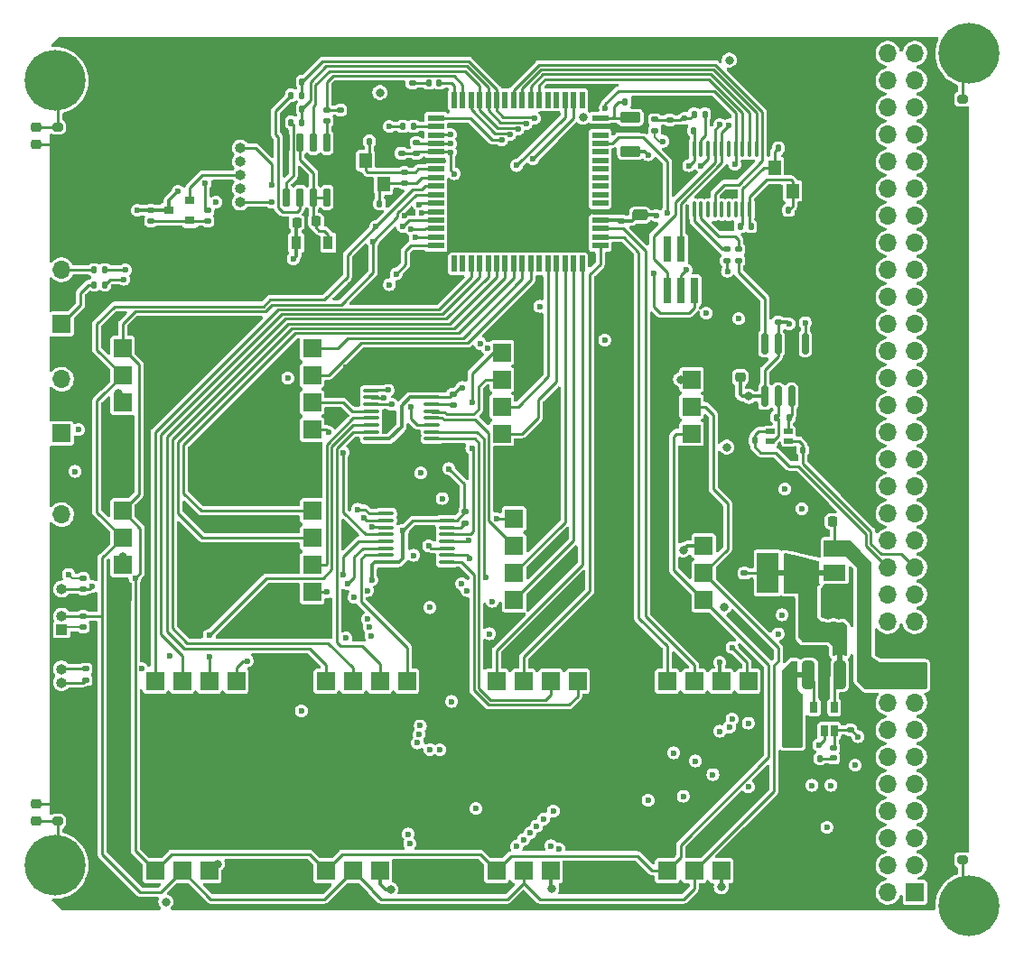
<source format=gbr>
%TF.GenerationSoftware,KiCad,Pcbnew,(6.0.0)*%
%TF.CreationDate,2022-01-28T18:17:17+09:00*%
%TF.ProjectId,ykts-payload,796b7473-2d70-4617-996c-6f61642e6b69,A3*%
%TF.SameCoordinates,Original*%
%TF.FileFunction,Copper,L1,Top*%
%TF.FilePolarity,Positive*%
%FSLAX46Y46*%
G04 Gerber Fmt 4.6, Leading zero omitted, Abs format (unit mm)*
G04 Created by KiCad (PCBNEW (6.0.0)) date 2022-01-28 18:17:17*
%MOMM*%
%LPD*%
G01*
G04 APERTURE LIST*
G04 Aperture macros list*
%AMRoundRect*
0 Rectangle with rounded corners*
0 $1 Rounding radius*
0 $2 $3 $4 $5 $6 $7 $8 $9 X,Y pos of 4 corners*
0 Add a 4 corners polygon primitive as box body*
4,1,4,$2,$3,$4,$5,$6,$7,$8,$9,$2,$3,0*
0 Add four circle primitives for the rounded corners*
1,1,$1+$1,$2,$3*
1,1,$1+$1,$4,$5*
1,1,$1+$1,$6,$7*
1,1,$1+$1,$8,$9*
0 Add four rect primitives between the rounded corners*
20,1,$1+$1,$2,$3,$4,$5,0*
20,1,$1+$1,$4,$5,$6,$7,0*
20,1,$1+$1,$6,$7,$8,$9,0*
20,1,$1+$1,$8,$9,$2,$3,0*%
%AMFreePoly0*
4,1,9,3.862500,-0.866500,0.737500,-0.866500,0.737500,-0.450000,-0.737500,-0.450000,-0.737500,0.450000,0.737500,0.450000,0.737500,0.866500,3.862500,0.866500,3.862500,-0.866500,3.862500,-0.866500,$1*%
G04 Aperture macros list end*
%TA.AperFunction,ComponentPad*%
%ADD10C,5.700000*%
%TD*%
%TA.AperFunction,ComponentPad*%
%ADD11R,1.700000X1.700000*%
%TD*%
%TA.AperFunction,ComponentPad*%
%ADD12O,1.700000X1.700000*%
%TD*%
%TA.AperFunction,SMDPad,CuDef*%
%ADD13RoundRect,0.140000X0.170000X-0.140000X0.170000X0.140000X-0.170000X0.140000X-0.170000X-0.140000X0*%
%TD*%
%TA.AperFunction,SMDPad,CuDef*%
%ADD14RoundRect,0.140000X0.140000X0.170000X-0.140000X0.170000X-0.140000X-0.170000X0.140000X-0.170000X0*%
%TD*%
%TA.AperFunction,SMDPad,CuDef*%
%ADD15RoundRect,0.225000X0.250000X-0.225000X0.250000X0.225000X-0.250000X0.225000X-0.250000X-0.225000X0*%
%TD*%
%TA.AperFunction,SMDPad,CuDef*%
%ADD16RoundRect,0.140000X-0.140000X-0.170000X0.140000X-0.170000X0.140000X0.170000X-0.140000X0.170000X0*%
%TD*%
%TA.AperFunction,SMDPad,CuDef*%
%ADD17RoundRect,0.025500X-0.354500X0.229500X-0.354500X-0.229500X0.354500X-0.229500X0.354500X0.229500X0*%
%TD*%
%TA.AperFunction,ComponentPad*%
%ADD18C,4.400000*%
%TD*%
%TA.AperFunction,ComponentPad*%
%ADD19R,1.000000X1.000000*%
%TD*%
%TA.AperFunction,ComponentPad*%
%ADD20O,1.000000X1.000000*%
%TD*%
%TA.AperFunction,SMDPad,CuDef*%
%ADD21RoundRect,0.250000X0.700000X-0.275000X0.700000X0.275000X-0.700000X0.275000X-0.700000X-0.275000X0*%
%TD*%
%TA.AperFunction,SMDPad,CuDef*%
%ADD22RoundRect,0.135000X-0.185000X0.135000X-0.185000X-0.135000X0.185000X-0.135000X0.185000X0.135000X0*%
%TD*%
%TA.AperFunction,SMDPad,CuDef*%
%ADD23RoundRect,0.135000X0.185000X-0.135000X0.185000X0.135000X-0.185000X0.135000X-0.185000X-0.135000X0*%
%TD*%
%TA.AperFunction,SMDPad,CuDef*%
%ADD24RoundRect,0.135000X0.135000X0.185000X-0.135000X0.185000X-0.135000X-0.185000X0.135000X-0.185000X0*%
%TD*%
%TA.AperFunction,SMDPad,CuDef*%
%ADD25RoundRect,0.135000X-0.135000X-0.185000X0.135000X-0.185000X0.135000X0.185000X-0.135000X0.185000X0*%
%TD*%
%TA.AperFunction,SMDPad,CuDef*%
%ADD26RoundRect,0.100000X0.637500X0.100000X-0.637500X0.100000X-0.637500X-0.100000X0.637500X-0.100000X0*%
%TD*%
%TA.AperFunction,SMDPad,CuDef*%
%ADD27RoundRect,0.250000X0.475000X-0.250000X0.475000X0.250000X-0.475000X0.250000X-0.475000X-0.250000X0*%
%TD*%
%TA.AperFunction,SMDPad,CuDef*%
%ADD28RoundRect,0.140000X-0.170000X0.140000X-0.170000X-0.140000X0.170000X-0.140000X0.170000X0.140000X0*%
%TD*%
%TA.AperFunction,SMDPad,CuDef*%
%ADD29RoundRect,0.147500X-0.147500X-0.172500X0.147500X-0.172500X0.147500X0.172500X-0.147500X0.172500X0*%
%TD*%
%TA.AperFunction,SMDPad,CuDef*%
%ADD30R,0.550000X1.500000*%
%TD*%
%TA.AperFunction,SMDPad,CuDef*%
%ADD31R,1.500000X0.550000*%
%TD*%
%TA.AperFunction,SMDPad,CuDef*%
%ADD32R,1.200000X1.400000*%
%TD*%
%TA.AperFunction,SMDPad,CuDef*%
%ADD33R,1.700000X1.700000*%
%TD*%
%TA.AperFunction,SMDPad,CuDef*%
%ADD34RoundRect,0.100000X0.100000X-0.637500X0.100000X0.637500X-0.100000X0.637500X-0.100000X-0.637500X0*%
%TD*%
%TA.AperFunction,SMDPad,CuDef*%
%ADD35RoundRect,0.150000X-0.150000X0.825000X-0.150000X-0.825000X0.150000X-0.825000X0.150000X0.825000X0*%
%TD*%
%TA.AperFunction,SMDPad,CuDef*%
%ADD36R,0.740000X2.400000*%
%TD*%
%TA.AperFunction,SMDPad,CuDef*%
%ADD37R,0.900000X0.800000*%
%TD*%
%TA.AperFunction,SMDPad,CuDef*%
%ADD38RoundRect,0.250000X-0.312500X-1.075000X0.312500X-1.075000X0.312500X1.075000X-0.312500X1.075000X0*%
%TD*%
%TA.AperFunction,SMDPad,CuDef*%
%ADD39RoundRect,0.225000X0.225000X0.250000X-0.225000X0.250000X-0.225000X-0.250000X0.225000X-0.250000X0*%
%TD*%
%TA.AperFunction,SMDPad,CuDef*%
%ADD40RoundRect,0.200000X0.275000X-0.200000X0.275000X0.200000X-0.275000X0.200000X-0.275000X-0.200000X0*%
%TD*%
%TA.AperFunction,SMDPad,CuDef*%
%ADD41RoundRect,0.200000X-0.275000X0.200000X-0.275000X-0.200000X0.275000X-0.200000X0.275000X0.200000X0*%
%TD*%
%TA.AperFunction,SMDPad,CuDef*%
%ADD42RoundRect,0.225000X-0.225000X-0.250000X0.225000X-0.250000X0.225000X0.250000X-0.225000X0.250000X0*%
%TD*%
%TA.AperFunction,SMDPad,CuDef*%
%ADD43RoundRect,0.225000X-0.250000X0.225000X-0.250000X-0.225000X0.250000X-0.225000X0.250000X0.225000X0*%
%TD*%
%TA.AperFunction,SMDPad,CuDef*%
%ADD44R,2.000000X1.500000*%
%TD*%
%TA.AperFunction,SMDPad,CuDef*%
%ADD45R,2.000000X3.800000*%
%TD*%
%TA.AperFunction,SMDPad,CuDef*%
%ADD46R,0.900000X1.300000*%
%TD*%
%TA.AperFunction,SMDPad,CuDef*%
%ADD47FreePoly0,270.000000*%
%TD*%
%TA.AperFunction,SMDPad,CuDef*%
%ADD48RoundRect,0.147500X0.172500X-0.147500X0.172500X0.147500X-0.172500X0.147500X-0.172500X-0.147500X0*%
%TD*%
%TA.AperFunction,SMDPad,CuDef*%
%ADD49RoundRect,0.150000X-0.150000X0.725000X-0.150000X-0.725000X0.150000X-0.725000X0.150000X0.725000X0*%
%TD*%
%TA.AperFunction,SMDPad,CuDef*%
%ADD50R,0.650000X1.060000*%
%TD*%
%TA.AperFunction,ViaPad*%
%ADD51C,0.600000*%
%TD*%
%TA.AperFunction,ViaPad*%
%ADD52C,0.800000*%
%TD*%
%TA.AperFunction,Conductor*%
%ADD53C,0.250000*%
%TD*%
%TA.AperFunction,Conductor*%
%ADD54C,0.350000*%
%TD*%
%TA.AperFunction,Conductor*%
%ADD55C,0.200000*%
%TD*%
G04 APERTURE END LIST*
D10*
%TO.P,H1,1,1*%
%TO.N,Net-(C24-Pad2)*%
X179705000Y-144780000D03*
%TD*%
%TO.P,H2,1,1*%
%TO.N,Net-(C31-Pad2)*%
X179705000Y-64770000D03*
%TD*%
%TO.P,H3,1,1*%
%TO.N,Net-(C32-Pad2)*%
X93980000Y-67310000D03*
%TD*%
%TO.P,H4,1,1*%
%TO.N,Net-(C33-Pad2)*%
X93980000Y-140970000D03*
%TD*%
D11*
%TO.P,J3,1,Pin_1*%
%TO.N,unconnected-(J3-Pad1)*%
X174625000Y-143510000D03*
D12*
%TO.P,J3,2,Pin_2*%
%TO.N,unconnected-(J3-Pad2)*%
X172085000Y-143510000D03*
%TO.P,J3,3,Pin_3*%
%TO.N,unconnected-(J3-Pad3)*%
X174625000Y-140970000D03*
%TO.P,J3,4,Pin_4*%
%TO.N,unconnected-(J3-Pad4)*%
X172085000Y-140970000D03*
%TO.P,J3,5,Pin_5*%
%TO.N,unconnected-(J3-Pad5)*%
X174625000Y-138430000D03*
%TO.P,J3,6,Pin_6*%
%TO.N,unconnected-(J3-Pad6)*%
X172085000Y-138430000D03*
%TO.P,J3,7,Pin_7*%
%TO.N,unconnected-(J3-Pad7)*%
X174625000Y-135890000D03*
%TO.P,J3,8,Pin_8*%
%TO.N,unconnected-(J3-Pad8)*%
X172085000Y-135890000D03*
%TO.P,J3,9,Pin_9*%
%TO.N,unconnected-(J3-Pad9)*%
X174625000Y-133350000D03*
%TO.P,J3,10,Pin_10*%
%TO.N,unconnected-(J3-Pad10)*%
X172085000Y-133350000D03*
%TO.P,J3,11,Pin_11*%
%TO.N,unconnected-(J3-Pad11)*%
X174625000Y-130810000D03*
%TO.P,J3,12,Pin_12*%
%TO.N,unconnected-(J3-Pad12)*%
X172085000Y-130810000D03*
%TO.P,J3,13,Pin_13*%
%TO.N,unconnected-(J3-Pad13)*%
X174625000Y-128270000D03*
%TO.P,J3,14,Pin_14*%
%TO.N,unconnected-(J3-Pad14)*%
X172085000Y-128270000D03*
%TO.P,J3,15,Pin_15*%
%TO.N,unconnected-(J3-Pad15)*%
X174625000Y-125730000D03*
%TO.P,J3,16,Pin_16*%
%TO.N,unconnected-(J3-Pad16)*%
X172085000Y-125730000D03*
%TO.P,J3,17,Pin_17*%
%TO.N,/PCH4*%
X174625000Y-123190000D03*
%TO.P,J3,18,Pin_18*%
X172085000Y-123190000D03*
%TO.P,J3,19,Pin_19*%
%TO.N,GND*%
X174625000Y-120650000D03*
%TO.P,J3,20,Pin_20*%
X172085000Y-120650000D03*
%TO.P,J3,21,Pin_21*%
%TO.N,unconnected-(J3-Pad21)*%
X174625000Y-118110000D03*
%TO.P,J3,22,Pin_22*%
%TO.N,unconnected-(J3-Pad22)*%
X172085000Y-118110000D03*
%TO.P,J3,23,Pin_23*%
%TO.N,unconnected-(J3-Pad23)*%
X174625000Y-115570000D03*
%TO.P,J3,24,Pin_24*%
%TO.N,unconnected-(J3-Pad24)*%
X172085000Y-115570000D03*
%TO.P,J3,25,Pin_25*%
%TO.N,CANL*%
X174625000Y-113030000D03*
%TO.P,J3,26,Pin_26*%
%TO.N,CANH*%
X172085000Y-113030000D03*
%TO.P,J3,27,Pin_27*%
%TO.N,unconnected-(J3-Pad27)*%
X174625000Y-110490000D03*
%TO.P,J3,28,Pin_28*%
%TO.N,unconnected-(J3-Pad28)*%
X172085000Y-110490000D03*
%TO.P,J3,29,Pin_29*%
%TO.N,unconnected-(J3-Pad29)*%
X174625000Y-107950000D03*
%TO.P,J3,30,Pin_30*%
%TO.N,unconnected-(J3-Pad30)*%
X172085000Y-107950000D03*
%TO.P,J3,31,Pin_31*%
%TO.N,unconnected-(J3-Pad31)*%
X174625000Y-105410000D03*
%TO.P,J3,32,Pin_32*%
%TO.N,unconnected-(J3-Pad32)*%
X172085000Y-105410000D03*
%TO.P,J3,33,Pin_33*%
%TO.N,unconnected-(J3-Pad33)*%
X174625000Y-102870000D03*
%TO.P,J3,34,Pin_34*%
%TO.N,unconnected-(J3-Pad34)*%
X172085000Y-102870000D03*
%TO.P,J3,35,Pin_35*%
%TO.N,unconnected-(J3-Pad35)*%
X174625000Y-100330000D03*
%TO.P,J3,36,Pin_36*%
%TO.N,unconnected-(J3-Pad36)*%
X172085000Y-100330000D03*
%TO.P,J3,37,Pin_37*%
%TO.N,unconnected-(J3-Pad37)*%
X174625000Y-97790000D03*
%TO.P,J3,38,Pin_38*%
%TO.N,unconnected-(J3-Pad38)*%
X172085000Y-97790000D03*
%TO.P,J3,39,Pin_39*%
%TO.N,unconnected-(J3-Pad39)*%
X174625000Y-95250000D03*
%TO.P,J3,40,Pin_40*%
%TO.N,unconnected-(J3-Pad40)*%
X172085000Y-95250000D03*
%TO.P,J3,41,Pin_41*%
%TO.N,unconnected-(J3-Pad41)*%
X174625000Y-92710000D03*
%TO.P,J3,42,Pin_42*%
%TO.N,unconnected-(J3-Pad42)*%
X172085000Y-92710000D03*
%TO.P,J3,43,Pin_43*%
%TO.N,unconnected-(J3-Pad43)*%
X174625000Y-90170000D03*
%TO.P,J3,44,Pin_44*%
%TO.N,unconnected-(J3-Pad44)*%
X172085000Y-90170000D03*
%TO.P,J3,45,Pin_45*%
%TO.N,unconnected-(J3-Pad45)*%
X174625000Y-87630000D03*
%TO.P,J3,46,Pin_46*%
%TO.N,unconnected-(J3-Pad46)*%
X172085000Y-87630000D03*
%TO.P,J3,47,Pin_47*%
%TO.N,unconnected-(J3-Pad47)*%
X174625000Y-85090000D03*
%TO.P,J3,48,Pin_48*%
%TO.N,unconnected-(J3-Pad48)*%
X172085000Y-85090000D03*
%TO.P,J3,49,Pin_49*%
%TO.N,unconnected-(J3-Pad49)*%
X174625000Y-82550000D03*
%TO.P,J3,50,Pin_50*%
%TO.N,unconnected-(J3-Pad50)*%
X172085000Y-82550000D03*
%TO.P,J3,51,Pin_51*%
%TO.N,unconnected-(J3-Pad51)*%
X174625000Y-80010000D03*
%TO.P,J3,52,Pin_52*%
%TO.N,unconnected-(J3-Pad52)*%
X172085000Y-80010000D03*
%TO.P,J3,53,Pin_53*%
%TO.N,unconnected-(J3-Pad53)*%
X174625000Y-77470000D03*
%TO.P,J3,54,Pin_54*%
%TO.N,unconnected-(J3-Pad54)*%
X172085000Y-77470000D03*
%TO.P,J3,55,Pin_55*%
%TO.N,unconnected-(J3-Pad55)*%
X174625000Y-74930000D03*
%TO.P,J3,56,Pin_56*%
%TO.N,unconnected-(J3-Pad56)*%
X172085000Y-74930000D03*
%TO.P,J3,57,Pin_57*%
%TO.N,unconnected-(J3-Pad57)*%
X174625000Y-72390000D03*
%TO.P,J3,58,Pin_58*%
%TO.N,unconnected-(J3-Pad58)*%
X172085000Y-72390000D03*
%TO.P,J3,59,Pin_59*%
%TO.N,unconnected-(J3-Pad59)*%
X174625000Y-69850000D03*
%TO.P,J3,60,Pin_60*%
%TO.N,unconnected-(J3-Pad60)*%
X172085000Y-69850000D03*
%TO.P,J3,61,Pin_61*%
%TO.N,/CH_A*%
X174625000Y-67310000D03*
%TO.P,J3,62,Pin_62*%
%TO.N,/CH_B*%
X172085000Y-67310000D03*
%TO.P,J3,63,Pin_63*%
%TO.N,unconnected-(J3-Pad63)*%
X174625000Y-64770000D03*
%TO.P,J3,64,Pin_64*%
%TO.N,unconnected-(J3-Pad64)*%
X172085000Y-64770000D03*
%TD*%
D11*
%TO.P,J7,1,Pin_1*%
%TO.N,Net-(J7-Pad1)*%
X94615000Y-90170000D03*
D12*
%TO.P,J7,2,Pin_2*%
%TO.N,GND*%
X94615000Y-87630000D03*
%TO.P,J7,3,Pin_3*%
%TO.N,Net-(J7-Pad3)*%
X94615000Y-85090000D03*
%TD*%
D13*
%TO.P,C3,1*%
%TO.N,+5V*%
X126492000Y-74140000D03*
%TO.P,C3,2*%
%TO.N,GND*%
X126492000Y-73180000D03*
%TD*%
%TO.P,C4,1*%
%TO.N,+5V*%
X147066000Y-80490000D03*
%TO.P,C4,2*%
%TO.N,GND*%
X147066000Y-79530000D03*
%TD*%
D14*
%TO.P,C11,1*%
%TO.N,Net-(C11-Pad1)*%
X162786000Y-79502000D03*
%TO.P,C11,2*%
%TO.N,GND*%
X161826000Y-79502000D03*
%TD*%
D15*
%TO.P,C13,1*%
%TO.N,+5V*%
X158242000Y-95183000D03*
%TO.P,C13,2*%
%TO.N,GND*%
X158242000Y-93633000D03*
%TD*%
D16*
%TO.P,CH1,1*%
%TO.N,Net-(CH1-Pad1)*%
X162842000Y-98933000D03*
%TO.P,CH1,2*%
%TO.N,GND*%
X163802000Y-98933000D03*
%TD*%
D14*
%TO.P,CL1,1*%
%TO.N,Net-(CL1-Pad1)*%
X161643000Y-98933000D03*
%TO.P,CL1,2*%
%TO.N,GND*%
X160683000Y-98933000D03*
%TD*%
D17*
%TO.P,FL1,1,1*%
%TO.N,Net-(CH1-Pad1)*%
X162760000Y-100276000D03*
%TO.P,FL1,2,2*%
%TO.N,CANH*%
X161090000Y-100276000D03*
%TO.P,FL1,3,3*%
%TO.N,Net-(CL1-Pad1)*%
X161090000Y-101146000D03*
%TO.P,FL1,4,4*%
%TO.N,CANL*%
X162760000Y-101146000D03*
%TD*%
D13*
%TO.P,C15,1*%
%TO.N,+5V*%
X161798000Y-90015000D03*
%TO.P,C15,2*%
%TO.N,GND*%
X161798000Y-89055000D03*
%TD*%
D18*
%TO.P,H5,1,1*%
%TO.N,GND*%
X111379000Y-85471000D03*
%TD*%
%TO.P,H6,1,1*%
%TO.N,GND*%
X111379000Y-67056000D03*
%TD*%
%TO.P,H7,1,1*%
%TO.N,GND*%
X166116000Y-67056000D03*
%TD*%
%TO.P,H8,1,1*%
%TO.N,GND*%
X166116000Y-85471000D03*
%TD*%
D19*
%TO.P,J2,1,Pin_1*%
%TO.N,GND*%
X111379000Y-80010000D03*
D20*
%TO.P,J2,2,Pin_2*%
%TO.N,/SDA*%
X111379000Y-78740000D03*
%TO.P,J2,3,Pin_3*%
%TO.N,unconnected-(J2-Pad3)*%
X111379000Y-77470000D03*
%TO.P,J2,4,Pin_4*%
%TO.N,+5V_GEIGER*%
X111379000Y-76200000D03*
%TO.P,J2,5,Pin_5*%
%TO.N,/GEIGER_EN*%
X111379000Y-74930000D03*
%TO.P,J2,6,Pin_6*%
%TO.N,/SCL*%
X111379000Y-73660000D03*
%TO.P,J2,7,Pin_7*%
%TO.N,GND*%
X111379000Y-72390000D03*
%TD*%
D19*
%TO.P,J5,1,Pin_1*%
%TO.N,+5V*%
X94615000Y-118867000D03*
D20*
%TO.P,J5,2,Pin_2*%
%TO.N,/SCL*%
X94615000Y-117597000D03*
%TO.P,J5,3,Pin_3*%
%TO.N,GND*%
X94615000Y-116327000D03*
%TO.P,J5,4,Pin_4*%
%TO.N,/SDA*%
X94615000Y-115057000D03*
%TD*%
D21*
%TO.P,L1,1*%
%TO.N,+5V*%
X147955000Y-73965000D03*
%TO.P,L1,2*%
%TO.N,Net-(C5-Pad1)*%
X147955000Y-70815000D03*
%TD*%
D22*
%TO.P,R11,1*%
%TO.N,Net-(J6-Pad5)*%
X127889000Y-73150000D03*
%TO.P,R11,2*%
%TO.N,+5V*%
X127889000Y-74170000D03*
%TD*%
D23*
%TO.P,R12,1*%
%TO.N,Net-(C1-Pad1)*%
X126746000Y-76964000D03*
%TO.P,R12,2*%
%TO.N,Net-(C2-Pad1)*%
X126746000Y-75944000D03*
%TD*%
D24*
%TO.P,R13,1*%
%TO.N,Net-(R13-Pad1)*%
X127637000Y-71628000D03*
%TO.P,R13,2*%
%TO.N,/GEIGER_EN*%
X126617000Y-71628000D03*
%TD*%
D23*
%TO.P,R16,1*%
%TO.N,GND*%
X127508000Y-68582000D03*
%TO.P,R16,2*%
%TO.N,Net-(D2-Pad1)*%
X127508000Y-67562000D03*
%TD*%
D22*
%TO.P,R27,1*%
%TO.N,+5V*%
X132461000Y-107821000D03*
%TO.P,R27,2*%
%TO.N,Net-(R27-Pad2)*%
X132461000Y-108841000D03*
%TD*%
D24*
%TO.P,R28,1*%
%TO.N,Net-(C11-Pad1)*%
X159260000Y-81026000D03*
%TO.P,R28,2*%
%TO.N,Net-(C10-Pad1)*%
X158240000Y-81026000D03*
%TD*%
D25*
%TO.P,R29,1*%
%TO.N,/CANBUS Controller 0/MCP_RESET*%
X153922000Y-70485000D03*
%TO.P,R29,2*%
%TO.N,Net-(R29-Pad2)*%
X154942000Y-70485000D03*
%TD*%
D23*
%TO.P,R30,1*%
%TO.N,+5V*%
X150241000Y-72011000D03*
%TO.P,R30,2*%
%TO.N,/CANBUS Controller 0/MCP_RESET*%
X150241000Y-70991000D03*
%TD*%
D26*
%TO.P,U5,1,A4*%
%TO.N,/N7_RX*%
X129354500Y-100954000D03*
%TO.P,U5,2,A6*%
%TO.N,/N5_RX*%
X129354500Y-100304000D03*
%TO.P,U5,3,A*%
%TO.N,/Node RX MUX 0/IN*%
X129354500Y-99654000D03*
%TO.P,U5,4,A7*%
%TO.N,/N3_RX*%
X129354500Y-99004000D03*
%TO.P,U5,5,A5*%
%TO.N,/N2_RX*%
X129354500Y-98354000D03*
%TO.P,U5,6,~{E}*%
%TO.N,Net-(R26-Pad2)*%
X129354500Y-97704000D03*
%TO.P,U5,7,VEE*%
%TO.N,+5V*%
X129354500Y-97054000D03*
%TO.P,U5,8,GND*%
%TO.N,GND*%
X129354500Y-96404000D03*
%TO.P,U5,9,S2*%
%TO.N,/Node RX MUX 0/A2*%
X123629500Y-96404000D03*
%TO.P,U5,10,S1*%
%TO.N,/Node RX MUX 0/A1*%
X123629500Y-97054000D03*
%TO.P,U5,11,S0*%
%TO.N,/Node RX MUX 0/A0*%
X123629500Y-97704000D03*
%TO.P,U5,12,A3*%
%TO.N,/N1_RX*%
X123629500Y-98354000D03*
%TO.P,U5,13,A0*%
%TO.N,/N0_RX*%
X123629500Y-99004000D03*
%TO.P,U5,14,A1*%
%TO.N,/N4_RX*%
X123629500Y-99654000D03*
%TO.P,U5,15,A2*%
%TO.N,/N6_RX*%
X123629500Y-100304000D03*
%TO.P,U5,16,VCC*%
%TO.N,+5V*%
X123629500Y-100954000D03*
%TD*%
D16*
%TO.P,C2,1*%
%TO.N,Net-(C2-Pad1)*%
X123472000Y-73025000D03*
%TO.P,C2,2*%
%TO.N,GND*%
X124432000Y-73025000D03*
%TD*%
%TO.P,C5,1*%
%TO.N,Net-(C5-Pad1)*%
X147475000Y-69342000D03*
%TO.P,C5,2*%
%TO.N,GND*%
X148435000Y-69342000D03*
%TD*%
D27*
%TO.P,C6,1*%
%TO.N,+5V*%
X148844000Y-79944000D03*
%TO.P,C6,2*%
%TO.N,GND*%
X148844000Y-78044000D03*
%TD*%
D16*
%TO.P,C10,1*%
%TO.N,Net-(C10-Pad1)*%
X161826000Y-73660000D03*
%TO.P,C10,2*%
%TO.N,GND*%
X162786000Y-73660000D03*
%TD*%
D14*
%TO.P,C12,1*%
%TO.N,+5V*%
X153896000Y-72009000D03*
%TO.P,C12,2*%
%TO.N,GND*%
X152936000Y-72009000D03*
%TD*%
D28*
%TO.P,C14,1*%
%TO.N,/CANBUS Controller 0/MCP_RESET*%
X151638000Y-71021000D03*
%TO.P,C14,2*%
%TO.N,GND*%
X151638000Y-71981000D03*
%TD*%
D14*
%TO.P,CH2,1*%
%TO.N,CANH*%
X159611000Y-101092000D03*
%TO.P,CH2,2*%
%TO.N,GND*%
X158651000Y-101092000D03*
%TD*%
D16*
%TO.P,CL2,1*%
%TO.N,CANL*%
X164112000Y-101981000D03*
%TO.P,CL2,2*%
%TO.N,GND*%
X165072000Y-101981000D03*
%TD*%
D29*
%TO.P,D2,1,K*%
%TO.N,Net-(D2-Pad1)*%
X129055000Y-67564000D03*
%TO.P,D2,2,A*%
%TO.N,Net-(D2-Pad2)*%
X130025000Y-67564000D03*
%TD*%
D30*
%TO.P,U1,1,~{PEN}*%
%TO.N,unconnected-(U1-Pad1)*%
X143414000Y-69135000D03*
%TO.P,U1,2,PE0*%
%TO.N,Net-(R14-Pad2)*%
X142614000Y-69135000D03*
%TO.P,U1,3,PE1*%
%TO.N,Net-(R15-Pad1)*%
X141814000Y-69135000D03*
%TO.P,U1,4,PE2*%
%TO.N,unconnected-(U1-Pad4)*%
X141014000Y-69135000D03*
%TO.P,U1,5,PE3*%
%TO.N,unconnected-(U1-Pad5)*%
X140214000Y-69135000D03*
%TO.P,U1,6,PE4*%
%TO.N,/CANBUS Controller 0/MCP_INT*%
X139414000Y-69135000D03*
%TO.P,U1,7,PE5*%
%TO.N,/CANBUS Controller 0/MCP_RX0BF*%
X138614000Y-69135000D03*
%TO.P,U1,8,PE6*%
%TO.N,/CANBUS Controller 0/MCP_RX1BF*%
X137814000Y-69135000D03*
%TO.P,U1,9,PE7*%
%TO.N,/CANBUS Controller 0/MCP_TX0RTS*%
X137014000Y-69135000D03*
%TO.P,U1,10,PB0*%
%TO.N,unconnected-(U1-Pad10)*%
X136214000Y-69135000D03*
%TO.P,U1,11,PB1*%
%TO.N,/CANBUS Controller 0/SCK*%
X135414000Y-69135000D03*
%TO.P,U1,12,PB2*%
%TO.N,/CANBUS Controller 0/MOSI*%
X134614000Y-69135000D03*
%TO.P,U1,13,PB3*%
%TO.N,/CANBUS Controller 0/MISO*%
X133814000Y-69135000D03*
%TO.P,U1,14,PB4*%
%TO.N,/CANBUS Controller 0/CS*%
X133014000Y-69135000D03*
%TO.P,U1,15,PB5*%
%TO.N,/Payload Supervisor 0/SD_CS*%
X132214000Y-69135000D03*
%TO.P,U1,16,PB6*%
%TO.N,Net-(D2-Pad2)*%
X131414000Y-69135000D03*
D31*
%TO.P,U1,17,PB7*%
%TO.N,/CANBUS Controller 0/MCP_RESET*%
X129714000Y-70835000D03*
%TO.P,U1,18,PG3*%
%TO.N,Net-(R13-Pad1)*%
X129714000Y-71635000D03*
%TO.P,U1,19,PG4*%
%TO.N,/GEIGER_FET*%
X129714000Y-72435000D03*
%TO.P,U1,20,~{RESET}*%
%TO.N,Net-(J6-Pad5)*%
X129714000Y-73235000D03*
%TO.P,U1,21,VCC*%
%TO.N,+5V*%
X129714000Y-74035000D03*
%TO.P,U1,22,GND*%
%TO.N,GND*%
X129714000Y-74835000D03*
%TO.P,U1,23,XTAL2*%
%TO.N,Net-(C2-Pad1)*%
X129714000Y-75635000D03*
%TO.P,U1,24,XTAL1*%
%TO.N,Net-(C1-Pad1)*%
X129714000Y-76435000D03*
%TO.P,U1,25,PD0*%
%TO.N,/SCL*%
X129714000Y-77235000D03*
%TO.P,U1,26,PD1*%
%TO.N,/SDA*%
X129714000Y-78035000D03*
%TO.P,U1,27,PD2*%
%TO.N,/Node TX MUX 0/IN*%
X129714000Y-78835000D03*
%TO.P,U1,28,PD3*%
%TO.N,/Node RX MUX 0/IN*%
X129714000Y-79635000D03*
%TO.P,U1,29,PD4*%
%TO.N,/Node RX MUX 0/A2*%
X129714000Y-80435000D03*
%TO.P,U1,30,PD5*%
%TO.N,/Node RX MUX 0/A1*%
X129714000Y-81235000D03*
%TO.P,U1,31,PD6*%
%TO.N,/Node RX MUX 0/A0*%
X129714000Y-82035000D03*
%TO.P,U1,32,PD7*%
%TO.N,/1WIRE*%
X129714000Y-82835000D03*
D30*
%TO.P,U1,33,PG0*%
%TO.N,unconnected-(U1-Pad33)*%
X131414000Y-84535000D03*
%TO.P,U1,34,PG1*%
%TO.N,unconnected-(U1-Pad34)*%
X132214000Y-84535000D03*
%TO.P,U1,35,PC0*%
%TO.N,/N4_PWR*%
X133014000Y-84535000D03*
%TO.P,U1,36,PC1*%
%TO.N,/N4_RST*%
X133814000Y-84535000D03*
%TO.P,U1,37,PC2*%
%TO.N,/N6_PWR*%
X134614000Y-84535000D03*
%TO.P,U1,38,PC3*%
%TO.N,/N6_RST*%
X135414000Y-84535000D03*
%TO.P,U1,39,PC4*%
%TO.N,/N0_RST*%
X136214000Y-84535000D03*
%TO.P,U1,40,PC5*%
%TO.N,/N0_PWR*%
X137014000Y-84535000D03*
%TO.P,U1,41,PC6*%
%TO.N,/N1_PWR*%
X137814000Y-84535000D03*
%TO.P,U1,42,PC7*%
%TO.N,/N1_RST*%
X138614000Y-84535000D03*
%TO.P,U1,43,PG2*%
%TO.N,unconnected-(U1-Pad43)*%
X139414000Y-84535000D03*
%TO.P,U1,44,PA7*%
%TO.N,/N2_RST*%
X140214000Y-84535000D03*
%TO.P,U1,45,PA6*%
%TO.N,/N2_PWR*%
X141014000Y-84535000D03*
%TO.P,U1,46,PA5*%
%TO.N,/N3_RST*%
X141814000Y-84535000D03*
%TO.P,U1,47,PA4*%
%TO.N,/N3_PWR*%
X142614000Y-84535000D03*
%TO.P,U1,48,PA3*%
%TO.N,/N7_PWR*%
X143414000Y-84535000D03*
D31*
%TO.P,U1,49,PA2*%
%TO.N,/N7_RST*%
X145114000Y-82835000D03*
%TO.P,U1,50,PA1*%
%TO.N,/N5_PWR*%
X145114000Y-82035000D03*
%TO.P,U1,51,PA0*%
%TO.N,/N5_RST*%
X145114000Y-81235000D03*
%TO.P,U1,52,VCC*%
%TO.N,+5V*%
X145114000Y-80435000D03*
%TO.P,U1,53,GND*%
%TO.N,GND*%
X145114000Y-79635000D03*
%TO.P,U1,54,PF7*%
%TO.N,/Payload Supervisor 0/S0_JTAG_TDI*%
X145114000Y-78835000D03*
%TO.P,U1,55,PF6*%
%TO.N,/Payload Supervisor 0/S0_JTAG_TDO*%
X145114000Y-78035000D03*
%TO.P,U1,56,PF5*%
%TO.N,/Payload Supervisor 0/S0_JTAG_TMS*%
X145114000Y-77235000D03*
%TO.P,U1,57,PF4*%
%TO.N,/Payload Supervisor 0/S0_JTAG_TCK*%
X145114000Y-76435000D03*
%TO.P,U1,58,PF3*%
%TO.N,unconnected-(U1-Pad58)*%
X145114000Y-75635000D03*
%TO.P,U1,59,PF2*%
%TO.N,unconnected-(U1-Pad59)*%
X145114000Y-74835000D03*
%TO.P,U1,60,PF1*%
%TO.N,unconnected-(U1-Pad60)*%
X145114000Y-74035000D03*
%TO.P,U1,61,PF0*%
%TO.N,/CSENSE*%
X145114000Y-73235000D03*
%TO.P,U1,62,AREF*%
%TO.N,unconnected-(U1-Pad62)*%
X145114000Y-72435000D03*
%TO.P,U1,63,GND*%
%TO.N,GND*%
X145114000Y-71635000D03*
%TO.P,U1,64,AVCC*%
%TO.N,Net-(C5-Pad1)*%
X145114000Y-70835000D03*
%TD*%
D32*
%TO.P,Y2,1,1*%
%TO.N,Net-(C11-Pad1)*%
X163156000Y-77681000D03*
%TO.P,Y2,2,2*%
%TO.N,GND*%
X163156000Y-75481000D03*
%TO.P,Y2,3,3*%
%TO.N,Net-(C10-Pad1)*%
X161456000Y-75481000D03*
%TO.P,Y2,4,4*%
%TO.N,GND*%
X161456000Y-77681000D03*
%TD*%
D33*
%TO.P,N1,1,PWEN*%
%TO.N,/N0_PWR*%
X118110000Y-107696000D03*
%TO.P,N1,2,~{RST}*%
%TO.N,/N0_RST*%
X118110000Y-110236000D03*
%TO.P,N1,3,RX*%
%TO.N,/N0_RX*%
X118110000Y-112776000D03*
%TO.P,N1,4,TX*%
%TO.N,/N0_TX*%
X118110000Y-115316000D03*
%TO.P,N1,5,SDA*%
%TO.N,/SDA*%
X100330000Y-107696000D03*
%TO.P,N1,6,SCL*%
%TO.N,/SCL*%
X100330000Y-110236000D03*
%TO.P,N1,7,VCC*%
%TO.N,+5V*%
X100330000Y-112776000D03*
%TO.P,N1,8,GND*%
%TO.N,GND*%
X100330000Y-115316000D03*
%TD*%
%TO.P,N2,1,PWEN*%
%TO.N,/N1_PWR*%
X118110000Y-92456000D03*
%TO.P,N2,2,~{RST}*%
%TO.N,/N1_RST*%
X118110000Y-94996000D03*
%TO.P,N2,3,RX*%
%TO.N,/N1_RX*%
X118110000Y-97536000D03*
%TO.P,N2,4,TX*%
%TO.N,/N1_TX*%
X118110000Y-100076000D03*
%TO.P,N2,5,SDA*%
%TO.N,/SDA*%
X100330000Y-92456000D03*
%TO.P,N2,6,SCL*%
%TO.N,/SCL*%
X100330000Y-94996000D03*
%TO.P,N2,7,VCC*%
%TO.N,+5V*%
X100330000Y-97536000D03*
%TO.P,N2,8,GND*%
%TO.N,GND*%
X100330000Y-100076000D03*
%TD*%
%TO.P,N3,1,PWEN*%
%TO.N,/N2_PWR*%
X135890000Y-100457000D03*
%TO.P,N3,2,~{RST}*%
%TO.N,/N2_RST*%
X135890000Y-97917000D03*
%TO.P,N3,3,RX*%
%TO.N,/N2_RX*%
X135890000Y-95377000D03*
%TO.P,N3,4,TX*%
%TO.N,/N2_TX*%
X135890000Y-92837000D03*
%TO.P,N3,5,SDA*%
%TO.N,/SDA*%
X153670000Y-100457000D03*
%TO.P,N3,6,SCL*%
%TO.N,/SCL*%
X153670000Y-97917000D03*
%TO.P,N3,7,VCC*%
%TO.N,+5V*%
X153670000Y-95377000D03*
%TO.P,N3,8,GND*%
%TO.N,GND*%
X153670000Y-92837000D03*
%TD*%
%TO.P,N4,1,PWEN*%
%TO.N,/N3_PWR*%
X137033000Y-116078000D03*
%TO.P,N4,2,~{RST}*%
%TO.N,/N3_RST*%
X137033000Y-113538000D03*
%TO.P,N4,3,RX*%
%TO.N,/N3_RX*%
X137033000Y-110998000D03*
%TO.P,N4,4,TX*%
%TO.N,/N3_TX*%
X137033000Y-108458000D03*
%TO.P,N4,5,SDA*%
%TO.N,/SDA*%
X154813000Y-116078000D03*
%TO.P,N4,6,SCL*%
%TO.N,/SCL*%
X154813000Y-113538000D03*
%TO.P,N4,7,VCC*%
%TO.N,+5V*%
X154813000Y-110998000D03*
%TO.P,N4,8,GND*%
%TO.N,GND*%
X154813000Y-108458000D03*
%TD*%
%TO.P,N5,1,PWEN*%
%TO.N,/N4_PWR*%
X103378000Y-123698000D03*
%TO.P,N5,2,~{RST}*%
%TO.N,/N4_RST*%
X105918000Y-123698000D03*
%TO.P,N5,3,RX*%
%TO.N,/N4_RX*%
X108458000Y-123698000D03*
%TO.P,N5,4,TX*%
%TO.N,/N4_TX*%
X110998000Y-123698000D03*
%TO.P,N5,5,SDA*%
%TO.N,/SDA*%
X103378000Y-141478000D03*
%TO.P,N5,6,SCL*%
%TO.N,/SCL*%
X105918000Y-141478000D03*
%TO.P,N5,7,VCC*%
%TO.N,+5V*%
X108458000Y-141478000D03*
%TO.P,N5,8,GND*%
%TO.N,GND*%
X110998000Y-141478000D03*
%TD*%
%TO.P,N6,1,PWEN*%
%TO.N,/N5_PWR*%
X151384000Y-123698000D03*
%TO.P,N6,2,~{RST}*%
%TO.N,/N5_RST*%
X153924000Y-123698000D03*
%TO.P,N6,3,RX*%
%TO.N,/N5_RX*%
X156464000Y-123698000D03*
%TO.P,N6,4,TX*%
%TO.N,/N5_TX*%
X159004000Y-123698000D03*
%TO.P,N6,5,SDA*%
%TO.N,/SDA*%
X151384000Y-141478000D03*
%TO.P,N6,6,SCL*%
%TO.N,/SCL*%
X153924000Y-141478000D03*
%TO.P,N6,7,VCC*%
%TO.N,+5V*%
X156464000Y-141478000D03*
%TO.P,N6,8,GND*%
%TO.N,GND*%
X159004000Y-141478000D03*
%TD*%
%TO.P,N7,1,PWEN*%
%TO.N,/N6_PWR*%
X119380000Y-123698000D03*
%TO.P,N7,2,~{RST}*%
%TO.N,/N6_RST*%
X121920000Y-123698000D03*
%TO.P,N7,3,RX*%
%TO.N,/N6_RX*%
X124460000Y-123698000D03*
%TO.P,N7,4,TX*%
%TO.N,/N6_TX*%
X127000000Y-123698000D03*
%TO.P,N7,5,SDA*%
%TO.N,/SDA*%
X119380000Y-141478000D03*
%TO.P,N7,6,SCL*%
%TO.N,/SCL*%
X121920000Y-141478000D03*
%TO.P,N7,7,VCC*%
%TO.N,+5V*%
X124460000Y-141478000D03*
%TO.P,N7,8,GND*%
%TO.N,GND*%
X127000000Y-141478000D03*
%TD*%
%TO.P,N8,1,PWEN*%
%TO.N,/N7_PWR*%
X135382000Y-123698000D03*
%TO.P,N8,2,~{RST}*%
%TO.N,/N7_RST*%
X137922000Y-123698000D03*
%TO.P,N8,3,RX*%
%TO.N,/N7_RX*%
X140462000Y-123698000D03*
%TO.P,N8,4,TX*%
%TO.N,/N7_TX*%
X143002000Y-123698000D03*
%TO.P,N8,5,SDA*%
%TO.N,/SDA*%
X135382000Y-141478000D03*
%TO.P,N8,6,SCL*%
%TO.N,/SCL*%
X137922000Y-141478000D03*
%TO.P,N8,7,VCC*%
%TO.N,+5V*%
X140462000Y-141478000D03*
%TO.P,N8,8,GND*%
%TO.N,GND*%
X143002000Y-141478000D03*
%TD*%
D26*
%TO.P,U6,1,A4*%
%TO.N,/N7_TX*%
X130751500Y-112511000D03*
%TO.P,U6,2,A6*%
%TO.N,/N5_TX*%
X130751500Y-111861000D03*
%TO.P,U6,3,A*%
%TO.N,/Node TX MUX 0/IN*%
X130751500Y-111211000D03*
%TO.P,U6,4,A7*%
%TO.N,/N3_TX*%
X130751500Y-110561000D03*
%TO.P,U6,5,A5*%
%TO.N,/N2_TX*%
X130751500Y-109911000D03*
%TO.P,U6,6,~{E}*%
%TO.N,Net-(R27-Pad2)*%
X130751500Y-109261000D03*
%TO.P,U6,7,VEE*%
%TO.N,+5V*%
X130751500Y-108611000D03*
%TO.P,U6,8,GND*%
%TO.N,GND*%
X130751500Y-107961000D03*
%TO.P,U6,9,S2*%
%TO.N,/Node RX MUX 0/A2*%
X125026500Y-107961000D03*
%TO.P,U6,10,S1*%
%TO.N,/Node RX MUX 0/A1*%
X125026500Y-108611000D03*
%TO.P,U6,11,S0*%
%TO.N,/Node RX MUX 0/A0*%
X125026500Y-109261000D03*
%TO.P,U6,12,A3*%
%TO.N,/N1_TX*%
X125026500Y-109911000D03*
%TO.P,U6,13,A0*%
%TO.N,/N0_TX*%
X125026500Y-110561000D03*
%TO.P,U6,14,A1*%
%TO.N,/N4_TX*%
X125026500Y-111211000D03*
%TO.P,U6,15,A2*%
%TO.N,/N6_TX*%
X125026500Y-111861000D03*
%TO.P,U6,16,VCC*%
%TO.N,+5V*%
X125026500Y-112511000D03*
%TD*%
D34*
%TO.P,U7,1,TXCAN*%
%TO.N,Net-(R5-Pad1)*%
X153920000Y-79443500D03*
%TO.P,U7,2,RXCAN*%
%TO.N,Net-(R24-Pad2)*%
X154570000Y-79443500D03*
%TO.P,U7,3,CLKOUT/SOF*%
%TO.N,unconnected-(U7-Pad3)*%
X155220000Y-79443500D03*
%TO.P,U7,4,~{TX0RTS}*%
%TO.N,/CANBUS Controller 0/MCP_TX0RTS*%
X155870000Y-79443500D03*
%TO.P,U7,5,~{TX1RTS}*%
%TO.N,unconnected-(U7-Pad5)*%
X156520000Y-79443500D03*
%TO.P,U7,6,NC*%
%TO.N,unconnected-(U7-Pad6)*%
X157170000Y-79443500D03*
%TO.P,U7,7,~{TX2RTS}*%
%TO.N,unconnected-(U7-Pad7)*%
X157820000Y-79443500D03*
%TO.P,U7,8,OSC2*%
%TO.N,Net-(C10-Pad1)*%
X158470000Y-79443500D03*
%TO.P,U7,9,OSC1*%
%TO.N,Net-(C11-Pad1)*%
X159120000Y-79443500D03*
%TO.P,U7,10,VSS*%
%TO.N,GND*%
X159770000Y-79443500D03*
%TO.P,U7,11,~{RX1BF}*%
%TO.N,/CANBUS Controller 0/MCP_RX1BF*%
X159770000Y-73718500D03*
%TO.P,U7,12,~{RX0BF}*%
%TO.N,/CANBUS Controller 0/MCP_RX0BF*%
X159120000Y-73718500D03*
%TO.P,U7,13,~{INT}*%
%TO.N,/CANBUS Controller 0/MCP_INT*%
X158470000Y-73718500D03*
%TO.P,U7,14,SCK*%
%TO.N,/CANBUS Controller 0/SCK*%
X157820000Y-73718500D03*
%TO.P,U7,15,NC*%
%TO.N,unconnected-(U7-Pad15)*%
X157170000Y-73718500D03*
%TO.P,U7,16,SI*%
%TO.N,/CANBUS Controller 0/MOSI*%
X156520000Y-73718500D03*
%TO.P,U7,17,SO*%
%TO.N,/CANBUS Controller 0/MISO*%
X155870000Y-73718500D03*
%TO.P,U7,18,~{CS}*%
%TO.N,/CANBUS Controller 0/CS*%
X155220000Y-73718500D03*
%TO.P,U7,19,~{RESET}*%
%TO.N,Net-(R29-Pad2)*%
X154570000Y-73718500D03*
%TO.P,U7,20,VDD*%
%TO.N,+5V*%
X153920000Y-73718500D03*
%TD*%
D35*
%TO.P,U8,1,TXD*%
%TO.N,Net-(R5-Pad2)*%
X164338000Y-92013000D03*
%TO.P,U8,2,VSS*%
%TO.N,GND*%
X163068000Y-92013000D03*
%TO.P,U8,3,VDD*%
%TO.N,+5V*%
X161798000Y-92013000D03*
%TO.P,U8,4,RXD*%
%TO.N,Net-(R24-Pad1)*%
X160528000Y-92013000D03*
%TO.P,U8,5,Vref*%
%TO.N,+5V*%
X160528000Y-96963000D03*
%TO.P,U8,6,CANL*%
%TO.N,Net-(CL1-Pad1)*%
X161798000Y-96963000D03*
%TO.P,U8,7,CANH*%
%TO.N,Net-(CH1-Pad1)*%
X163068000Y-96963000D03*
%TO.P,U8,8,Rs*%
%TO.N,GND*%
X164338000Y-96963000D03*
%TD*%
D14*
%TO.P,C1,1*%
%TO.N,Net-(C1-Pad1)*%
X124433755Y-78867000D03*
%TO.P,C1,2*%
%TO.N,GND*%
X123473755Y-78867000D03*
%TD*%
D36*
%TO.P,J6,1,Pin_1*%
%TO.N,/CANBUS Controller 0/MISO*%
X151384000Y-87040000D03*
%TO.P,J6,2,Pin_2*%
%TO.N,unconnected-(J6-Pad2)*%
X151384000Y-83140000D03*
%TO.P,J6,3,Pin_3*%
%TO.N,/CANBUS Controller 0/SCK*%
X152654000Y-87040000D03*
%TO.P,J6,4,Pin_4*%
%TO.N,/CANBUS Controller 0/MOSI*%
X152654000Y-83140000D03*
%TO.P,J6,5,Pin_5*%
%TO.N,Net-(J6-Pad5)*%
X153924000Y-87040000D03*
%TO.P,J6,6,Pin_6*%
%TO.N,GND*%
X153924000Y-83140000D03*
%TD*%
D37*
%TO.P,Q1,1,G*%
%TO.N,Net-(Q1-Pad1)*%
X106664000Y-80452000D03*
%TO.P,Q1,2,D*%
%TO.N,+5V_GEIGER*%
X106664000Y-78552000D03*
%TO.P,Q1,3,S*%
%TO.N,+5V*%
X104664000Y-79502000D03*
%TD*%
D23*
%TO.P,R9,1*%
%TO.N,Net-(Q1-Pad1)*%
X108331000Y-80520000D03*
%TO.P,R9,2*%
%TO.N,/GEIGER_FET*%
X108331000Y-79500000D03*
%TD*%
D22*
%TO.P,R10,1*%
%TO.N,+5V*%
X102997000Y-79500000D03*
%TO.P,R10,2*%
%TO.N,Net-(Q1-Pad1)*%
X102997000Y-80520000D03*
%TD*%
%TO.P,R26,1*%
%TO.N,+5V*%
X131318000Y-96772000D03*
%TO.P,R26,2*%
%TO.N,Net-(R26-Pad2)*%
X131318000Y-97792000D03*
%TD*%
D32*
%TO.P,Y1,1,1*%
%TO.N,Net-(C1-Pad1)*%
X124803755Y-77048000D03*
%TO.P,Y1,2,2*%
%TO.N,GND*%
X124803755Y-74848000D03*
%TO.P,Y1,3,3*%
%TO.N,Net-(C2-Pad1)*%
X123103755Y-74848000D03*
%TO.P,Y1,4,4*%
%TO.N,GND*%
X123103755Y-77048000D03*
%TD*%
D23*
%TO.P,R22,1*%
%TO.N,Net-(R22-Pad1)*%
X119507000Y-71122000D03*
%TO.P,R22,2*%
%TO.N,/Payload Supervisor 0/SD_CS*%
X119507000Y-70102000D03*
%TD*%
D15*
%TO.P,C32,1*%
%TO.N,GND*%
X92202000Y-73292000D03*
%TO.P,C32,2*%
%TO.N,Net-(C32-Pad2)*%
X92202000Y-71742000D03*
%TD*%
D38*
%TO.P,R_CSB1,1*%
%TO.N,+5V*%
X164661500Y-123105000D03*
%TO.P,R_CSB1,2*%
%TO.N,Net-(C36-Pad1)*%
X167586500Y-123105000D03*
%TD*%
D39*
%TO.P,C7,1*%
%TO.N,+5V*%
X116663500Y-80645000D03*
%TO.P,C7,2*%
%TO.N,GND*%
X115113500Y-80645000D03*
%TD*%
D18*
%TO.P,H9,1,1*%
%TO.N,GND*%
X166116000Y-140970000D03*
%TD*%
D25*
%TO.P,R21,1*%
%TO.N,Net-(R21-Pad1)*%
X116140500Y-71247000D03*
%TO.P,R21,2*%
%TO.N,/CANBUS Controller 0/MOSI*%
X117160500Y-71247000D03*
%TD*%
D23*
%TO.P,R8,1*%
%TO.N,+5V*%
X96901000Y-123573000D03*
%TO.P,R8,2*%
%TO.N,/1WIRE*%
X96901000Y-122553000D03*
%TD*%
D40*
%TO.P,R1,1*%
%TO.N,Net-(C24-Pad2)*%
X179070000Y-140461000D03*
%TO.P,R1,2*%
%TO.N,GND*%
X179070000Y-138811000D03*
%TD*%
D24*
%TO.P,R18,1*%
%TO.N,/CANBUS Controller 0/MOSI*%
X117160500Y-69977000D03*
%TO.P,R18,2*%
%TO.N,GND*%
X116140500Y-69977000D03*
%TD*%
D28*
%TO.P,C36,1*%
%TO.N,Net-(C36-Pad1)*%
X158623000Y-113566000D03*
%TO.P,C36,2*%
%TO.N,GND*%
X158623000Y-114526000D03*
%TD*%
D22*
%TO.P,R6,1*%
%TO.N,+5V*%
X96647000Y-114044000D03*
%TO.P,R6,2*%
%TO.N,/SDA*%
X96647000Y-115064000D03*
%TD*%
D41*
%TO.P,R3,1*%
%TO.N,Net-(C32-Pad2)*%
X94234000Y-71692000D03*
%TO.P,R3,2*%
%TO.N,GND*%
X94234000Y-73342000D03*
%TD*%
D39*
%TO.P,C34,1*%
%TO.N,/PCH4*%
X166891000Y-108712000D03*
%TO.P,C34,2*%
%TO.N,GND*%
X165341000Y-108712000D03*
%TD*%
D11*
%TO.P,J1,1,Pin_1*%
%TO.N,GND*%
X94615000Y-110602000D03*
D12*
%TO.P,J1,2,Pin_2*%
%TO.N,+5V*%
X94615000Y-108062000D03*
%TO.P,J1,3,Pin_3*%
%TO.N,GND*%
X94615000Y-105522000D03*
%TD*%
D22*
%TO.P,R5,1*%
%TO.N,Net-(R5-Pad1)*%
X156972000Y-83183000D03*
%TO.P,R5,2*%
%TO.N,Net-(R5-Pad2)*%
X156972000Y-84203000D03*
%TD*%
D23*
%TO.P,R24,1*%
%TO.N,Net-(R24-Pad1)*%
X158115000Y-84203000D03*
%TO.P,R24,2*%
%TO.N,Net-(R24-Pad2)*%
X158115000Y-83183000D03*
%TD*%
D42*
%TO.P,C8,1*%
%TO.N,Net-(C8-Pad1)*%
X118478000Y-80518000D03*
%TO.P,C8,2*%
%TO.N,GND*%
X120028000Y-80518000D03*
%TD*%
D22*
%TO.P,R7,1*%
%TO.N,/SCL*%
X96647000Y-117600000D03*
%TO.P,R7,2*%
%TO.N,+5V*%
X96647000Y-118620000D03*
%TD*%
D25*
%TO.P,R20,1*%
%TO.N,Net-(R20-Pad1)*%
X116138500Y-68707000D03*
%TO.P,R20,2*%
%TO.N,/CANBUS Controller 0/SCK*%
X117158500Y-68707000D03*
%TD*%
D43*
%TO.P,C33,1*%
%TO.N,GND*%
X92202000Y-135242000D03*
%TO.P,C33,2*%
%TO.N,Net-(C33-Pad2)*%
X92202000Y-136792000D03*
%TD*%
D44*
%TO.P,U12,1,GND*%
%TO.N,GND*%
X167107000Y-115838000D03*
D45*
%TO.P,U12,2,VO*%
%TO.N,Net-(C36-Pad1)*%
X160807000Y-113538000D03*
D44*
X167107000Y-113538000D03*
%TO.P,U12,3,VI*%
%TO.N,/PCH4*%
X167107000Y-111238000D03*
%TD*%
D46*
%TO.P,U2,1,OUT*%
%TO.N,Net-(C8-Pad1)*%
X119610000Y-82551000D03*
D47*
%TO.P,U2,2,GND*%
%TO.N,GND*%
X118110000Y-82638500D03*
D46*
%TO.P,U2,3,IN*%
%TO.N,+5V*%
X116610000Y-82551000D03*
%TD*%
D48*
%TO.P,D3,1,K*%
%TO.N,Net-(D3-Pad1)*%
X167005000Y-130914000D03*
%TO.P,D3,2,A*%
%TO.N,+5V*%
X167005000Y-129944000D03*
%TD*%
D11*
%TO.P,J9,1,Pin_1*%
%TO.N,Net-(J9-Pad1)*%
X94615000Y-100442000D03*
D12*
%TO.P,J9,2,Pin_2*%
%TO.N,GND*%
X94615000Y-97902000D03*
%TO.P,J9,3,Pin_3*%
%TO.N,Net-(J9-Pad3)*%
X94615000Y-95362000D03*
%TD*%
D49*
%TO.P,U3,1,~{CS}*%
%TO.N,Net-(R22-Pad1)*%
X119507000Y-73144500D03*
%TO.P,U3,2,SO/IO1*%
%TO.N,/CANBUS Controller 0/MISO*%
X118237000Y-73144500D03*
%TO.P,U3,3,~{WP}*%
%TO.N,Net-(C8-Pad1)*%
X116967000Y-73144500D03*
%TO.P,U3,4,GND*%
%TO.N,GND*%
X115697000Y-73144500D03*
%TO.P,U3,5,SI/IO0*%
%TO.N,Net-(R21-Pad1)*%
X115697000Y-78294500D03*
%TO.P,U3,6,SCK*%
%TO.N,Net-(R20-Pad1)*%
X116967000Y-78294500D03*
%TO.P,U3,7,~{HOLD}*%
%TO.N,Net-(C8-Pad1)*%
X118237000Y-78294500D03*
%TO.P,U3,8,VCC*%
X119507000Y-78294500D03*
%TD*%
D24*
%TO.P,R15,1*%
%TO.N,Net-(R15-Pad1)*%
X98681000Y-86487000D03*
%TO.P,R15,2*%
%TO.N,Net-(J7-Pad1)*%
X97661000Y-86487000D03*
%TD*%
D22*
%TO.P,R19,1*%
%TO.N,/Payload Supervisor 0/SD_CS*%
X120777000Y-70102000D03*
%TO.P,R19,2*%
%TO.N,GND*%
X120777000Y-71122000D03*
%TD*%
D13*
%TO.P,C9,1*%
%TO.N,+5V*%
X168590000Y-128284000D03*
%TO.P,C9,2*%
%TO.N,GND*%
X168590000Y-127324000D03*
%TD*%
D25*
%TO.P,R14,1*%
%TO.N,Net-(J7-Pad3)*%
X97663000Y-85090000D03*
%TO.P,R14,2*%
%TO.N,Net-(R14-Pad2)*%
X98683000Y-85090000D03*
%TD*%
D40*
%TO.P,R4,1*%
%TO.N,Net-(C33-Pad2)*%
X94234000Y-136842000D03*
%TO.P,R4,2*%
%TO.N,GND*%
X94234000Y-135192000D03*
%TD*%
D50*
%TO.P,U4,1,GND*%
%TO.N,GND*%
X165166000Y-128354000D03*
%TO.P,U4,2,OUT*%
%TO.N,/CSENSE*%
X166116000Y-128354000D03*
%TO.P,U4,3,VCC*%
%TO.N,+5V*%
X167066000Y-128354000D03*
%TO.P,U4,4,RS+*%
%TO.N,Net-(C36-Pad1)*%
X167066000Y-126154000D03*
%TO.P,U4,5,RS-*%
%TO.N,+5V*%
X165166000Y-126154000D03*
%TD*%
D24*
%TO.P,R23,1*%
%TO.N,Net-(D3-Pad1)*%
X165737000Y-130937000D03*
%TO.P,R23,2*%
%TO.N,GND*%
X164717000Y-130937000D03*
%TD*%
D41*
%TO.P,R2,1*%
%TO.N,Net-(C31-Pad2)*%
X179070000Y-69088000D03*
%TO.P,R2,2*%
%TO.N,GND*%
X179070000Y-70738000D03*
%TD*%
D19*
%TO.P,J4,1,Pin_1*%
%TO.N,GND*%
X94615000Y-125095000D03*
D20*
%TO.P,J4,2,Pin_2*%
%TO.N,+5V*%
X94615000Y-123825000D03*
%TO.P,J4,3,Pin_3*%
%TO.N,/1WIRE*%
X94615000Y-122555000D03*
%TD*%
D24*
%TO.P,R17,1*%
%TO.N,/CANBUS Controller 0/SCK*%
X117158500Y-67437000D03*
%TO.P,R17,2*%
%TO.N,GND*%
X116138500Y-67437000D03*
%TD*%
D51*
%TO.N,GND*%
X138430000Y-131191000D03*
X132080000Y-140970000D03*
X137033000Y-106299000D03*
X133477000Y-81788000D03*
X142113000Y-136525000D03*
X94615000Y-120777000D03*
X141224000Y-116586000D03*
X151257000Y-134493000D03*
X162687000Y-139700000D03*
X95758000Y-70993000D03*
X154559000Y-104521000D03*
X110744000Y-137668000D03*
X121793000Y-144145000D03*
X119253000Y-118618000D03*
X146812000Y-87376000D03*
X148971000Y-81534000D03*
X100330000Y-140335000D03*
X168910000Y-104140000D03*
X100076000Y-128651000D03*
X160274000Y-139319000D03*
X154051000Y-105791000D03*
X109855000Y-113919000D03*
X159004000Y-82169000D03*
X160274000Y-66294000D03*
X160655000Y-105029000D03*
X163195000Y-136652000D03*
X112903000Y-97536000D03*
X164338000Y-74168000D03*
X140081000Y-111760000D03*
X153035000Y-118872000D03*
X128905000Y-141986000D03*
X107061000Y-86741000D03*
X135001000Y-135128000D03*
X161544000Y-87376000D03*
X124841000Y-106045000D03*
X138938000Y-121920000D03*
X131826000Y-113538000D03*
X147320000Y-93980000D03*
X98171000Y-66040000D03*
X148844000Y-120904000D03*
X177546000Y-68072000D03*
X152654000Y-122047000D03*
X166497000Y-117602000D03*
X115824000Y-113030000D03*
X116078000Y-135128000D03*
X115697000Y-108458000D03*
X148971000Y-141605000D03*
X109728000Y-102362000D03*
X141478000Y-78105000D03*
X102616000Y-109601000D03*
X166116000Y-97663000D03*
X96647000Y-107569000D03*
X157099000Y-135890000D03*
X106680000Y-94742000D03*
X158369000Y-99060000D03*
X102489000Y-115697000D03*
X161798000Y-69596000D03*
X111506000Y-105156000D03*
X100838000Y-117729000D03*
X177927000Y-74930000D03*
X94234000Y-102997000D03*
X102489000Y-107696000D03*
X125222000Y-99187000D03*
X141351000Y-120904000D03*
X125349000Y-82550000D03*
X152273000Y-73152000D03*
X147066000Y-95758000D03*
X159512000Y-125857000D03*
X166370000Y-96266000D03*
X124206000Y-94488000D03*
X145415000Y-139192000D03*
X151003000Y-127635000D03*
X169164000Y-137414000D03*
X126111000Y-68453000D03*
X162306000Y-82423000D03*
X124841000Y-104394000D03*
X168275000Y-102743000D03*
X137033000Y-120777000D03*
X168910000Y-105791000D03*
X160782000Y-110490000D03*
X150114000Y-75819000D03*
X157734000Y-117729000D03*
X106299000Y-110998000D03*
X119634000Y-75565000D03*
X99060000Y-103378000D03*
X147574000Y-142240000D03*
X147828000Y-116586000D03*
X129413000Y-95123000D03*
X103251000Y-126492000D03*
X117983000Y-133858000D03*
X121412000Y-77216000D03*
X155448000Y-128905000D03*
X121920000Y-131064000D03*
X168529000Y-117602000D03*
X117221000Y-76454000D03*
X102489000Y-120015000D03*
X158877000Y-108331000D03*
X160020000Y-128397000D03*
X129667000Y-86995000D03*
X148717000Y-132334000D03*
X107061000Y-117348000D03*
X125603000Y-78486000D03*
X144272000Y-133985000D03*
X129413000Y-84175600D03*
X125477755Y-72898000D03*
X120015000Y-135001000D03*
X159258000Y-144018000D03*
X159385000Y-92075000D03*
X113284000Y-141097000D03*
X152400000Y-131572000D03*
X111252000Y-142875000D03*
X137668000Y-79883000D03*
X158877000Y-106299000D03*
X139319000Y-103759000D03*
X103632000Y-133096000D03*
X138684000Y-116205000D03*
X146939000Y-92202000D03*
X96520000Y-137922000D03*
X131191000Y-124460000D03*
X121666000Y-86487000D03*
X121158000Y-95758000D03*
X168402000Y-99949000D03*
X99060000Y-105664000D03*
X158496000Y-134747000D03*
X96139000Y-126746000D03*
X152654000Y-135763000D03*
X146304000Y-101473000D03*
X152273000Y-132969000D03*
X161544000Y-80518000D03*
X122682000Y-85090000D03*
X115316000Y-128651000D03*
X156972000Y-94361000D03*
X153543000Y-107188000D03*
X98933000Y-90932000D03*
X121412000Y-73914000D03*
X114427000Y-82169000D03*
X164592000Y-99695000D03*
X142367000Y-128397000D03*
X124968000Y-113665000D03*
X135289989Y-102489000D03*
X102616000Y-98806000D03*
X136906000Y-65278000D03*
X121539000Y-109728000D03*
X147066000Y-75819000D03*
X131191000Y-141351000D03*
X141478000Y-81915000D03*
X149098000Y-72009000D03*
X100076000Y-118618000D03*
X112141000Y-125603000D03*
X133731000Y-137922000D03*
X121031000Y-125984000D03*
X118491000Y-105791000D03*
X110490000Y-118745000D03*
X166116000Y-127127000D03*
X154051000Y-139065000D03*
X154686000Y-135765911D03*
X114046000Y-143002000D03*
X124841000Y-128397000D03*
X104521000Y-82931000D03*
X146177000Y-117729000D03*
X140716000Y-97917000D03*
X113157000Y-116332000D03*
X146812000Y-84328000D03*
X163068000Y-102616000D03*
X153035000Y-112649000D03*
X166751000Y-90170000D03*
X167513000Y-117602000D03*
X165608000Y-99822000D03*
X128143000Y-125476000D03*
X121285000Y-94234000D03*
X178435000Y-103759000D03*
X98425000Y-109601000D03*
X98298000Y-141859000D03*
X128778000Y-114681000D03*
X109601000Y-108966000D03*
X134747000Y-118110000D03*
X115697000Y-75184000D03*
X135382000Y-131953000D03*
X134239000Y-98806000D03*
X140208000Y-99822000D03*
X136144000Y-66421000D03*
X126746000Y-80010000D03*
X133477000Y-78105000D03*
X157607000Y-76073000D03*
X124333000Y-137795000D03*
X100203000Y-104648000D03*
X160782000Y-120904000D03*
X130937000Y-92964000D03*
X124841000Y-102616000D03*
X169672000Y-97155000D03*
X138557000Y-128651000D03*
X119507000Y-98298000D03*
X97282000Y-144018000D03*
X113030000Y-111887000D03*
X114300000Y-136652000D03*
X160147000Y-116713000D03*
X110998000Y-90297000D03*
X147066000Y-77978000D03*
X112014000Y-108966000D03*
X152400000Y-76581000D03*
X111760000Y-102235000D03*
X99949000Y-137668000D03*
X127762000Y-69723000D03*
X130937000Y-105283000D03*
X177165000Y-141732000D03*
X114681000Y-141732000D03*
X156591000Y-89027000D03*
X139954000Y-70612000D03*
X162433000Y-104648000D03*
X160909000Y-143637000D03*
X139954000Y-107569000D03*
X107315000Y-132207000D03*
X123825000Y-86563200D03*
X94488000Y-92710000D03*
X137668000Y-144145000D03*
X144907000Y-68707000D03*
X116586000Y-103505000D03*
X146812000Y-141097000D03*
X142621000Y-139319000D03*
X135128000Y-128397000D03*
X103124000Y-92837000D03*
X160655000Y-102997000D03*
X102616000Y-101473000D03*
X152019000Y-138938000D03*
X122555000Y-135763000D03*
X115316000Y-86106000D03*
X157607000Y-77978000D03*
X119888000Y-84201000D03*
X149098000Y-124333000D03*
X156718000Y-81153000D03*
X128143000Y-119253000D03*
X146304000Y-109728000D03*
X159131000Y-85090000D03*
X155702000Y-85217000D03*
X128778000Y-141097000D03*
X162941000Y-119253000D03*
X138430000Y-92075000D03*
X144780000Y-142240000D03*
X118872000Y-143256000D03*
X162433000Y-94488000D03*
X158623000Y-139573000D03*
X161036000Y-142113000D03*
X154051000Y-133096000D03*
X103124000Y-90805000D03*
X98933000Y-104521000D03*
X98044000Y-94869000D03*
X148971000Y-122682000D03*
X153670000Y-90932000D03*
X162814000Y-89027000D03*
X121158000Y-117475000D03*
X116586000Y-106553000D03*
D52*
%TO.N,+5V*%
X157226000Y-65405000D03*
D51*
X130937000Y-103759000D03*
X169291000Y-128905000D03*
X133477000Y-135636000D03*
D52*
X152908000Y-111379000D03*
X140588992Y-143129008D03*
D51*
X162687000Y-129413000D03*
X153416000Y-75311000D03*
D52*
X156972000Y-101727000D03*
X143510000Y-70776500D03*
D51*
X150368000Y-80010000D03*
X149606000Y-134874000D03*
X95250000Y-113665000D03*
X162439000Y-105673000D03*
X162687000Y-127635000D03*
X123698000Y-114173000D03*
X163576000Y-127254000D03*
D52*
X156777201Y-116713000D03*
X104394000Y-144399000D03*
D51*
X134747000Y-119253000D03*
X162687000Y-126746000D03*
X154051000Y-131191000D03*
X164028000Y-107513000D03*
X131064000Y-74041000D03*
X132207000Y-96139000D03*
D52*
X152654000Y-95377000D03*
D51*
X162814000Y-90170000D03*
X152019000Y-130429000D03*
X163576000Y-128143000D03*
X105537000Y-77724000D03*
X151003000Y-73025000D03*
X159001089Y-133601089D03*
D52*
X159069000Y-96963000D03*
D51*
X163576000Y-129032000D03*
X149606000Y-74295000D03*
X162687000Y-125857000D03*
X131445000Y-76073000D03*
X116332000Y-84074000D03*
D52*
X156464000Y-143002000D03*
D51*
X126619000Y-109534589D03*
D52*
X124460000Y-68453000D03*
D51*
X117094000Y-126492000D03*
D52*
X125476000Y-143256000D03*
D51*
X101727000Y-79502000D03*
X162687000Y-128524000D03*
D52*
X109220000Y-140843000D03*
X100330000Y-112014000D03*
X99949000Y-96647000D03*
D51*
%TO.N,/SDA*%
X97456989Y-114808000D03*
X114300000Y-78740000D03*
X101504511Y-114014489D03*
X123825000Y-82423000D03*
%TO.N,/GEIGER_EN*%
X125349000Y-71628000D03*
X127254000Y-138938000D03*
%TO.N,/SCL*%
X124079000Y-81026000D03*
X114300000Y-77089000D03*
%TO.N,/CANBUS Controller 0/MCP_RESET*%
X135890000Y-72898000D03*
X153035000Y-70866000D03*
%TO.N,/1WIRE*%
X125994500Y-85471000D03*
X131191000Y-125603000D03*
%TO.N,Net-(J6-Pad5)*%
X150114000Y-85391498D03*
X131064000Y-73241497D03*
%TO.N,/CANBUS Controller 0/MOSI*%
X157195500Y-71501000D03*
X138176000Y-71374000D03*
%TO.N,/CANBUS Controller 0/SCK*%
X153162000Y-85090000D03*
X157734000Y-75184000D03*
X145605141Y-69913141D03*
X138938000Y-70866000D03*
%TO.N,/CANBUS Controller 0/MISO*%
X156354160Y-71459163D03*
X137414000Y-71882000D03*
%TO.N,/N0_TX*%
X119507000Y-115316000D03*
X121031000Y-113665000D03*
%TO.N,/N1_TX*%
X119634000Y-100330000D03*
X121031000Y-102235000D03*
%TO.N,/N2_TX*%
X133091949Y-101854000D03*
X133096000Y-97536000D03*
%TO.N,/N3_TX*%
X135379089Y-108460911D03*
X132749942Y-110520716D03*
%TO.N,/N4_RX*%
X108458000Y-121412000D03*
X108458000Y-119380000D03*
%TO.N,/N4_TX*%
X112014000Y-121793000D03*
X121412000Y-114554000D03*
%TO.N,/N5_RX*%
X134366000Y-113919000D03*
X156337000Y-121920000D03*
%TO.N,/N5_TX*%
X157480000Y-120523000D03*
X132842000Y-112141000D03*
%TO.N,Net-(R14-Pad2)*%
X100584000Y-85090000D03*
X138811000Y-74676000D03*
%TO.N,Net-(R15-Pad1)*%
X100457000Y-85979000D03*
X137287000Y-75300500D03*
%TO.N,/Node RX MUX 0/A0*%
X125603000Y-97732367D03*
X127762000Y-82042000D03*
X123698000Y-109219989D03*
%TO.N,/Node RX MUX 0/A1*%
X127390131Y-81237094D03*
X124810659Y-97078568D03*
X123002411Y-108391589D03*
%TO.N,/Node RX MUX 0/A2*%
X125216349Y-96389642D03*
X126619000Y-81026000D03*
X122377911Y-107569000D03*
%TO.N,/Node RX MUX 0/IN*%
X128397000Y-79756000D03*
X127381000Y-97917000D03*
%TO.N,/Node TX MUX 0/IN*%
X129032000Y-110998000D03*
X128143000Y-78994000D03*
%TO.N,/CANBUS Controller 0/CS*%
X136652000Y-72390000D03*
X154559000Y-75311000D03*
%TO.N,/GEIGER_FET*%
X131064000Y-72390000D03*
X108077000Y-76962000D03*
X109093000Y-78740000D03*
X127127000Y-138049000D03*
%TO.N,/CANBUS Controller 1/MCP_RESET*%
X139795500Y-136634454D03*
X155687000Y-132461000D03*
%TO.N,/CANBUS Controller 1/MISO*%
X164973000Y-133477000D03*
X138546500Y-137922000D03*
X157226000Y-128016000D03*
%TO.N,/CANBUS Controller 1/SCK*%
X159004000Y-127635000D03*
X137287000Y-139192000D03*
X166751000Y-133477000D03*
%TO.N,/CANBUS Controller 1/MOSI*%
X157480000Y-127254000D03*
X166370000Y-137414000D03*
X137922000Y-138557000D03*
%TO.N,Net-(J8-Pad5)*%
X169037000Y-131572000D03*
X140716000Y-135890000D03*
%TO.N,/N8_TX*%
X122023918Y-115812547D03*
X115824000Y-95250000D03*
%TO.N,/N9_RX*%
X127635000Y-111887000D03*
X104775000Y-121310400D03*
%TO.N,/N9_TX*%
X102129011Y-122529600D03*
X121282089Y-119636911D03*
%TO.N,/N10_RX*%
X135001000Y-116205000D03*
X130302000Y-106553000D03*
%TO.N,/N12_TX*%
X125359500Y-86487000D03*
X123306500Y-115189000D03*
%TO.N,/N13_RX*%
X155067000Y-89154000D03*
X134540498Y-92456000D03*
%TO.N,/N13_TX*%
X132642429Y-115189000D03*
X158115000Y-89662000D03*
%TO.N,/N15_RX*%
X133881173Y-92003788D03*
X139446000Y-88519000D03*
%TO.N,/N15_TX*%
X132139383Y-114567591D03*
X145542000Y-91694000D03*
%TO.N,Net-(R34-Pad2)*%
X96226500Y-100076000D03*
X140481680Y-139149072D03*
%TO.N,Net-(R35-Pad1)*%
X95885000Y-104013000D03*
X141224000Y-139446000D03*
%TO.N,/CANBUS Controller 1/CS*%
X156337000Y-128397000D03*
X139171000Y-137287000D03*
%TO.N,/Node TX MUX 1/IN*%
X129159000Y-116789200D03*
X129159000Y-130120500D03*
%TO.N,/Node RX MUX 1/IN*%
X128295400Y-104140000D03*
X130073400Y-130120500D03*
%TO.N,/Node RX MUX 1/A2*%
X123621800Y-119430800D03*
X128248665Y-127883911D03*
%TO.N,/Node RX MUX 1/A1*%
X123454281Y-118649045D03*
X128143000Y-128676400D03*
%TO.N,/Node RX MUX 1/A0*%
X127990600Y-129489200D03*
X123306500Y-117863319D03*
%TO.N,Net-(R5-Pad2)*%
X157052223Y-85217000D03*
X164338000Y-90043000D03*
%TO.N,/CSENSE*%
X152908000Y-134493000D03*
X165608000Y-129667000D03*
X151384000Y-79756000D03*
%TO.N,Net-(R43-Pad1)*%
X161798000Y-119253000D03*
X162179000Y-117475000D03*
%TD*%
D53*
%TO.N,/SCL*%
X97917000Y-107823000D02*
X100330000Y-110236000D01*
X98505897Y-96811489D02*
X97917000Y-97400386D01*
X98514511Y-96811489D02*
X98505897Y-96811489D01*
X100330000Y-94996000D02*
X98514511Y-96811489D01*
X97917000Y-97400386D02*
X97917000Y-107823000D01*
D54*
%TO.N,+5V*%
X100330000Y-97028000D02*
X100330000Y-97536000D01*
X99949000Y-96647000D02*
X100330000Y-97028000D01*
X100330000Y-112776000D02*
X100330000Y-112014000D01*
X148110000Y-80490000D02*
X147066000Y-80490000D01*
X148637000Y-79963000D02*
X148110000Y-80490000D01*
X150321000Y-79963000D02*
X148637000Y-79963000D01*
X150368000Y-80010000D02*
X150321000Y-79963000D01*
D53*
X131951000Y-96139000D02*
X131318000Y-96772000D01*
X132207000Y-96139000D02*
X131951000Y-96139000D01*
D55*
X150241000Y-72644500D02*
X150241000Y-72011000D01*
X150621500Y-73025000D02*
X150241000Y-72644500D01*
X151003000Y-73025000D02*
X150621500Y-73025000D01*
D53*
%TO.N,Net-(C8-Pad1)*%
X118237000Y-78294500D02*
X119507000Y-78294500D01*
X118237000Y-80277000D02*
X118478000Y-80518000D01*
X118237000Y-78294500D02*
X118237000Y-80277000D01*
X118237000Y-76008500D02*
X118237000Y-78294500D01*
D54*
%TO.N,+5V*%
X116332000Y-84074000D02*
X116610000Y-83796000D01*
X116610000Y-83796000D02*
X116610000Y-82551000D01*
D53*
%TO.N,Net-(C8-Pad1)*%
X119610000Y-81764000D02*
X119610000Y-82551000D01*
X118745000Y-81407000D02*
X119253000Y-81407000D01*
X118478000Y-81140000D02*
X118745000Y-81407000D01*
X119253000Y-81407000D02*
X119610000Y-81764000D01*
X118478000Y-80518000D02*
X118478000Y-81140000D01*
%TO.N,GND*%
X163156000Y-74030000D02*
X162786000Y-73660000D01*
X123473755Y-78867000D02*
X123473755Y-77418000D01*
X123473755Y-77418000D02*
X123103755Y-77048000D01*
X92202000Y-135242000D02*
X94184000Y-135242000D01*
X124432000Y-73025000D02*
X124432000Y-74476245D01*
X161456000Y-79132000D02*
X161826000Y-79502000D01*
X146961000Y-79635000D02*
X147066000Y-79530000D01*
X161456000Y-77681000D02*
X161456000Y-79132000D01*
X92202000Y-73292000D02*
X94184000Y-73292000D01*
X94184000Y-73292000D02*
X94234000Y-73342000D01*
D54*
X145114000Y-79635000D02*
X146961000Y-79635000D01*
D53*
X94184000Y-135242000D02*
X94234000Y-135192000D01*
X124432000Y-74476245D02*
X124803755Y-74848000D01*
X163156000Y-75481000D02*
X163156000Y-74030000D01*
D54*
%TO.N,+5V*%
X153670000Y-95377000D02*
X152654000Y-95377000D01*
D53*
X167028000Y-129794000D02*
X167005000Y-129817000D01*
D54*
X161798000Y-90015000D02*
X162659000Y-90015000D01*
D53*
X168670000Y-128284000D02*
X169291000Y-128905000D01*
X128024000Y-74035000D02*
X127889000Y-74170000D01*
X129714000Y-74035000D02*
X131058000Y-74035000D01*
D54*
X153289000Y-110998000D02*
X152908000Y-111379000D01*
X123629500Y-100954000D02*
X125360000Y-100954000D01*
D53*
X132334000Y-107694000D02*
X132461000Y-107821000D01*
D54*
X154813000Y-110998000D02*
X153289000Y-110998000D01*
X126619000Y-109534589D02*
X126619000Y-112141000D01*
D55*
X94862000Y-118620000D02*
X94615000Y-118867000D01*
D54*
X126492000Y-97852096D02*
X127290096Y-97054000D01*
X104662000Y-79500000D02*
X104664000Y-79502000D01*
X126249000Y-112511000D02*
X125026500Y-112511000D01*
D53*
X167005000Y-129817000D02*
X167005000Y-129944000D01*
D54*
X159069000Y-96963000D02*
X160528000Y-96963000D01*
D55*
X96647000Y-114044000D02*
X95629000Y-114044000D01*
D53*
X160528000Y-94488000D02*
X160528000Y-96963000D01*
D54*
X104664000Y-78597000D02*
X105537000Y-77724000D01*
X108458000Y-141478000D02*
X109093000Y-140843000D01*
X124460000Y-141478000D02*
X124460000Y-142748000D01*
D53*
X131064000Y-74041000D02*
X131064000Y-75692000D01*
X131064000Y-75692000D02*
X131445000Y-76073000D01*
D54*
X102997000Y-79500000D02*
X104662000Y-79500000D01*
X125360000Y-100954000D02*
X126492000Y-99822000D01*
X149606000Y-74295000D02*
X149276000Y-73965000D01*
D53*
X167136000Y-128284000D02*
X167066000Y-128354000D01*
X147011000Y-80435000D02*
X147066000Y-80490000D01*
X153924000Y-73722500D02*
X153920000Y-73718500D01*
X165166000Y-126154000D02*
X165166000Y-123736500D01*
D54*
X158242000Y-95183000D02*
X158242000Y-96774000D01*
X140462000Y-143002016D02*
X140588992Y-143129008D01*
D55*
X96647000Y-118620000D02*
X94862000Y-118620000D01*
D53*
X94615000Y-123825000D02*
X96649000Y-123825000D01*
X153920000Y-73718500D02*
X153920000Y-72033000D01*
D54*
X145114000Y-80435000D02*
X147011000Y-80435000D01*
X101727000Y-79502000D02*
X101729000Y-79500000D01*
D53*
X130937000Y-103759000D02*
X132334000Y-105156000D01*
X132461000Y-107821000D02*
X131671000Y-108611000D01*
D54*
X123698000Y-112776000D02*
X123698000Y-114173000D01*
D53*
X132334000Y-105156000D02*
X132334000Y-107694000D01*
D54*
X124460000Y-142748000D02*
X124968000Y-143256000D01*
X149276000Y-73965000D02*
X147955000Y-73965000D01*
X109093000Y-140843000D02*
X109220000Y-140843000D01*
D53*
X129714000Y-74035000D02*
X128024000Y-74035000D01*
X153920000Y-72033000D02*
X153896000Y-72009000D01*
D54*
X158242000Y-96774000D02*
X158431000Y-96963000D01*
X126619000Y-112141000D02*
X126249000Y-112511000D01*
D53*
X161798000Y-92013000D02*
X161798000Y-90015000D01*
D54*
X158431000Y-96963000D02*
X159069000Y-96963000D01*
D53*
X131036000Y-97054000D02*
X129354500Y-97054000D01*
X126522000Y-74170000D02*
X126492000Y-74140000D01*
D54*
X124968000Y-143256000D02*
X125476000Y-143256000D01*
D53*
X96649000Y-123825000D02*
X96901000Y-123573000D01*
D54*
X125026500Y-112511000D02*
X123963000Y-112511000D01*
D53*
X161798000Y-93218000D02*
X160528000Y-94488000D01*
D54*
X156464000Y-141478000D02*
X156464000Y-143002000D01*
D53*
X131058000Y-74035000D02*
X131064000Y-74041000D01*
X167066000Y-128354000D02*
X167066000Y-129825500D01*
X131318000Y-96772000D02*
X131036000Y-97054000D01*
X168590000Y-128284000D02*
X167136000Y-128284000D01*
D54*
X140462000Y-141478000D02*
X140462000Y-143002016D01*
D53*
X161798000Y-92013000D02*
X161798000Y-93218000D01*
X127889000Y-74170000D02*
X126522000Y-74170000D01*
D54*
X126492000Y-99822000D02*
X126492000Y-97852096D01*
D53*
X168590000Y-128284000D02*
X168670000Y-128284000D01*
D54*
X116610000Y-82551000D02*
X116610000Y-80698500D01*
D53*
X153416000Y-75311000D02*
X153924000Y-74803000D01*
X127542589Y-108611000D02*
X130751500Y-108611000D01*
D54*
X162659000Y-90015000D02*
X162814000Y-90170000D01*
D53*
X126619000Y-109534589D02*
X127542589Y-108611000D01*
D55*
X95629000Y-114044000D02*
X95250000Y-113665000D01*
D54*
X104664000Y-79502000D02*
X104664000Y-78597000D01*
D53*
X153924000Y-74803000D02*
X153924000Y-73722500D01*
D54*
X123963000Y-112511000D02*
X123698000Y-112776000D01*
X101729000Y-79500000D02*
X102997000Y-79500000D01*
D53*
X165166000Y-123736500D02*
X164534500Y-123105000D01*
X131671000Y-108611000D02*
X130751500Y-108611000D01*
D54*
X116610000Y-80698500D02*
X116663500Y-80645000D01*
X127290096Y-97054000D02*
X129354500Y-97054000D01*
D53*
%TO.N,Net-(CH1-Pad1)*%
X163068000Y-96963000D02*
X163068000Y-98707000D01*
X162760000Y-99015000D02*
X162842000Y-98933000D01*
X163068000Y-98707000D02*
X162842000Y-98933000D01*
X162760000Y-100276000D02*
X162760000Y-99015000D01*
%TO.N,Net-(CL1-Pad1)*%
X161794520Y-99084520D02*
X161643000Y-98933000D01*
X161794520Y-100650483D02*
X161794520Y-99084520D01*
X161798000Y-96963000D02*
X161798000Y-98778000D01*
X161299003Y-101146000D02*
X161794520Y-100650483D01*
X161090000Y-101146000D02*
X161299003Y-101146000D01*
%TO.N,/SDA*%
X154813000Y-116078000D02*
X160909000Y-122174000D01*
X114340878Y-88351840D02*
X113724197Y-88968520D01*
X152643511Y-140218489D02*
X151384000Y-141478000D01*
X129714000Y-78035000D02*
X127837807Y-78035000D01*
X135382000Y-141478000D02*
X133858000Y-139954000D01*
X100330000Y-107696000D02*
X101854000Y-106172000D01*
X101504511Y-139604511D02*
X101504511Y-114014489D01*
X101854000Y-106172000D02*
X101854000Y-93980000D01*
X101531480Y-88968520D02*
X100330000Y-90170000D01*
X101854000Y-93980000D02*
X100330000Y-92456000D01*
X111379000Y-78740000D02*
X111394000Y-78755000D01*
X100330000Y-90170000D02*
X100330000Y-92456000D01*
X152019000Y-113284000D02*
X152019000Y-100711000D01*
X133858000Y-139954000D02*
X120904000Y-139954000D01*
X101981000Y-109347000D02*
X100330000Y-107696000D01*
X148590000Y-140081000D02*
X136779000Y-140081000D01*
X136779000Y-140081000D02*
X135382000Y-141478000D01*
X103378000Y-141478000D02*
X101504511Y-139604511D01*
X160909000Y-130810000D02*
X152643511Y-139075489D01*
X101504511Y-114014489D02*
X101981000Y-113538000D01*
X127837807Y-78035000D02*
X126121489Y-79751318D01*
X151384000Y-141478000D02*
X149987000Y-141478000D01*
X152273000Y-100457000D02*
X153670000Y-100457000D01*
X97207989Y-115057000D02*
X94615000Y-115057000D01*
X104902000Y-139954000D02*
X103378000Y-141478000D01*
X119380000Y-141478000D02*
X117856000Y-139954000D01*
X152643511Y-139075489D02*
X152643511Y-140218489D01*
X111394000Y-78755000D02*
X114285000Y-78755000D01*
X126121489Y-79751318D02*
X126121489Y-80126511D01*
X101981000Y-113538000D02*
X101981000Y-109347000D01*
X154813000Y-116078000D02*
X152019000Y-113284000D01*
X120817160Y-88351840D02*
X114340878Y-88351840D01*
X160909000Y-122174000D02*
X160909000Y-130810000D01*
X117856000Y-139954000D02*
X104902000Y-139954000D01*
X123825000Y-82423000D02*
X123825000Y-85344000D01*
X120904000Y-139954000D02*
X119380000Y-141478000D01*
X126121489Y-80126511D02*
X123825000Y-82423000D01*
X113724197Y-88968520D02*
X101531480Y-88968520D01*
X152019000Y-100711000D02*
X152273000Y-100457000D01*
X97456989Y-114808000D02*
X97207989Y-115057000D01*
X123825000Y-85344000D02*
X120817160Y-88351840D01*
X149987000Y-141478000D02*
X148590000Y-140081000D01*
X114285000Y-78755000D02*
X114300000Y-78740000D01*
%TO.N,+5V_GEIGER*%
X111364000Y-76215000D02*
X111379000Y-76200000D01*
X106664000Y-78552000D02*
X106664000Y-77359000D01*
X107808000Y-76215000D02*
X111364000Y-76215000D01*
X106664000Y-77359000D02*
X107808000Y-76215000D01*
%TO.N,Net-(D2-Pad1)*%
X127510000Y-67564000D02*
X127508000Y-67562000D01*
X129055000Y-67564000D02*
X127510000Y-67564000D01*
%TO.N,Net-(C24-Pad2)*%
X179070000Y-144145000D02*
X179705000Y-144780000D01*
X179070000Y-140461000D02*
X179070000Y-144145000D01*
%TO.N,Net-(C31-Pad2)*%
X179070000Y-69088000D02*
X179070000Y-65405000D01*
X179070000Y-65405000D02*
X179705000Y-64770000D01*
%TO.N,Net-(C32-Pad2)*%
X92202000Y-71742000D02*
X94184000Y-71742000D01*
X94184000Y-71742000D02*
X94234000Y-71692000D01*
X93980000Y-67310000D02*
X94234000Y-67564000D01*
X94234000Y-67564000D02*
X94234000Y-71692000D01*
%TO.N,Net-(C33-Pad2)*%
X92252000Y-136842000D02*
X92202000Y-136792000D01*
X94234000Y-136842000D02*
X92252000Y-136842000D01*
X94234000Y-136842000D02*
X94234000Y-140716000D01*
X94234000Y-140716000D02*
X93980000Y-140970000D01*
%TO.N,Net-(Q1-Pad1)*%
X108331000Y-80520000D02*
X106732000Y-80520000D01*
X106596000Y-80520000D02*
X106664000Y-80452000D01*
X106732000Y-80520000D02*
X106664000Y-80452000D01*
X102997000Y-80520000D02*
X106596000Y-80520000D01*
%TO.N,/GEIGER_EN*%
X125349000Y-71628000D02*
X126617000Y-71628000D01*
%TO.N,/SCL*%
X139446000Y-144145000D02*
X152908000Y-144145000D01*
X154940000Y-97917000D02*
X153670000Y-97917000D01*
X108585000Y-144145000D02*
X119253000Y-144145000D01*
X154821614Y-113538000D02*
X157061511Y-111298103D01*
X123735489Y-143302103D02*
X124578386Y-144145000D01*
X161798000Y-121793000D02*
X161417000Y-122174000D01*
X105918000Y-141478000D02*
X108585000Y-144145000D01*
X99568000Y-88519000D02*
X97917000Y-90170000D01*
X124578386Y-144145000D02*
X136398000Y-144145000D01*
X127519520Y-77585480D02*
X124079000Y-81026000D01*
X128363520Y-77585480D02*
X127519520Y-77585480D01*
X121920000Y-141478000D02*
X123735489Y-143293489D01*
X129714000Y-77235000D02*
X128714000Y-77235000D01*
X161417000Y-133985000D02*
X153924000Y-141478000D01*
X155702000Y-98679000D02*
X154940000Y-97917000D01*
X119253000Y-144145000D02*
X121920000Y-141478000D01*
X137922000Y-142621000D02*
X139446000Y-144145000D01*
X94615000Y-117597000D02*
X98420000Y-117597000D01*
X161417000Y-122174000D02*
X161417000Y-133985000D01*
X97917000Y-90170000D02*
X97917000Y-92583000D01*
X128714000Y-77235000D02*
X128363520Y-77585480D01*
X114300000Y-75184000D02*
X114300000Y-77089000D01*
X98425000Y-112132386D02*
X98425000Y-139954000D01*
X161798000Y-120523000D02*
X161798000Y-121793000D01*
X119234680Y-87902320D02*
X114154681Y-87902320D01*
X154813000Y-113538000D02*
X161798000Y-120523000D01*
X98425000Y-139954000D02*
X101981000Y-143510000D01*
X113538000Y-88519000D02*
X99568000Y-88519000D01*
X153924000Y-143129000D02*
X153924000Y-141478000D01*
X136398000Y-144145000D02*
X137922000Y-142621000D01*
X123735489Y-143293489D02*
X123735489Y-143302103D01*
X157061511Y-111298103D02*
X157061511Y-107055500D01*
X114154681Y-87902320D02*
X113538000Y-88519000D01*
X100330000Y-110236000D02*
X98433614Y-112132386D01*
X101981000Y-143510000D02*
X103886000Y-143510000D01*
X154813000Y-113538000D02*
X154821614Y-113538000D01*
X97917000Y-92583000D02*
X100330000Y-94996000D01*
X157061511Y-107055500D02*
X155702000Y-105695989D01*
X137922000Y-141478000D02*
X137922000Y-142621000D01*
X152908000Y-144145000D02*
X153924000Y-143129000D01*
X112776000Y-73660000D02*
X114300000Y-75184000D01*
X124079000Y-81026000D02*
X121412000Y-83693000D01*
X98433614Y-112132386D02*
X98425000Y-112132386D01*
X121412000Y-85725000D02*
X119234680Y-87902320D01*
X103886000Y-143510000D02*
X105918000Y-141478000D01*
X111379000Y-73660000D02*
X112776000Y-73660000D01*
X121412000Y-83693000D02*
X121412000Y-85725000D01*
X155702000Y-105695989D02*
X155702000Y-98679000D01*
%TO.N,Net-(C5-Pad1)*%
X145114000Y-70835000D02*
X146273000Y-70835000D01*
X146812000Y-69342000D02*
X146431000Y-69723000D01*
X147935000Y-70835000D02*
X147955000Y-70815000D01*
X146273000Y-70835000D02*
X147935000Y-70835000D01*
X147475000Y-69342000D02*
X146812000Y-69342000D01*
X146431000Y-69723000D02*
X146431000Y-70677000D01*
X146431000Y-70677000D02*
X146273000Y-70835000D01*
%TO.N,Net-(R20-Pad1)*%
X116713000Y-79629000D02*
X115316000Y-79629000D01*
X114935000Y-72644000D02*
X114681000Y-72390000D01*
X116967000Y-79375000D02*
X116713000Y-79629000D01*
X114681000Y-72390000D02*
X114681000Y-70164500D01*
X116967000Y-78294500D02*
X116967000Y-79375000D01*
X114935000Y-79248000D02*
X114935000Y-72644000D01*
X114681000Y-70164500D02*
X116138500Y-68707000D01*
X115316000Y-79629000D02*
X114935000Y-79248000D01*
%TO.N,Net-(C1-Pad1)*%
X127887000Y-76964000D02*
X126746000Y-76964000D01*
X124433755Y-77418000D02*
X124803755Y-77048000D01*
X129714000Y-76435000D02*
X128416000Y-76435000D01*
X124887755Y-76964000D02*
X124803755Y-77048000D01*
X124433755Y-78867000D02*
X124433755Y-77418000D01*
X126746000Y-76964000D02*
X124887755Y-76964000D01*
X124885755Y-76966000D02*
X124803755Y-77048000D01*
X128416000Y-76435000D02*
X127887000Y-76964000D01*
%TO.N,Net-(C2-Pad1)*%
X123319000Y-75944000D02*
X123317000Y-75946000D01*
X128073000Y-75635000D02*
X127762000Y-75946000D01*
X123472000Y-73025000D02*
X123472000Y-74479755D01*
X123472000Y-74479755D02*
X123103755Y-74848000D01*
X129714000Y-75635000D02*
X128073000Y-75635000D01*
X127762000Y-75946000D02*
X127760000Y-75944000D01*
X123317000Y-75946000D02*
X123103755Y-75732755D01*
X127760000Y-75944000D02*
X126746000Y-75944000D01*
X123103755Y-75732755D02*
X123103755Y-74848000D01*
X126746000Y-75944000D02*
X123319000Y-75944000D01*
%TO.N,Net-(C8-Pad1)*%
X116967000Y-74738500D02*
X118237000Y-76008500D01*
X116967000Y-73144500D02*
X116967000Y-74738500D01*
%TO.N,Net-(C10-Pad1)*%
X161456000Y-75481000D02*
X160485000Y-75481000D01*
X158470000Y-77496000D02*
X158470000Y-79443500D01*
X158240000Y-81026000D02*
X158470000Y-80796000D01*
X161456000Y-74030000D02*
X161826000Y-73660000D01*
X158470000Y-80796000D02*
X158470000Y-79443500D01*
X160485000Y-75481000D02*
X158470000Y-77496000D01*
X161456000Y-75481000D02*
X161456000Y-74030000D01*
%TO.N,Net-(C11-Pad1)*%
X159120000Y-80886000D02*
X159120000Y-79443500D01*
X159260000Y-81026000D02*
X159120000Y-80886000D01*
X163156000Y-79132000D02*
X162786000Y-79502000D01*
X163156000Y-77681000D02*
X163156000Y-79132000D01*
X160706511Y-76656489D02*
X159120000Y-78243000D01*
X163156000Y-76796000D02*
X163016489Y-76656489D01*
X163016489Y-76656489D02*
X160706511Y-76656489D01*
X163156000Y-77681000D02*
X163156000Y-76796000D01*
X159120000Y-78243000D02*
X159120000Y-79443500D01*
%TO.N,/CANBUS Controller 0/MCP_RESET*%
X135001000Y-72898000D02*
X132938000Y-70835000D01*
X150271000Y-71021000D02*
X150241000Y-70991000D01*
X152753000Y-70866000D02*
X153541000Y-70866000D01*
X132938000Y-70835000D02*
X129714000Y-70835000D01*
X151638000Y-71021000D02*
X150271000Y-71021000D01*
X153541000Y-70866000D02*
X153922000Y-70485000D01*
X135890000Y-72898000D02*
X135001000Y-72898000D01*
X151638000Y-71021000D02*
X152598000Y-71021000D01*
X152598000Y-71021000D02*
X152753000Y-70866000D01*
%TO.N,CANH*%
X170053000Y-110998000D02*
X172085000Y-113030000D01*
X162814000Y-103505000D02*
X163703000Y-103505000D01*
X160147000Y-102235000D02*
X161544000Y-102235000D01*
X163703000Y-103505000D02*
X170053000Y-109855000D01*
X159611000Y-100612000D02*
X159611000Y-101092000D01*
X159947000Y-100276000D02*
X159611000Y-100612000D01*
X161090000Y-100276000D02*
X159947000Y-100276000D01*
X159611000Y-101699000D02*
X160147000Y-102235000D01*
X170053000Y-109855000D02*
X170053000Y-110998000D01*
X159611000Y-101092000D02*
X159611000Y-101699000D01*
X161544000Y-102235000D02*
X162814000Y-103505000D01*
%TO.N,CANL*%
X173355000Y-111760000D02*
X174625000Y-113030000D01*
X162760000Y-101146000D02*
X163757000Y-101146000D01*
X164112000Y-101501000D02*
X164112000Y-101981000D01*
X171450718Y-111760000D02*
X173355000Y-111760000D01*
X170502520Y-110811802D02*
X171450718Y-111760000D01*
X164112000Y-103278282D02*
X170502520Y-109668802D01*
X164112000Y-101981000D02*
X164112000Y-103278282D01*
X163757000Y-101146000D02*
X164112000Y-101501000D01*
X170502520Y-109668802D02*
X170502520Y-110811802D01*
%TO.N,Net-(D2-Pad2)*%
X131414000Y-69135000D02*
X131414000Y-67787000D01*
X131414000Y-67787000D02*
X131191000Y-67564000D01*
X131191000Y-67564000D02*
X130025000Y-67564000D01*
%TO.N,/1WIRE*%
X125994500Y-85471000D02*
X126873000Y-84592500D01*
X96901000Y-122553000D02*
X94617000Y-122553000D01*
X126873000Y-84592500D02*
X126873000Y-83312000D01*
X127350000Y-82835000D02*
X129714000Y-82835000D01*
X94617000Y-122553000D02*
X94615000Y-122555000D01*
X126873000Y-83312000D02*
X127350000Y-82835000D01*
%TO.N,Net-(J6-Pad5)*%
X127974000Y-73235000D02*
X127889000Y-73150000D01*
X150114000Y-85391498D02*
X150114000Y-88519000D01*
X150749000Y-89154000D02*
X153416000Y-89154000D01*
X129714000Y-73235000D02*
X127974000Y-73235000D01*
X131064000Y-73241497D02*
X129720497Y-73241497D01*
X153924000Y-88646000D02*
X153924000Y-87040000D01*
X129720497Y-73241497D02*
X129714000Y-73235000D01*
X153416000Y-89154000D02*
X153924000Y-88646000D01*
X150114000Y-88519000D02*
X150749000Y-89154000D01*
%TO.N,/CANBUS Controller 0/MOSI*%
X119438480Y-65981520D02*
X132624802Y-65981520D01*
X117160500Y-69977000D02*
X117983000Y-69154500D01*
X134614000Y-67970718D02*
X134614000Y-69135000D01*
X156520000Y-72176500D02*
X156520000Y-73718500D01*
X156520000Y-75001000D02*
X156520000Y-73718500D01*
X135736489Y-71257489D02*
X134614000Y-70135000D01*
X152654000Y-78867000D02*
X156520000Y-75001000D01*
X157195500Y-71501000D02*
X156520000Y-72176500D01*
X132624802Y-65981520D02*
X134614000Y-67970718D01*
X117160500Y-69977000D02*
X117160500Y-71247000D01*
X152654000Y-83140000D02*
X152654000Y-78867000D01*
X138176000Y-71374000D02*
X138059489Y-71257489D01*
X117983000Y-67437000D02*
X119438480Y-65981520D01*
X134614000Y-70135000D02*
X134614000Y-69135000D01*
X138059489Y-71257489D02*
X135736489Y-71257489D01*
X117983000Y-69154500D02*
X117983000Y-67437000D01*
%TO.N,/CANBUS Controller 0/SCK*%
X119063500Y-65532000D02*
X117158500Y-67437000D01*
X145605141Y-69532859D02*
X146812000Y-68326000D01*
X135414000Y-69135000D02*
X135414000Y-70135000D01*
X152654000Y-85598000D02*
X152654000Y-87040000D01*
X117158500Y-68707000D02*
X117158500Y-67437000D01*
X157820000Y-73718500D02*
X157820000Y-75098000D01*
X153162000Y-85090000D02*
X152654000Y-85598000D01*
X146812000Y-68326000D02*
X155828282Y-68326000D01*
X157820000Y-70317718D02*
X157820000Y-73718500D01*
X157820000Y-75098000D02*
X157734000Y-75184000D01*
X138811000Y-70739000D02*
X138938000Y-70866000D01*
X136018000Y-70739000D02*
X138811000Y-70739000D01*
X135414000Y-68135000D02*
X132811000Y-65532000D01*
X132811000Y-65532000D02*
X119063500Y-65532000D01*
X145605141Y-69913141D02*
X145605141Y-69532859D01*
X135414000Y-70135000D02*
X136018000Y-70739000D01*
X155828282Y-68326000D02*
X157820000Y-70317718D01*
X135414000Y-69135000D02*
X135414000Y-68135000D01*
%TO.N,/CANBUS Controller 0/MISO*%
X132438604Y-66431040D02*
X119753396Y-66431040D01*
X133814000Y-70060000D02*
X133814000Y-69135000D01*
X137414000Y-71882000D02*
X137297489Y-71765489D01*
X150114000Y-81915000D02*
X152146000Y-79883000D01*
X118432520Y-69594697D02*
X118237000Y-69790217D01*
X118237000Y-69790217D02*
X118237000Y-73144500D01*
X150114000Y-84074000D02*
X150114000Y-81915000D01*
X156354160Y-71459163D02*
X155870000Y-71943323D01*
X133814000Y-69135000D02*
X133814000Y-67806436D01*
X137297489Y-71765489D02*
X135519489Y-71765489D01*
X135519489Y-71765489D02*
X133814000Y-70060000D01*
X151384000Y-87040000D02*
X151384000Y-85344000D01*
X152146000Y-79883000D02*
X152146000Y-78734193D01*
X155870000Y-71943323D02*
X155870000Y-73718500D01*
X152146000Y-78734193D02*
X155870000Y-75010193D01*
X151384000Y-85344000D02*
X150114000Y-84074000D01*
X155870000Y-75010193D02*
X155870000Y-73718500D01*
X119753396Y-66431040D02*
X118432520Y-67751916D01*
X133814000Y-67806436D02*
X132438604Y-66431040D01*
X118432520Y-67751916D02*
X118432520Y-69594697D01*
%TO.N,Net-(J7-Pad1)*%
X97155000Y-86487000D02*
X96393000Y-87249000D01*
X94615000Y-90170000D02*
X96393000Y-88392000D01*
X96393000Y-87249000D02*
X96393000Y-88392000D01*
X97661000Y-86487000D02*
X97155000Y-86487000D01*
%TO.N,Net-(J7-Pad3)*%
X94615000Y-85090000D02*
X97663000Y-85090000D01*
%TO.N,/N0_RST*%
X107823000Y-110236000D02*
X118110000Y-110236000D01*
X105537000Y-107950000D02*
X107823000Y-110236000D01*
X116217112Y-90599440D02*
X105537000Y-101279552D01*
X136214000Y-85835500D02*
X131450060Y-90599440D01*
X105537000Y-101279552D02*
X105537000Y-107950000D01*
X131450060Y-90599440D02*
X116217112Y-90599440D01*
X136214000Y-84535000D02*
X136214000Y-85835500D01*
%TO.N,/N0_RX*%
X123629500Y-99004000D02*
X121976000Y-99004000D01*
X119507000Y-112649000D02*
X119380000Y-112776000D01*
X119507000Y-101473000D02*
X119507000Y-112649000D01*
X119380000Y-112776000D02*
X118110000Y-112776000D01*
X121976000Y-99004000D02*
X119507000Y-101473000D01*
%TO.N,/N0_TX*%
X122484000Y-110561000D02*
X125026500Y-110561000D01*
X119507000Y-115316000D02*
X118110000Y-115316000D01*
X121031000Y-113665000D02*
X121031000Y-112014000D01*
X121031000Y-112014000D02*
X122484000Y-110561000D01*
%TO.N,/N0_PWR*%
X137014000Y-85871000D02*
X131836040Y-91048960D01*
X116544730Y-91048960D02*
X106045000Y-101548690D01*
X106045000Y-101548690D02*
X106045000Y-106045000D01*
X106045000Y-106045000D02*
X107696000Y-107696000D01*
X137014000Y-84535000D02*
X137014000Y-85871000D01*
X131836040Y-91048960D02*
X116544730Y-91048960D01*
X107696000Y-107696000D02*
X118110000Y-107696000D01*
%TO.N,/N1_RST*%
X118110000Y-94996000D02*
X119634000Y-94996000D01*
X132715000Y-91948000D02*
X138614000Y-86049000D01*
X138614000Y-86049000D02*
X138614000Y-84535000D01*
X119634000Y-94996000D02*
X122682000Y-91948000D01*
X122682000Y-91948000D02*
X132715000Y-91948000D01*
%TO.N,/N1_RX*%
X123629500Y-98354000D02*
X121849000Y-98354000D01*
X121849000Y-98354000D02*
X121031000Y-97536000D01*
X121031000Y-97536000D02*
X118110000Y-97536000D01*
%TO.N,/N1_TX*%
X121031000Y-107823000D02*
X121031000Y-102235000D01*
X118110000Y-100076000D02*
X119380000Y-100076000D01*
X123119000Y-109911000D02*
X121031000Y-107823000D01*
X125026500Y-109911000D02*
X123119000Y-109911000D01*
X119380000Y-100076000D02*
X119634000Y-100330000D01*
%TO.N,/N1_PWR*%
X137814000Y-84535000D02*
X137814000Y-85960000D01*
X132275520Y-91498480D02*
X121480520Y-91498480D01*
X137814000Y-85960000D02*
X132275520Y-91498480D01*
X121480520Y-91498480D02*
X120523000Y-92456000D01*
X120523000Y-92456000D02*
X118110000Y-92456000D01*
%TO.N,/N2_RST*%
X137414000Y-97917000D02*
X135890000Y-97917000D01*
X140214000Y-84535000D02*
X140214000Y-95117000D01*
X140214000Y-95117000D02*
X137414000Y-97917000D01*
%TO.N,/N2_RX*%
X129354500Y-98354000D02*
X129429011Y-98428511D01*
X134366000Y-95377000D02*
X135890000Y-95377000D01*
X130767950Y-98663520D02*
X133238480Y-98663520D01*
X133238480Y-98663520D02*
X133731000Y-98171000D01*
X130532941Y-98428511D02*
X130767950Y-98663520D01*
X133731000Y-98171000D02*
X133731000Y-96012000D01*
X133731000Y-96012000D02*
X134366000Y-95377000D01*
X129429011Y-98428511D02*
X130532941Y-98428511D01*
%TO.N,/N2_TX*%
X133223000Y-101985051D02*
X133091949Y-101854000D01*
X132927795Y-109896205D02*
X133223000Y-109601000D01*
X132476465Y-109911000D02*
X132491260Y-109896205D01*
X135042691Y-92837000D02*
X135890000Y-92837000D01*
X133223000Y-109601000D02*
X133223000Y-101985051D01*
X130751500Y-109911000D02*
X132476465Y-109911000D01*
X133096000Y-97536000D02*
X133096000Y-94783691D01*
X133096000Y-94783691D02*
X135042691Y-92837000D01*
X132491260Y-109896205D02*
X132927795Y-109896205D01*
%TO.N,/N2_PWR*%
X137795000Y-100457000D02*
X135890000Y-100457000D01*
X141014000Y-84535000D02*
X141014000Y-95587000D01*
X139319000Y-97282000D02*
X139319000Y-98933000D01*
X139319000Y-98933000D02*
X137795000Y-100457000D01*
X141014000Y-95587000D02*
X139319000Y-97282000D01*
%TO.N,/N3_RST*%
X141814000Y-84535000D02*
X141814000Y-108757000D01*
X141814000Y-108757000D02*
X137033000Y-113538000D01*
%TO.N,/N3_RX*%
X133403040Y-99113040D02*
X134665489Y-100375489D01*
X129354500Y-99004000D02*
X130331292Y-99004000D01*
X130440332Y-99113040D02*
X133403040Y-99113040D01*
X134665489Y-100375489D02*
X134665489Y-108630489D01*
X134665489Y-108630489D02*
X137033000Y-110998000D01*
X130331292Y-99004000D02*
X130440332Y-99113040D01*
%TO.N,/N3_TX*%
X137030089Y-108460911D02*
X137033000Y-108458000D01*
X132709658Y-110561000D02*
X130751500Y-110561000D01*
X132749942Y-110520716D02*
X132709658Y-110561000D01*
X135379089Y-108460911D02*
X137030089Y-108460911D01*
%TO.N,/N3_PWR*%
X142614000Y-110497000D02*
X137033000Y-116078000D01*
X142614000Y-84535000D02*
X142614000Y-110497000D01*
%TO.N,/N4_RST*%
X103927520Y-100557618D02*
X115234258Y-89250880D01*
X105918000Y-123698000D02*
X105918000Y-121285000D01*
X115234258Y-89250880D02*
X130317189Y-89250880D01*
X103927520Y-119294520D02*
X103927520Y-100557618D01*
X130317189Y-89250880D02*
X133814000Y-85754069D01*
X105918000Y-121285000D02*
X103927520Y-119294520D01*
X133814000Y-85754069D02*
X133814000Y-84535000D01*
%TO.N,/N4_RX*%
X119126000Y-114046000D02*
X113792000Y-114046000D01*
X113792000Y-114046000D02*
X108458000Y-119380000D01*
X123629500Y-99654000D02*
X121961718Y-99654000D01*
X108458000Y-121412000D02*
X108458000Y-123698000D01*
X121961718Y-99654000D02*
X119956520Y-101659198D01*
X119956520Y-101659198D02*
X119956520Y-113215480D01*
X119956520Y-113215480D02*
X119126000Y-114046000D01*
%TO.N,/N4_TX*%
X122047000Y-113919000D02*
X122047000Y-112014000D01*
X111633000Y-121793000D02*
X110998000Y-122428000D01*
X122850000Y-111211000D02*
X125026500Y-111211000D01*
X122047000Y-112014000D02*
X122850000Y-111211000D01*
X112014000Y-121793000D02*
X111633000Y-121793000D01*
X121412000Y-114554000D02*
X122047000Y-113919000D01*
X110998000Y-122428000D02*
X110998000Y-123698000D01*
%TO.N,/N4_PWR*%
X133014000Y-84535000D02*
X133014000Y-85807000D01*
X114906640Y-88801360D02*
X103378000Y-100330000D01*
X133014000Y-85807000D02*
X130019640Y-88801360D01*
X130019640Y-88801360D02*
X114906640Y-88801360D01*
X103378000Y-100330000D02*
X103378000Y-123698000D01*
%TO.N,/N5_RST*%
X147290138Y-81235000D02*
X149352000Y-83296862D01*
X149352000Y-117602000D02*
X153924000Y-122174000D01*
X153924000Y-122174000D02*
X153924000Y-123698000D01*
X149352000Y-83296862D02*
X149352000Y-117602000D01*
X145114000Y-81235000D02*
X147290138Y-81235000D01*
D54*
%TO.N,/N5_RX*%
X156337000Y-123571000D02*
X156464000Y-123698000D01*
D53*
X133578000Y-100304000D02*
X129354500Y-100304000D01*
D54*
X156337000Y-121920000D02*
X156337000Y-123571000D01*
D53*
X134215969Y-113768969D02*
X134215969Y-100941969D01*
X134366000Y-113919000D02*
X134215969Y-113768969D01*
X134215969Y-100941969D02*
X133578000Y-100304000D01*
%TO.N,/N5_TX*%
X132842000Y-112014000D02*
X132842000Y-112141000D01*
X132715000Y-111887000D02*
X132842000Y-112014000D01*
X158877000Y-121920000D02*
X158877000Y-123571000D01*
X132689000Y-111861000D02*
X130751500Y-111861000D01*
X158877000Y-123571000D02*
X159004000Y-123698000D01*
X157480000Y-120523000D02*
X158877000Y-121920000D01*
X132715000Y-111887000D02*
X132689000Y-111861000D01*
%TO.N,/N5_PWR*%
X145114000Y-82035000D02*
X147313000Y-82035000D01*
X148717000Y-83439000D02*
X148717000Y-117729000D01*
X151384000Y-120396000D02*
X151384000Y-123698000D01*
X148717000Y-117729000D02*
X151384000Y-120396000D01*
X147313000Y-82035000D02*
X148717000Y-83439000D01*
%TO.N,/N6_RST*%
X130991580Y-90149920D02*
X115889494Y-90149920D01*
X135414000Y-85727500D02*
X130991580Y-90149920D01*
X135414000Y-84535000D02*
X135414000Y-85727500D01*
X106399618Y-120100480D02*
X119592480Y-120100480D01*
X105026560Y-101012854D02*
X105026560Y-118727422D01*
X115889494Y-90149920D02*
X105026560Y-101012854D01*
X119592480Y-120100480D02*
X121920000Y-122428000D01*
X105026560Y-118727422D02*
X106399618Y-120100480D01*
X121920000Y-122428000D02*
X121920000Y-123698000D01*
%TO.N,/N6_RX*%
X120777000Y-120396000D02*
X122809000Y-120396000D01*
X122809000Y-120396000D02*
X124460000Y-122047000D01*
X123629500Y-100304000D02*
X121947436Y-100304000D01*
X121947436Y-100304000D02*
X120406040Y-101845396D01*
X124460000Y-122047000D02*
X124460000Y-123698000D01*
X120406040Y-120025040D02*
X120777000Y-120396000D01*
X120406040Y-101845396D02*
X120406040Y-120025040D01*
%TO.N,/N6_TX*%
X127000000Y-120523000D02*
X127000000Y-123698000D01*
X122682000Y-112268000D02*
X122682000Y-116205000D01*
X123089000Y-111861000D02*
X122682000Y-112268000D01*
X122682000Y-116205000D02*
X127000000Y-120523000D01*
X125026500Y-111861000D02*
X123089000Y-111861000D01*
%TO.N,/N6_PWR*%
X115561876Y-89700400D02*
X104477040Y-100785236D01*
X104477040Y-119018540D02*
X106108500Y-120650000D01*
X117856000Y-120650000D02*
X119380000Y-122174000D01*
X119380000Y-122174000D02*
X119380000Y-123698000D01*
X106108500Y-120650000D02*
X117856000Y-120650000D01*
X134614000Y-85731000D02*
X130644600Y-89700400D01*
X104477040Y-100785236D02*
X104477040Y-119018540D01*
X134614000Y-84535000D02*
X134614000Y-85731000D01*
X130644600Y-89700400D02*
X115561876Y-89700400D01*
%TO.N,/N7_RST*%
X145114000Y-82835000D02*
X145114000Y-84563511D01*
X137922000Y-121451500D02*
X137922000Y-123698000D01*
X144145000Y-85532511D02*
X144145000Y-115228500D01*
X145114000Y-84563511D02*
X144145000Y-85532511D01*
X144145000Y-115228500D02*
X137922000Y-121451500D01*
%TO.N,/N7_RX*%
X133716449Y-124381471D02*
X134810978Y-125476000D01*
X134810978Y-125476000D02*
X139954000Y-125476000D01*
X139954000Y-125476000D02*
X140462000Y-124968000D01*
X133339000Y-100954000D02*
X133716449Y-101331449D01*
X133716449Y-101331449D02*
X133716449Y-124381471D01*
X140462000Y-124968000D02*
X140462000Y-123698000D01*
X129354500Y-100954000D02*
X133339000Y-100954000D01*
%TO.N,/N7_TX*%
X133266929Y-124567668D02*
X134624781Y-125925520D01*
X134624781Y-125925520D02*
X142171480Y-125925520D01*
X143002000Y-125095000D02*
X143002000Y-123698000D01*
X142171480Y-125925520D02*
X143002000Y-125095000D01*
X130751500Y-112511000D02*
X132069000Y-112511000D01*
X133266929Y-113708929D02*
X133266929Y-124567668D01*
X132069000Y-112511000D02*
X133266929Y-113708929D01*
%TO.N,/N7_PWR*%
X143414000Y-112745000D02*
X135382000Y-120777000D01*
X143414000Y-84535000D02*
X143414000Y-112745000D01*
X135382000Y-120777000D02*
X135382000Y-123698000D01*
%TO.N,Net-(R13-Pad1)*%
X129714000Y-71635000D02*
X127644000Y-71635000D01*
X127644000Y-71635000D02*
X127637000Y-71628000D01*
%TO.N,Net-(R14-Pad2)*%
X100584000Y-85090000D02*
X98683000Y-85090000D01*
X142614000Y-70873000D02*
X142614000Y-69135000D01*
X138811000Y-74676000D02*
X142614000Y-70873000D01*
%TO.N,Net-(R15-Pad1)*%
X100457000Y-85979000D02*
X99189000Y-85979000D01*
X99189000Y-85979000D02*
X98681000Y-86487000D01*
X141814000Y-69135000D02*
X141814000Y-70773500D01*
X141814000Y-70773500D02*
X137287000Y-75300500D01*
%TO.N,/Payload Supervisor 0/SD_CS*%
X132214000Y-67697641D02*
X131396919Y-66880560D01*
X131396919Y-66880560D02*
X120063440Y-66880560D01*
X132214000Y-69135000D02*
X132214000Y-67697641D01*
X119507000Y-70102000D02*
X120777000Y-70102000D01*
X119507000Y-67437000D02*
X119507000Y-70102000D01*
X120063440Y-66880560D02*
X119507000Y-67437000D01*
%TO.N,Net-(R21-Pad1)*%
X116321520Y-71428020D02*
X116321520Y-76274980D01*
X116140500Y-71247000D02*
X116321520Y-71428020D01*
X115697000Y-76899500D02*
X115697000Y-78294500D01*
X116321520Y-76274980D02*
X115697000Y-76899500D01*
%TO.N,Net-(R22-Pad1)*%
X119507000Y-71122000D02*
X119507000Y-73144500D01*
%TO.N,Net-(R26-Pad2)*%
X129354500Y-97704000D02*
X131230000Y-97704000D01*
X131230000Y-97704000D02*
X131318000Y-97792000D01*
%TO.N,/Node RX MUX 0/A0*%
X127762000Y-82042000D02*
X128707000Y-82042000D01*
X125603000Y-97732367D02*
X123657867Y-97732367D01*
X128707000Y-82042000D02*
X128714000Y-82035000D01*
X124985489Y-109219989D02*
X125026500Y-109261000D01*
X123657867Y-97732367D02*
X123629500Y-97704000D01*
X123698000Y-109219989D02*
X124985489Y-109219989D01*
X128714000Y-82035000D02*
X129714000Y-82035000D01*
%TO.N,/Node RX MUX 0/A1*%
X124810659Y-97078568D02*
X123654068Y-97078568D01*
X128714000Y-81235000D02*
X129714000Y-81235000D01*
X128711906Y-81237094D02*
X128714000Y-81235000D01*
X125010989Y-108595489D02*
X123206311Y-108595489D01*
X127390131Y-81237094D02*
X128711906Y-81237094D01*
X125026500Y-108611000D02*
X125010989Y-108595489D01*
X123206311Y-108595489D02*
X123002411Y-108391589D01*
X123654068Y-97078568D02*
X123629500Y-97054000D01*
%TO.N,/Node RX MUX 0/A2*%
X123643858Y-96389642D02*
X123629500Y-96404000D01*
X123444000Y-107950000D02*
X125015500Y-107950000D01*
X123063000Y-107569000D02*
X123444000Y-107950000D01*
X125015500Y-107950000D02*
X125026500Y-107961000D01*
X122377911Y-107569000D02*
X123063000Y-107569000D01*
X127210000Y-80435000D02*
X129714000Y-80435000D01*
X125216349Y-96389642D02*
X123643858Y-96389642D01*
X126619000Y-81026000D02*
X127210000Y-80435000D01*
%TO.N,/Node RX MUX 0/IN*%
X127381000Y-97917000D02*
X127381000Y-99060000D01*
X128518000Y-79635000D02*
X128397000Y-79756000D01*
X129714000Y-79635000D02*
X128518000Y-79635000D01*
X127975000Y-99654000D02*
X129354500Y-99654000D01*
X127381000Y-99060000D02*
X127975000Y-99654000D01*
%TO.N,/Node TX MUX 0/IN*%
X128302000Y-78835000D02*
X128143000Y-78994000D01*
X129245000Y-111211000D02*
X130751500Y-111211000D01*
X129714000Y-78835000D02*
X128302000Y-78835000D01*
X129032000Y-110998000D02*
X129245000Y-111211000D01*
%TO.N,/CANBUS Controller 0/CS*%
X155220000Y-74650000D02*
X155220000Y-73718500D01*
X136652000Y-72390000D02*
X136535489Y-72273489D01*
X135265489Y-72273489D02*
X133014000Y-70022000D01*
X154559000Y-75311000D02*
X155220000Y-74650000D01*
X136535489Y-72273489D02*
X135265489Y-72273489D01*
X133014000Y-70022000D02*
X133014000Y-69135000D01*
%TO.N,/CANBUS Controller 0/MCP_TX0RTS*%
X156718000Y-77089000D02*
X155870000Y-77937000D01*
X160294520Y-74867004D02*
X158072524Y-77089000D01*
X155870000Y-77937000D02*
X155870000Y-79443500D01*
X155879592Y-65834440D02*
X160294520Y-70249368D01*
X137014000Y-69135000D02*
X137014000Y-68216564D01*
X139396124Y-65834440D02*
X155879592Y-65834440D01*
X160294520Y-70249368D02*
X160294520Y-74867004D01*
X158072524Y-77089000D02*
X156718000Y-77089000D01*
X137014000Y-68216564D02*
X139396124Y-65834440D01*
%TO.N,/CANBUS Controller 0/MCP_RX1BF*%
X139582322Y-66283960D02*
X155693395Y-66283960D01*
X137814000Y-69135000D02*
X137814000Y-68052282D01*
X159770000Y-70360565D02*
X159770000Y-73718500D01*
X155693395Y-66283960D02*
X159770000Y-70360565D01*
X137814000Y-68052282D02*
X139582322Y-66283960D01*
%TO.N,/CANBUS Controller 0/MCP_RX0BF*%
X139768520Y-66733480D02*
X155507198Y-66733480D01*
X159120000Y-70346282D02*
X159120000Y-73718500D01*
X138614000Y-69135000D02*
X138614000Y-67888000D01*
X138614000Y-67888000D02*
X139768520Y-66733480D01*
X155507198Y-66733480D02*
X159120000Y-70346282D01*
%TO.N,/CANBUS Controller 0/MCP_INT*%
X139414000Y-69135000D02*
X139414000Y-67723718D01*
X139954718Y-67183000D02*
X155321000Y-67183000D01*
X155321000Y-67183000D02*
X158470000Y-70332000D01*
X139414000Y-67723718D02*
X139954718Y-67183000D01*
X158470000Y-70332000D02*
X158470000Y-73718500D01*
%TO.N,Net-(R27-Pad2)*%
X130751500Y-109261000D02*
X132041000Y-109261000D01*
X132041000Y-109261000D02*
X132461000Y-108841000D01*
%TO.N,Net-(R29-Pad2)*%
X154570000Y-73718500D02*
X154570000Y-72887000D01*
X154570000Y-72887000D02*
X154942000Y-72515000D01*
X154942000Y-72515000D02*
X154942000Y-70485000D01*
%TO.N,Net-(C36-Pad1)*%
X160807000Y-113538000D02*
X158651000Y-113538000D01*
X158651000Y-113538000D02*
X158623000Y-113566000D01*
X167066000Y-126154000D02*
X167066000Y-123498500D01*
X167066000Y-123498500D02*
X167459500Y-123105000D01*
%TO.N,Net-(R5-Pad1)*%
X153920000Y-80508178D02*
X156594822Y-83183000D01*
X156594822Y-83183000D02*
X156972000Y-83183000D01*
X153920000Y-79443500D02*
X153920000Y-80508178D01*
%TO.N,/GEIGER_FET*%
X108077000Y-76962000D02*
X108077000Y-79246000D01*
X108077000Y-79246000D02*
X108331000Y-79500000D01*
X129759000Y-72390000D02*
X129714000Y-72435000D01*
X131064000Y-72390000D02*
X129759000Y-72390000D01*
%TO.N,Net-(D3-Pad1)*%
X165735000Y-130939000D02*
X166980000Y-130939000D01*
X166980000Y-130939000D02*
X167005000Y-130914000D01*
%TO.N,Net-(R5-Pad2)*%
X164338000Y-90043000D02*
X164338000Y-92013000D01*
X157052223Y-85217000D02*
X156972000Y-85136777D01*
X156972000Y-85136777D02*
X156972000Y-84203000D01*
%TO.N,Net-(R24-Pad1)*%
X158115000Y-84203000D02*
X158115000Y-85344000D01*
X158115000Y-85344000D02*
X160528000Y-87757000D01*
X160528000Y-87757000D02*
X160528000Y-92013000D01*
%TO.N,/PCH4*%
X166891000Y-108712000D02*
X167107000Y-108928000D01*
X167107000Y-108928000D02*
X167107000Y-111238000D01*
%TO.N,/CSENSE*%
X165608000Y-129667000D02*
X166116000Y-129159000D01*
X149098000Y-72644000D02*
X151384000Y-74930000D01*
X146812000Y-72644000D02*
X149098000Y-72644000D01*
X151384000Y-74930000D02*
X151384000Y-79756000D01*
X146221000Y-73235000D02*
X146812000Y-72644000D01*
X166116000Y-129159000D02*
X166116000Y-128354000D01*
X145114000Y-73235000D02*
X146221000Y-73235000D01*
%TO.N,Net-(R24-Pad2)*%
X154570000Y-80275000D02*
X156210000Y-81915000D01*
X154570000Y-79443500D02*
X154570000Y-80275000D01*
X157734000Y-81915000D02*
X158115000Y-82296000D01*
X156210000Y-81915000D02*
X157734000Y-81915000D01*
X158115000Y-82296000D02*
X158115000Y-83183000D01*
%TD*%
%TA.AperFunction,Conductor*%
%TO.N,/PCH4*%
G36*
X168542680Y-110510002D02*
G01*
X168566312Y-110529644D01*
X170526753Y-112612613D01*
X170558875Y-112675927D01*
X170561000Y-112698969D01*
X170561000Y-121412000D01*
X170571827Y-121419218D01*
X170571828Y-121419219D01*
X171307477Y-121909652D01*
X171307479Y-121909653D01*
X171323000Y-121920000D01*
X175642000Y-121920000D01*
X175710121Y-121940002D01*
X175756614Y-121993658D01*
X175768000Y-122046000D01*
X175768000Y-124334000D01*
X175747998Y-124402121D01*
X175694342Y-124448614D01*
X175642000Y-124460000D01*
X169978190Y-124460000D01*
X169910069Y-124439998D01*
X169889095Y-124423095D01*
X169200905Y-123734905D01*
X169166879Y-123672593D01*
X169164000Y-123645810D01*
X169164000Y-113030000D01*
X168275000Y-112141000D01*
X168269820Y-112137547D01*
X168269818Y-112137545D01*
X167909523Y-111897348D01*
X167909521Y-111897347D01*
X167894000Y-111887000D01*
X166877000Y-111887000D01*
X166808879Y-111866998D01*
X166762386Y-111813342D01*
X166751000Y-111761000D01*
X166751000Y-110616000D01*
X166771002Y-110547879D01*
X166824658Y-110501386D01*
X166877000Y-110490000D01*
X168474559Y-110490000D01*
X168542680Y-110510002D01*
G37*
%TD.AperFunction*%
%TD*%
%TA.AperFunction,Conductor*%
%TO.N,+5V*%
G36*
X163538674Y-121813002D02*
G01*
X163585167Y-121866658D01*
X163595897Y-121931843D01*
X163591328Y-121976440D01*
X163591000Y-121982855D01*
X163591000Y-122832885D01*
X163595475Y-122848124D01*
X163596865Y-122849329D01*
X163604548Y-122851000D01*
X164338000Y-122851000D01*
X164338000Y-123359000D01*
X163609116Y-123359000D01*
X163593877Y-123363475D01*
X163592672Y-123364865D01*
X163591001Y-123372548D01*
X163591001Y-124227095D01*
X163591338Y-124233614D01*
X163601257Y-124329206D01*
X163604149Y-124342600D01*
X163655588Y-124496784D01*
X163661761Y-124509962D01*
X163747063Y-124647807D01*
X163756099Y-124659208D01*
X163870829Y-124773739D01*
X163882240Y-124782751D01*
X164024116Y-124870204D01*
X164071609Y-124922976D01*
X164084000Y-124977464D01*
X164084000Y-129795000D01*
X164063998Y-129863121D01*
X164010342Y-129909614D01*
X163958000Y-129921000D01*
X162305000Y-129921000D01*
X162236879Y-129900998D01*
X162190386Y-129847342D01*
X162179000Y-129795000D01*
X162179000Y-122734190D01*
X162199002Y-122666069D01*
X162215905Y-122645095D01*
X163031095Y-121829905D01*
X163093407Y-121795879D01*
X163120190Y-121793000D01*
X163470553Y-121793000D01*
X163538674Y-121813002D01*
G37*
%TD.AperFunction*%
%TD*%
%TA.AperFunction,Conductor*%
%TO.N,GND*%
G36*
X176778992Y-63265962D02*
G01*
X176833530Y-63320500D01*
X176853492Y-63395000D01*
X176841443Y-63453697D01*
X176770470Y-63619290D01*
X176739834Y-63690768D01*
X176638012Y-64028018D01*
X176611619Y-64171822D01*
X176576622Y-64362509D01*
X176574418Y-64374515D01*
X176549844Y-64725943D01*
X176564596Y-65077919D01*
X176584912Y-65209156D01*
X176617746Y-65421249D01*
X176618490Y-65426058D01*
X176619580Y-65430071D01*
X176619582Y-65430079D01*
X176663407Y-65591380D01*
X176710856Y-65766019D01*
X176712385Y-65769880D01*
X176712386Y-65769884D01*
X176762350Y-65896079D01*
X176840541Y-66093566D01*
X177005929Y-66404616D01*
X177204959Y-66695291D01*
X177271914Y-66772859D01*
X177383825Y-66902509D01*
X177435149Y-66961969D01*
X177438194Y-66964789D01*
X177438202Y-66964797D01*
X177608440Y-67122438D01*
X177693632Y-67201327D01*
X177841032Y-67310000D01*
X177964063Y-67400706D01*
X177977184Y-67410380D01*
X177980785Y-67412459D01*
X177980788Y-67412461D01*
X178278672Y-67584444D01*
X178278678Y-67584447D01*
X178282272Y-67586522D01*
X178552733Y-67704684D01*
X178555152Y-67705741D01*
X178615429Y-67753860D01*
X178643571Y-67825670D01*
X178644500Y-67842279D01*
X178644500Y-68307350D01*
X178624538Y-68381850D01*
X178567052Y-68438045D01*
X178562114Y-68440749D01*
X178552176Y-68444474D01*
X178437454Y-68530454D01*
X178351474Y-68645176D01*
X178301149Y-68779420D01*
X178294500Y-68840623D01*
X178294501Y-69335376D01*
X178301149Y-69396580D01*
X178351474Y-69530824D01*
X178437454Y-69645546D01*
X178445948Y-69651912D01*
X178494815Y-69688536D01*
X178552176Y-69731526D01*
X178562114Y-69735252D01*
X178562115Y-69735252D01*
X178584058Y-69743478D01*
X178686420Y-69781851D01*
X178695705Y-69782860D01*
X178695706Y-69782860D01*
X178714925Y-69784948D01*
X178747623Y-69788500D01*
X178751662Y-69788500D01*
X179070479Y-69788499D01*
X179392376Y-69788499D01*
X179422178Y-69785262D01*
X179444294Y-69782860D01*
X179444297Y-69782859D01*
X179453580Y-69781851D01*
X179503698Y-69763063D01*
X179580464Y-69755604D01*
X179650676Y-69787528D01*
X179695519Y-69850280D01*
X179705000Y-69902582D01*
X179705000Y-139646418D01*
X179685038Y-139720918D01*
X179630500Y-139775456D01*
X179556000Y-139795418D01*
X179503698Y-139785937D01*
X179462324Y-139770427D01*
X179462325Y-139770427D01*
X179453580Y-139767149D01*
X179444295Y-139766140D01*
X179444294Y-139766140D01*
X179425075Y-139764052D01*
X179392377Y-139760500D01*
X179388338Y-139760500D01*
X179069521Y-139760501D01*
X178747624Y-139760501D01*
X178717822Y-139763738D01*
X178695706Y-139766140D01*
X178695703Y-139766141D01*
X178686420Y-139767149D01*
X178552176Y-139817474D01*
X178437454Y-139903454D01*
X178351474Y-140018176D01*
X178347748Y-140028114D01*
X178347748Y-140028115D01*
X178345078Y-140035238D01*
X178301149Y-140152420D01*
X178294500Y-140213623D01*
X178294501Y-140708376D01*
X178294936Y-140712377D01*
X178300048Y-140759440D01*
X178301149Y-140769580D01*
X178351474Y-140903824D01*
X178437454Y-141018546D01*
X178552176Y-141104526D01*
X178562114Y-141108251D01*
X178567052Y-141110955D01*
X178622814Y-141164240D01*
X178644500Y-141241650D01*
X178644500Y-141709997D01*
X178624538Y-141784497D01*
X178570000Y-141839035D01*
X178551320Y-141848145D01*
X178492947Y-141871730D01*
X178365332Y-141923290D01*
X178365329Y-141923292D01*
X178361469Y-141924851D01*
X178357807Y-141926831D01*
X178071822Y-142081462D01*
X178051581Y-142092406D01*
X177762302Y-142293460D01*
X177759178Y-142296195D01*
X177759174Y-142296198D01*
X177513956Y-142510871D01*
X177497238Y-142525507D01*
X177259691Y-142785654D01*
X177257241Y-142789026D01*
X177257237Y-142789031D01*
X177061794Y-143058035D01*
X177052622Y-143070659D01*
X176878614Y-143376970D01*
X176876969Y-143380808D01*
X176742489Y-143694574D01*
X176739834Y-143700768D01*
X176680445Y-143897472D01*
X176639910Y-144031733D01*
X176638012Y-144038018D01*
X176574418Y-144384515D01*
X176549844Y-144735943D01*
X176560359Y-144986805D01*
X176561153Y-145005760D01*
X176544328Y-145081031D01*
X176492122Y-145137805D01*
X176412284Y-145161000D01*
X104984355Y-145161000D01*
X104909855Y-145141038D01*
X104855317Y-145086500D01*
X104835355Y-145012000D01*
X104855317Y-144937500D01*
X104887584Y-144898703D01*
X104913423Y-144876634D01*
X104966239Y-144803133D01*
X105007124Y-144746236D01*
X105007126Y-144746232D01*
X105012361Y-144738947D01*
X105042552Y-144663846D01*
X105072251Y-144589969D01*
X105072252Y-144589964D01*
X105075601Y-144581634D01*
X105099490Y-144413778D01*
X105099645Y-144399000D01*
X105079276Y-144230680D01*
X105019345Y-144072077D01*
X104923312Y-143932349D01*
X104915090Y-143925023D01*
X104803428Y-143825535D01*
X104803424Y-143825532D01*
X104796721Y-143819560D01*
X104788783Y-143815357D01*
X104788780Y-143815355D01*
X104654823Y-143744429D01*
X104646881Y-143740224D01*
X104590592Y-143726085D01*
X104523200Y-143688574D01*
X104483592Y-143622393D01*
X104482381Y-143545274D01*
X104521533Y-143476215D01*
X105325607Y-142672141D01*
X105392402Y-142633577D01*
X105430966Y-142628500D01*
X106405034Y-142628500D01*
X106479534Y-142648462D01*
X106510393Y-142672141D01*
X108331780Y-144493528D01*
X108351542Y-144503597D01*
X108371475Y-144515812D01*
X108389420Y-144528850D01*
X108400569Y-144532472D01*
X108400574Y-144532475D01*
X108410513Y-144535704D01*
X108432112Y-144544650D01*
X108441423Y-144549394D01*
X108451874Y-144554719D01*
X108473786Y-144558190D01*
X108496509Y-144563645D01*
X108517607Y-144570500D01*
X119320393Y-144570500D01*
X119341488Y-144563646D01*
X119364211Y-144558191D01*
X119374539Y-144556555D01*
X119374544Y-144556553D01*
X119386126Y-144554719D01*
X119396574Y-144549396D01*
X119396576Y-144549395D01*
X119401133Y-144547073D01*
X119405890Y-144544649D01*
X119427485Y-144535704D01*
X119432624Y-144534034D01*
X119437432Y-144532472D01*
X119437434Y-144532471D01*
X119448581Y-144528849D01*
X119458065Y-144521958D01*
X119458070Y-144521956D01*
X119466525Y-144515813D01*
X119486452Y-144503601D01*
X119495774Y-144498851D01*
X119495776Y-144498850D01*
X119506220Y-144493528D01*
X121327607Y-142672141D01*
X121394402Y-142633577D01*
X121432966Y-142628500D01*
X122407034Y-142628500D01*
X122481534Y-142648462D01*
X122512393Y-142672141D01*
X123364072Y-143523819D01*
X123379257Y-143541598D01*
X123381636Y-143544873D01*
X123386961Y-143555323D01*
X124325166Y-144493528D01*
X124335610Y-144498850D01*
X124335612Y-144498851D01*
X124344934Y-144503601D01*
X124364861Y-144515813D01*
X124373316Y-144521956D01*
X124373321Y-144521958D01*
X124382805Y-144528849D01*
X124393952Y-144532471D01*
X124393954Y-144532472D01*
X124398762Y-144534034D01*
X124403901Y-144535704D01*
X124425496Y-144544649D01*
X124430253Y-144547073D01*
X124434810Y-144549395D01*
X124434812Y-144549396D01*
X124445260Y-144554719D01*
X124456842Y-144556553D01*
X124456847Y-144556555D01*
X124467175Y-144558191D01*
X124489898Y-144563646D01*
X124510993Y-144570500D01*
X136465393Y-144570500D01*
X136486488Y-144563646D01*
X136509211Y-144558191D01*
X136519539Y-144556555D01*
X136519544Y-144556553D01*
X136531126Y-144554719D01*
X136541574Y-144549396D01*
X136541576Y-144549395D01*
X136546133Y-144547073D01*
X136550890Y-144544649D01*
X136572485Y-144535704D01*
X136577624Y-144534034D01*
X136582432Y-144532472D01*
X136582434Y-144532471D01*
X136593581Y-144528849D01*
X136603065Y-144521958D01*
X136603070Y-144521956D01*
X136611525Y-144515813D01*
X136631452Y-144503601D01*
X136640774Y-144498851D01*
X136640776Y-144498850D01*
X136651220Y-144493528D01*
X137816641Y-143328107D01*
X137883436Y-143289543D01*
X137960564Y-143289543D01*
X138027359Y-143328107D01*
X139192780Y-144493528D01*
X139203224Y-144498850D01*
X139203226Y-144498851D01*
X139212548Y-144503601D01*
X139232475Y-144515813D01*
X139240930Y-144521956D01*
X139240935Y-144521958D01*
X139250419Y-144528849D01*
X139261566Y-144532471D01*
X139261568Y-144532472D01*
X139266376Y-144534034D01*
X139271515Y-144535704D01*
X139293110Y-144544649D01*
X139297867Y-144547073D01*
X139302424Y-144549395D01*
X139302426Y-144549396D01*
X139312874Y-144554719D01*
X139324456Y-144556553D01*
X139324461Y-144556555D01*
X139334789Y-144558191D01*
X139357512Y-144563646D01*
X139378607Y-144570500D01*
X152975393Y-144570500D01*
X152996488Y-144563646D01*
X153019211Y-144558191D01*
X153029539Y-144556555D01*
X153029544Y-144556553D01*
X153041126Y-144554719D01*
X153051574Y-144549396D01*
X153051576Y-144549395D01*
X153056133Y-144547073D01*
X153060890Y-144544649D01*
X153082485Y-144535704D01*
X153087624Y-144534034D01*
X153092432Y-144532472D01*
X153092434Y-144532471D01*
X153103581Y-144528849D01*
X153113065Y-144521958D01*
X153113070Y-144521956D01*
X153121525Y-144515813D01*
X153141452Y-144503601D01*
X153150774Y-144498851D01*
X153150776Y-144498850D01*
X153161220Y-144493528D01*
X154272528Y-143382220D01*
X154277851Y-143371774D01*
X154282601Y-143362452D01*
X154294813Y-143342525D01*
X154300956Y-143334070D01*
X154300958Y-143334065D01*
X154307849Y-143324581D01*
X154314704Y-143303485D01*
X154323651Y-143281885D01*
X154328395Y-143272576D01*
X154328396Y-143272574D01*
X154333719Y-143262126D01*
X154335553Y-143250544D01*
X154335555Y-143250539D01*
X154337191Y-143240211D01*
X154342648Y-143217480D01*
X154345877Y-143207542D01*
X154349500Y-143196393D01*
X154349500Y-142777500D01*
X154369462Y-142703000D01*
X154424000Y-142648462D01*
X154498500Y-142628500D01*
X154818646Y-142628500D01*
X154844846Y-142625382D01*
X154947153Y-142579939D01*
X155026241Y-142500713D01*
X155057703Y-142429548D01*
X155106084Y-142369482D01*
X155178017Y-142341653D01*
X155254227Y-142353520D01*
X155314293Y-142401901D01*
X155330150Y-142429311D01*
X155362061Y-142501153D01*
X155441287Y-142580241D01*
X155453867Y-142585803D01*
X155453869Y-142585804D01*
X155533424Y-142620975D01*
X155543673Y-142625506D01*
X155558318Y-142627213D01*
X155565070Y-142628001D01*
X155565078Y-142628001D01*
X155569354Y-142628500D01*
X155640390Y-142628500D01*
X155714890Y-142648462D01*
X155769428Y-142703000D01*
X155789390Y-142777500D01*
X155784709Y-142814555D01*
X155783789Y-142818140D01*
X155780524Y-142826513D01*
X155758394Y-142994611D01*
X155776999Y-143163135D01*
X155780087Y-143171572D01*
X155780087Y-143171574D01*
X155798814Y-143222748D01*
X155835266Y-143322356D01*
X155840275Y-143329811D01*
X155840276Y-143329812D01*
X155914943Y-143440928D01*
X155929830Y-143463083D01*
X155936472Y-143469126D01*
X155936473Y-143469128D01*
X156047880Y-143570500D01*
X156055233Y-143577191D01*
X156063128Y-143581478D01*
X156063130Y-143581479D01*
X156196344Y-143653808D01*
X156196347Y-143653809D01*
X156204235Y-143658092D01*
X156241743Y-143667932D01*
X156359549Y-143698838D01*
X156359551Y-143698838D01*
X156368233Y-143701116D01*
X156377209Y-143701257D01*
X156528781Y-143703638D01*
X156537760Y-143703779D01*
X156703029Y-143665928D01*
X156719761Y-143657513D01*
X156827980Y-143603084D01*
X156854498Y-143589747D01*
X156915369Y-143537758D01*
X156976594Y-143485467D01*
X156976596Y-143485465D01*
X156983423Y-143479634D01*
X157011236Y-143440928D01*
X157077124Y-143349236D01*
X157077126Y-143349232D01*
X157082361Y-143341947D01*
X157097821Y-143303489D01*
X157142251Y-143192969D01*
X157142252Y-143192964D01*
X157145601Y-143184634D01*
X157169490Y-143016778D01*
X157169645Y-143002000D01*
X157149276Y-142833680D01*
X157146100Y-142825275D01*
X157143958Y-142816554D01*
X157146527Y-142815923D01*
X157140289Y-142753418D01*
X157172030Y-142683124D01*
X157234665Y-142638118D01*
X157287330Y-142628500D01*
X157358646Y-142628500D01*
X157384846Y-142625382D01*
X157487153Y-142579939D01*
X157566241Y-142500713D01*
X157572372Y-142486847D01*
X157606976Y-142408574D01*
X157606976Y-142408573D01*
X157611506Y-142398327D01*
X157614500Y-142372646D01*
X157614500Y-140583354D01*
X157611382Y-140557154D01*
X157565939Y-140454847D01*
X157486713Y-140375759D01*
X157474133Y-140370197D01*
X157474131Y-140370196D01*
X157394574Y-140335024D01*
X157394573Y-140335024D01*
X157384327Y-140330494D01*
X157369682Y-140328787D01*
X157362930Y-140327999D01*
X157362922Y-140327999D01*
X157358646Y-140327500D01*
X156035966Y-140327500D01*
X155961466Y-140307538D01*
X155906928Y-140253000D01*
X155886966Y-140178500D01*
X155906928Y-140104000D01*
X155930607Y-140073141D01*
X158589748Y-137414000D01*
X165764318Y-137414000D01*
X165765593Y-137423685D01*
X165779644Y-137530410D01*
X165784956Y-137570762D01*
X165788693Y-137579784D01*
X165796069Y-137597590D01*
X165845464Y-137716841D01*
X165941718Y-137842282D01*
X166067159Y-137938536D01*
X166076182Y-137942274D01*
X166076183Y-137942274D01*
X166201927Y-137994359D01*
X166213238Y-137999044D01*
X166222919Y-138000319D01*
X166222921Y-138000319D01*
X166360315Y-138018407D01*
X166370000Y-138019682D01*
X166379685Y-138018407D01*
X166517079Y-138000319D01*
X166517081Y-138000319D01*
X166526762Y-137999044D01*
X166538073Y-137994359D01*
X166663817Y-137942274D01*
X166663818Y-137942274D01*
X166672841Y-137938536D01*
X166798282Y-137842282D01*
X166894536Y-137716841D01*
X166943932Y-137597590D01*
X166951307Y-137579784D01*
X166955044Y-137570762D01*
X166960357Y-137530410D01*
X166974407Y-137423685D01*
X166975682Y-137414000D01*
X166974407Y-137404315D01*
X166956319Y-137266921D01*
X166956319Y-137266919D01*
X166955044Y-137257238D01*
X166946573Y-137236788D01*
X166898274Y-137120183D01*
X166898274Y-137120182D01*
X166894536Y-137111159D01*
X166798282Y-136985718D01*
X166672841Y-136889464D01*
X166617322Y-136866467D01*
X166535784Y-136832693D01*
X166526762Y-136828956D01*
X166517081Y-136827681D01*
X166517079Y-136827681D01*
X166379685Y-136809593D01*
X166370000Y-136808318D01*
X166360315Y-136809593D01*
X166222921Y-136827681D01*
X166222919Y-136827681D01*
X166213238Y-136828956D01*
X166204216Y-136832693D01*
X166122679Y-136866467D01*
X166067159Y-136889464D01*
X165941718Y-136985718D01*
X165845464Y-137111159D01*
X165841726Y-137120182D01*
X165841726Y-137120183D01*
X165793427Y-137236788D01*
X165784956Y-137257238D01*
X165783681Y-137266919D01*
X165783681Y-137266921D01*
X165765593Y-137404315D01*
X165764318Y-137414000D01*
X158589748Y-137414000D01*
X161765528Y-134238220D01*
X161770851Y-134227774D01*
X161775601Y-134218452D01*
X161787813Y-134198525D01*
X161793956Y-134190070D01*
X161793958Y-134190065D01*
X161800849Y-134180581D01*
X161807704Y-134159485D01*
X161816651Y-134137885D01*
X161821395Y-134128576D01*
X161821396Y-134128574D01*
X161826719Y-134118126D01*
X161828553Y-134106544D01*
X161828555Y-134106539D01*
X161830191Y-134096211D01*
X161835648Y-134073480D01*
X161842500Y-134052393D01*
X161842500Y-133477000D01*
X164367318Y-133477000D01*
X164368593Y-133486685D01*
X164386109Y-133619730D01*
X164387956Y-133633762D01*
X164391693Y-133642784D01*
X164435345Y-133748168D01*
X164448464Y-133779841D01*
X164544718Y-133905282D01*
X164670159Y-134001536D01*
X164679182Y-134005274D01*
X164679183Y-134005274D01*
X164751713Y-134035317D01*
X164816238Y-134062044D01*
X164825919Y-134063319D01*
X164825921Y-134063319D01*
X164963315Y-134081407D01*
X164973000Y-134082682D01*
X164982685Y-134081407D01*
X165120079Y-134063319D01*
X165120081Y-134063319D01*
X165129762Y-134062044D01*
X165194287Y-134035317D01*
X165266817Y-134005274D01*
X165266818Y-134005274D01*
X165275841Y-134001536D01*
X165401282Y-133905282D01*
X165497536Y-133779841D01*
X165510656Y-133748168D01*
X165554307Y-133642784D01*
X165558044Y-133633762D01*
X165559892Y-133619730D01*
X165577407Y-133486685D01*
X165578682Y-133477000D01*
X166145318Y-133477000D01*
X166146593Y-133486685D01*
X166164109Y-133619730D01*
X166165956Y-133633762D01*
X166169693Y-133642784D01*
X166213345Y-133748168D01*
X166226464Y-133779841D01*
X166322718Y-133905282D01*
X166448159Y-134001536D01*
X166457182Y-134005274D01*
X166457183Y-134005274D01*
X166529713Y-134035317D01*
X166594238Y-134062044D01*
X166603919Y-134063319D01*
X166603921Y-134063319D01*
X166741315Y-134081407D01*
X166751000Y-134082682D01*
X166760685Y-134081407D01*
X166898079Y-134063319D01*
X166898081Y-134063319D01*
X166907762Y-134062044D01*
X166972287Y-134035317D01*
X167044817Y-134005274D01*
X167044818Y-134005274D01*
X167053841Y-134001536D01*
X167179282Y-133905282D01*
X167275536Y-133779841D01*
X167288656Y-133748168D01*
X167332307Y-133642784D01*
X167336044Y-133633762D01*
X167337892Y-133619730D01*
X167355407Y-133486685D01*
X167356682Y-133477000D01*
X167339962Y-133350000D01*
X167337319Y-133329921D01*
X167337319Y-133329919D01*
X167336044Y-133320238D01*
X167288983Y-133206622D01*
X167279274Y-133183183D01*
X167279274Y-133183182D01*
X167275536Y-133174159D01*
X167179282Y-133048718D01*
X167053841Y-132952464D01*
X166907762Y-132891956D01*
X166898081Y-132890681D01*
X166898079Y-132890681D01*
X166760685Y-132872593D01*
X166751000Y-132871318D01*
X166741315Y-132872593D01*
X166603921Y-132890681D01*
X166603919Y-132890681D01*
X166594238Y-132891956D01*
X166448159Y-132952464D01*
X166322718Y-133048718D01*
X166226464Y-133174159D01*
X166222726Y-133183182D01*
X166222726Y-133183183D01*
X166213017Y-133206622D01*
X166165956Y-133320238D01*
X166164681Y-133329919D01*
X166164681Y-133329921D01*
X166162038Y-133350000D01*
X166145318Y-133477000D01*
X165578682Y-133477000D01*
X165561962Y-133350000D01*
X165559319Y-133329921D01*
X165559319Y-133329919D01*
X165558044Y-133320238D01*
X165510983Y-133206622D01*
X165501274Y-133183183D01*
X165501274Y-133183182D01*
X165497536Y-133174159D01*
X165401282Y-133048718D01*
X165275841Y-132952464D01*
X165129762Y-132891956D01*
X165120081Y-132890681D01*
X165120079Y-132890681D01*
X164982685Y-132872593D01*
X164973000Y-132871318D01*
X164963315Y-132872593D01*
X164825921Y-132890681D01*
X164825919Y-132890681D01*
X164816238Y-132891956D01*
X164670159Y-132952464D01*
X164544718Y-133048718D01*
X164448464Y-133174159D01*
X164444726Y-133183182D01*
X164444726Y-133183183D01*
X164435017Y-133206622D01*
X164387956Y-133320238D01*
X164386681Y-133329919D01*
X164386681Y-133329921D01*
X164384038Y-133350000D01*
X164367318Y-133477000D01*
X161842500Y-133477000D01*
X161842500Y-131572000D01*
X168431318Y-131572000D01*
X168432593Y-131581685D01*
X168449714Y-131711730D01*
X168451956Y-131728762D01*
X168512464Y-131874841D01*
X168608718Y-132000282D01*
X168734159Y-132096536D01*
X168880238Y-132157044D01*
X168889919Y-132158319D01*
X168889921Y-132158319D01*
X169027315Y-132176407D01*
X169037000Y-132177682D01*
X169046685Y-132176407D01*
X169184079Y-132158319D01*
X169184081Y-132158319D01*
X169193762Y-132157044D01*
X169339841Y-132096536D01*
X169465282Y-132000282D01*
X169561536Y-131874841D01*
X169622044Y-131728762D01*
X169624287Y-131711730D01*
X169641407Y-131581685D01*
X169642682Y-131572000D01*
X169640773Y-131557500D01*
X169623319Y-131424921D01*
X169623319Y-131424919D01*
X169622044Y-131415238D01*
X169612951Y-131393285D01*
X169565274Y-131278183D01*
X169565274Y-131278182D01*
X169561536Y-131269159D01*
X169465282Y-131143718D01*
X169339841Y-131047464D01*
X169305905Y-131033407D01*
X169202784Y-130990693D01*
X169193762Y-130986956D01*
X169184081Y-130985681D01*
X169184079Y-130985681D01*
X169046685Y-130967593D01*
X169037000Y-130966318D01*
X169027315Y-130967593D01*
X168889921Y-130985681D01*
X168889919Y-130985681D01*
X168880238Y-130986956D01*
X168871216Y-130990693D01*
X168768096Y-131033407D01*
X168734159Y-131047464D01*
X168608718Y-131143718D01*
X168512464Y-131269159D01*
X168508726Y-131278182D01*
X168508726Y-131278183D01*
X168461049Y-131393285D01*
X168451956Y-131415238D01*
X168450681Y-131424919D01*
X168450681Y-131424921D01*
X168433227Y-131557500D01*
X168431318Y-131572000D01*
X161842500Y-131572000D01*
X161842500Y-130274209D01*
X161862462Y-130199709D01*
X161917000Y-130145171D01*
X161991500Y-130125209D01*
X162059032Y-130141392D01*
X162152360Y-130188846D01*
X162189356Y-130199709D01*
X162215382Y-130207351D01*
X162215385Y-130207352D01*
X162220481Y-130208848D01*
X162305000Y-130221000D01*
X163958000Y-130221000D01*
X163961960Y-130220574D01*
X163961965Y-130220574D01*
X164017790Y-130214572D01*
X164017796Y-130214571D01*
X164021768Y-130214144D01*
X164025671Y-130213295D01*
X164025677Y-130213294D01*
X164071730Y-130203276D01*
X164071738Y-130203274D01*
X164074110Y-130202758D01*
X164076442Y-130202089D01*
X164076447Y-130202088D01*
X164102673Y-130194567D01*
X164102674Y-130194567D01*
X164111631Y-130191998D01*
X164206800Y-130136339D01*
X164213902Y-130130185D01*
X164257612Y-130092311D01*
X164257619Y-130092304D01*
X164260456Y-130089846D01*
X164301876Y-130045916D01*
X164351846Y-129947640D01*
X164371848Y-129879519D01*
X164384000Y-129795000D01*
X164384000Y-129667000D01*
X165002318Y-129667000D01*
X165003593Y-129676685D01*
X165010600Y-129729905D01*
X165022956Y-129823762D01*
X165026693Y-129832784D01*
X165074679Y-129948631D01*
X165083464Y-129969841D01*
X165179718Y-130095282D01*
X165187467Y-130101228D01*
X165305159Y-130191536D01*
X165303075Y-130194252D01*
X165344856Y-130236011D01*
X165364837Y-130310506D01*
X165344894Y-130385011D01*
X165304361Y-130430396D01*
X165290577Y-130440577D01*
X165212773Y-130545915D01*
X165209082Y-130556424D01*
X165209082Y-130556425D01*
X165204395Y-130569773D01*
X165169382Y-130669474D01*
X165166500Y-130699962D01*
X165166500Y-131174038D01*
X165169382Y-131204526D01*
X165212773Y-131328085D01*
X165290577Y-131433423D01*
X165395915Y-131511227D01*
X165519474Y-131554618D01*
X165528514Y-131555473D01*
X165528516Y-131555473D01*
X165535400Y-131556123D01*
X165549962Y-131557500D01*
X165924038Y-131557500D01*
X165938600Y-131556123D01*
X165945484Y-131555473D01*
X165945486Y-131555473D01*
X165954526Y-131554618D01*
X166078085Y-131511227D01*
X166183423Y-131433423D01*
X166190041Y-131424463D01*
X166197916Y-131416588D01*
X166198924Y-131417596D01*
X166249981Y-131376910D01*
X166309514Y-131364500D01*
X166439571Y-131364500D01*
X166514071Y-131384462D01*
X166528095Y-131393648D01*
X166620500Y-131461899D01*
X166747605Y-131506535D01*
X166756648Y-131507390D01*
X166756649Y-131507390D01*
X166759553Y-131507664D01*
X166778971Y-131509500D01*
X167004871Y-131509500D01*
X167231028Y-131509499D01*
X167234527Y-131509168D01*
X167234535Y-131509168D01*
X167253348Y-131507390D01*
X167253349Y-131507390D01*
X167262395Y-131506535D01*
X167270968Y-131503525D01*
X167270970Y-131503524D01*
X167367297Y-131469696D01*
X167389500Y-131461899D01*
X167481905Y-131393648D01*
X167488902Y-131388480D01*
X167497862Y-131381862D01*
X167577899Y-131273500D01*
X167622535Y-131146395D01*
X167625500Y-131115029D01*
X167625499Y-130712972D01*
X167622535Y-130681605D01*
X167617274Y-130666622D01*
X167593681Y-130599440D01*
X167577899Y-130554500D01*
X167550588Y-130517523D01*
X167522383Y-130445738D01*
X167533850Y-130369467D01*
X167550588Y-130340476D01*
X167571281Y-130312460D01*
X167577899Y-130303500D01*
X167622535Y-130176395D01*
X167625500Y-130145029D01*
X167625499Y-129742972D01*
X167622535Y-129711605D01*
X167619216Y-129702152D01*
X167581590Y-129595011D01*
X167577899Y-129584500D01*
X167520648Y-129506988D01*
X167492443Y-129435202D01*
X167491500Y-129418464D01*
X167491500Y-129261208D01*
X167511462Y-129186708D01*
X167554380Y-129140280D01*
X167564153Y-129135939D01*
X167643241Y-129056713D01*
X167661763Y-129014819D01*
X167683976Y-128964574D01*
X167683976Y-128964573D01*
X167688506Y-128954327D01*
X167690293Y-128939000D01*
X167691001Y-128932930D01*
X167691001Y-128932922D01*
X167691500Y-128928646D01*
X167691500Y-128858500D01*
X167711462Y-128784000D01*
X167766000Y-128729462D01*
X167840500Y-128709500D01*
X168016126Y-128709500D01*
X168090626Y-128729462D01*
X168104297Y-128739952D01*
X168105001Y-128738999D01*
X168211548Y-128817696D01*
X168336526Y-128861585D01*
X168367362Y-128864500D01*
X168549317Y-128864500D01*
X168623817Y-128884462D01*
X168678355Y-128939000D01*
X168697042Y-128994051D01*
X168705956Y-129061762D01*
X168709693Y-129070784D01*
X168737836Y-129138726D01*
X168766464Y-129207841D01*
X168862718Y-129333282D01*
X168988159Y-129429536D01*
X168997182Y-129433274D01*
X168997183Y-129433274D01*
X169100666Y-129476138D01*
X169134238Y-129490044D01*
X169143919Y-129491319D01*
X169143921Y-129491319D01*
X169281315Y-129509407D01*
X169291000Y-129510682D01*
X169300685Y-129509407D01*
X169438079Y-129491319D01*
X169438081Y-129491319D01*
X169447762Y-129490044D01*
X169481334Y-129476138D01*
X169584817Y-129433274D01*
X169584818Y-129433274D01*
X169593841Y-129429536D01*
X169719282Y-129333282D01*
X169815536Y-129207841D01*
X169844165Y-129138726D01*
X169872307Y-129070784D01*
X169876044Y-129061762D01*
X169894151Y-128924229D01*
X169895407Y-128914685D01*
X169896682Y-128905000D01*
X169888324Y-128841514D01*
X169877319Y-128757921D01*
X169877319Y-128757919D01*
X169876044Y-128748238D01*
X169815536Y-128602159D01*
X169719282Y-128476718D01*
X169593841Y-128380464D01*
X169462552Y-128326082D01*
X169456784Y-128323693D01*
X169447762Y-128319956D01*
X169438083Y-128318682D01*
X169438080Y-128318681D01*
X169336615Y-128305323D01*
X169265358Y-128275807D01*
X169250705Y-128262957D01*
X169244141Y-128256393D01*
X169205577Y-128189598D01*
X169200500Y-128151034D01*
X169200500Y-128091362D01*
X169197585Y-128060526D01*
X169153696Y-127935548D01*
X169074999Y-127829001D01*
X168968452Y-127750304D01*
X168843474Y-127706415D01*
X168812638Y-127703500D01*
X168367362Y-127703500D01*
X168336526Y-127706415D01*
X168211548Y-127750304D01*
X168105001Y-127829001D01*
X168102606Y-127825759D01*
X168054690Y-127853423D01*
X168016126Y-127858500D01*
X167829179Y-127858500D01*
X167754679Y-127838538D01*
X167700141Y-127784000D01*
X167688833Y-127756946D01*
X167688382Y-127753154D01*
X167642939Y-127650847D01*
X167573768Y-127581796D01*
X167573448Y-127581477D01*
X167563713Y-127571759D01*
X167551133Y-127566197D01*
X167551131Y-127566196D01*
X167471574Y-127531024D01*
X167471573Y-127531024D01*
X167461327Y-127526494D01*
X167446682Y-127524787D01*
X167439930Y-127523999D01*
X167439922Y-127523999D01*
X167435646Y-127523500D01*
X166696354Y-127523500D01*
X166670154Y-127526618D01*
X166651409Y-127534944D01*
X166575222Y-127546943D01*
X166530676Y-127535048D01*
X166525418Y-127532723D01*
X166521574Y-127531024D01*
X166521573Y-127531024D01*
X166511327Y-127526494D01*
X166496682Y-127524787D01*
X166489930Y-127523999D01*
X166489922Y-127523999D01*
X166485646Y-127523500D01*
X165746354Y-127523500D01*
X165720154Y-127526618D01*
X165617847Y-127572061D01*
X165538759Y-127651287D01*
X165533197Y-127663867D01*
X165533196Y-127663869D01*
X165500939Y-127736832D01*
X165493494Y-127753673D01*
X165490500Y-127779354D01*
X165490500Y-128928646D01*
X165492706Y-128947180D01*
X165481689Y-129023515D01*
X165433979Y-129084116D01*
X165401770Y-129102446D01*
X165314941Y-129138412D01*
X165305159Y-129142464D01*
X165179718Y-129238718D01*
X165083464Y-129364159D01*
X165079726Y-129373182D01*
X165079726Y-129373183D01*
X165029595Y-129494211D01*
X165022956Y-129510238D01*
X165021681Y-129519919D01*
X165021681Y-129519921D01*
X165006943Y-129631869D01*
X165002318Y-129667000D01*
X164384000Y-129667000D01*
X164384000Y-127011724D01*
X164403962Y-126937224D01*
X164458500Y-126882686D01*
X164533000Y-126862724D01*
X164607500Y-126882686D01*
X164638268Y-126906274D01*
X164658257Y-126926228D01*
X164668287Y-126936241D01*
X164680867Y-126941803D01*
X164680869Y-126941804D01*
X164760426Y-126976976D01*
X164770673Y-126981506D01*
X164785318Y-126983213D01*
X164792070Y-126984001D01*
X164792078Y-126984001D01*
X164796354Y-126984500D01*
X165535646Y-126984500D01*
X165561846Y-126981382D01*
X165664153Y-126935939D01*
X165743241Y-126856713D01*
X165753519Y-126833467D01*
X165783976Y-126764574D01*
X165783976Y-126764573D01*
X165788506Y-126754327D01*
X165790213Y-126739682D01*
X165791001Y-126732930D01*
X165791001Y-126732922D01*
X165791500Y-126728646D01*
X165791500Y-125579354D01*
X165788382Y-125553154D01*
X165742939Y-125450847D01*
X165663713Y-125371759D01*
X165654584Y-125367723D01*
X165606128Y-125311191D01*
X165591500Y-125246808D01*
X165591500Y-123669107D01*
X165584647Y-123648015D01*
X165579191Y-123625289D01*
X165577555Y-123614961D01*
X165577553Y-123614956D01*
X165575719Y-123603374D01*
X165565649Y-123583610D01*
X165556702Y-123562011D01*
X165553472Y-123552069D01*
X165549849Y-123540919D01*
X165542957Y-123531432D01*
X165540741Y-123527084D01*
X165524500Y-123459438D01*
X165524500Y-121987228D01*
X165513636Y-121897453D01*
X165458113Y-121757217D01*
X165366922Y-121637078D01*
X165352569Y-121626183D01*
X165299511Y-121585910D01*
X165246783Y-121545887D01*
X165106547Y-121490364D01*
X165016772Y-121479500D01*
X164306228Y-121479500D01*
X164216453Y-121490364D01*
X164076217Y-121545887D01*
X164068127Y-121552028D01*
X164068122Y-121552031D01*
X163962712Y-121632042D01*
X163891301Y-121661185D01*
X163814887Y-121650718D01*
X163765741Y-121616939D01*
X163765399Y-121616544D01*
X163721469Y-121575124D01*
X163710987Y-121569794D01*
X163629331Y-121528275D01*
X163623193Y-121525154D01*
X163578754Y-121512106D01*
X163560171Y-121506649D01*
X163560168Y-121506648D01*
X163555072Y-121505152D01*
X163470553Y-121493000D01*
X163120190Y-121493000D01*
X163118219Y-121493106D01*
X163118204Y-121493106D01*
X163097433Y-121494219D01*
X163088127Y-121494718D01*
X163061344Y-121497597D01*
X162949629Y-121532577D01*
X162887317Y-121566603D01*
X162818963Y-121617773D01*
X162477859Y-121958877D01*
X162411064Y-121997441D01*
X162333936Y-121997441D01*
X162267141Y-121958877D01*
X162228577Y-121892082D01*
X162223500Y-121853518D01*
X162223500Y-120455607D01*
X162216645Y-120434509D01*
X162211190Y-120411786D01*
X162207719Y-120389874D01*
X162197648Y-120370109D01*
X162188704Y-120348514D01*
X162185474Y-120338574D01*
X162181850Y-120327419D01*
X162174959Y-120317934D01*
X162174955Y-120317927D01*
X162168810Y-120309470D01*
X162156595Y-120289537D01*
X162151852Y-120280229D01*
X162151851Y-120280227D01*
X162146528Y-120269780D01*
X161942758Y-120066010D01*
X161904194Y-119999215D01*
X161904194Y-119922087D01*
X161942758Y-119855292D01*
X161991098Y-119822993D01*
X161994703Y-119821500D01*
X162022444Y-119810009D01*
X162091815Y-119781275D01*
X162091817Y-119781274D01*
X162100841Y-119777536D01*
X162226282Y-119681282D01*
X162322536Y-119555841D01*
X162329217Y-119539713D01*
X162379307Y-119418784D01*
X162383044Y-119409762D01*
X162402101Y-119265013D01*
X162402407Y-119262685D01*
X162403682Y-119253000D01*
X162397873Y-119208878D01*
X162384319Y-119105921D01*
X162384319Y-119105919D01*
X162383044Y-119096238D01*
X162375141Y-119077159D01*
X162326274Y-118959183D01*
X162326274Y-118959182D01*
X162322536Y-118950159D01*
X162226282Y-118824718D01*
X162100841Y-118728464D01*
X161954762Y-118667956D01*
X161945081Y-118666681D01*
X161945079Y-118666681D01*
X161807685Y-118648593D01*
X161798000Y-118647318D01*
X161788315Y-118648593D01*
X161650921Y-118666681D01*
X161650919Y-118666681D01*
X161641238Y-118667956D01*
X161495159Y-118728464D01*
X161369718Y-118824718D01*
X161273464Y-118950159D01*
X161269726Y-118959183D01*
X161269725Y-118959185D01*
X161228007Y-119059902D01*
X161181055Y-119121092D01*
X161109798Y-119150608D01*
X161033330Y-119140541D01*
X160984990Y-119108242D01*
X159351748Y-117475000D01*
X161573318Y-117475000D01*
X161574593Y-117484685D01*
X161589380Y-117597000D01*
X161593956Y-117631762D01*
X161597693Y-117640784D01*
X161645500Y-117756199D01*
X161654464Y-117777841D01*
X161750718Y-117903282D01*
X161876159Y-117999536D01*
X161885182Y-118003274D01*
X161885183Y-118003274D01*
X161947540Y-118029103D01*
X162022238Y-118060044D01*
X162031919Y-118061319D01*
X162031921Y-118061319D01*
X162169315Y-118079407D01*
X162179000Y-118080682D01*
X162188685Y-118079407D01*
X162326079Y-118061319D01*
X162326081Y-118061319D01*
X162335762Y-118060044D01*
X162410460Y-118029103D01*
X162472817Y-118003274D01*
X162472818Y-118003274D01*
X162481841Y-117999536D01*
X162607282Y-117903282D01*
X162703536Y-117777841D01*
X162712501Y-117756199D01*
X162760307Y-117640784D01*
X162764044Y-117631762D01*
X162768621Y-117597000D01*
X162783407Y-117484685D01*
X162784682Y-117475000D01*
X162778638Y-117429090D01*
X162765319Y-117327921D01*
X162765319Y-117327919D01*
X162764044Y-117318238D01*
X162723757Y-117220976D01*
X162707274Y-117181183D01*
X162707274Y-117181182D01*
X162703536Y-117172159D01*
X162607282Y-117046718D01*
X162481841Y-116950464D01*
X162470973Y-116945962D01*
X162344784Y-116893693D01*
X162335762Y-116889956D01*
X162326081Y-116888681D01*
X162326079Y-116888681D01*
X162188685Y-116870593D01*
X162179000Y-116869318D01*
X162169315Y-116870593D01*
X162031921Y-116888681D01*
X162031919Y-116888681D01*
X162022238Y-116889956D01*
X162013216Y-116893693D01*
X161887028Y-116945962D01*
X161876159Y-116950464D01*
X161750718Y-117046718D01*
X161654464Y-117172159D01*
X161650726Y-117181182D01*
X161650726Y-117181183D01*
X161634243Y-117220976D01*
X161593956Y-117318238D01*
X161592681Y-117327919D01*
X161592681Y-117327921D01*
X161579362Y-117429090D01*
X161573318Y-117475000D01*
X159351748Y-117475000D01*
X156007141Y-114130393D01*
X155968577Y-114063598D01*
X155963500Y-114025034D01*
X155963500Y-113059580D01*
X155983462Y-112985080D01*
X156007141Y-112954221D01*
X157410039Y-111551323D01*
X157415805Y-111540007D01*
X157420106Y-111531566D01*
X157432321Y-111511633D01*
X157438466Y-111503176D01*
X157438470Y-111503169D01*
X157445361Y-111493684D01*
X157452216Y-111472587D01*
X157461161Y-111450990D01*
X157461619Y-111450092D01*
X157471230Y-111431229D01*
X157474701Y-111409317D01*
X157480157Y-111386590D01*
X157480187Y-111386500D01*
X157487011Y-111365496D01*
X157487011Y-107513000D01*
X163422318Y-107513000D01*
X163423593Y-107522685D01*
X163439927Y-107646752D01*
X163442956Y-107669762D01*
X163446693Y-107678784D01*
X163469095Y-107732866D01*
X163503464Y-107815841D01*
X163599718Y-107941282D01*
X163725159Y-108037536D01*
X163734182Y-108041274D01*
X163734183Y-108041274D01*
X163857899Y-108092519D01*
X163871238Y-108098044D01*
X163880919Y-108099319D01*
X163880921Y-108099319D01*
X164018315Y-108117407D01*
X164028000Y-108118682D01*
X164037685Y-108117407D01*
X164175079Y-108099319D01*
X164175081Y-108099319D01*
X164184762Y-108098044D01*
X164198101Y-108092519D01*
X164321817Y-108041274D01*
X164321818Y-108041274D01*
X164330841Y-108037536D01*
X164456282Y-107941282D01*
X164552536Y-107815841D01*
X164586906Y-107732866D01*
X164609307Y-107678784D01*
X164613044Y-107669762D01*
X164616074Y-107646752D01*
X164632407Y-107522685D01*
X164633682Y-107513000D01*
X164628484Y-107473519D01*
X164614319Y-107365921D01*
X164614319Y-107365919D01*
X164613044Y-107356238D01*
X164596360Y-107315960D01*
X164556274Y-107219183D01*
X164556274Y-107219182D01*
X164552536Y-107210159D01*
X164456282Y-107084718D01*
X164330841Y-106988464D01*
X164294795Y-106973533D01*
X164193784Y-106931693D01*
X164184762Y-106927956D01*
X164175081Y-106926681D01*
X164175079Y-106926681D01*
X164037685Y-106908593D01*
X164028000Y-106907318D01*
X164018315Y-106908593D01*
X163880921Y-106926681D01*
X163880919Y-106926681D01*
X163871238Y-106927956D01*
X163862216Y-106931693D01*
X163761206Y-106973533D01*
X163725159Y-106988464D01*
X163599718Y-107084718D01*
X163503464Y-107210159D01*
X163499726Y-107219182D01*
X163499726Y-107219183D01*
X163459640Y-107315960D01*
X163442956Y-107356238D01*
X163441681Y-107365919D01*
X163441681Y-107365921D01*
X163427516Y-107473519D01*
X163422318Y-107513000D01*
X157487011Y-107513000D01*
X157487011Y-106988107D01*
X157480158Y-106967015D01*
X157474702Y-106944289D01*
X157473066Y-106933961D01*
X157473064Y-106933956D01*
X157471230Y-106922374D01*
X157465039Y-106910222D01*
X157461162Y-106902615D01*
X157452213Y-106881011D01*
X157448983Y-106871068D01*
X157448982Y-106871066D01*
X157445360Y-106859919D01*
X157438469Y-106850435D01*
X157438467Y-106850430D01*
X157432324Y-106841975D01*
X157420112Y-106822048D01*
X157415362Y-106812726D01*
X157415361Y-106812724D01*
X157410039Y-106802280D01*
X156280759Y-105673000D01*
X161833318Y-105673000D01*
X161834593Y-105682685D01*
X161850986Y-105807200D01*
X161853956Y-105829762D01*
X161914464Y-105975841D01*
X162010718Y-106101282D01*
X162136159Y-106197536D01*
X162145182Y-106201274D01*
X162145183Y-106201274D01*
X162273216Y-106254307D01*
X162282238Y-106258044D01*
X162291919Y-106259319D01*
X162291921Y-106259319D01*
X162429315Y-106277407D01*
X162439000Y-106278682D01*
X162448685Y-106277407D01*
X162586079Y-106259319D01*
X162586081Y-106259319D01*
X162595762Y-106258044D01*
X162604784Y-106254307D01*
X162732817Y-106201274D01*
X162732818Y-106201274D01*
X162741841Y-106197536D01*
X162867282Y-106101282D01*
X162963536Y-105975841D01*
X163024044Y-105829762D01*
X163027015Y-105807200D01*
X163043407Y-105682685D01*
X163044682Y-105673000D01*
X163043407Y-105663315D01*
X163025319Y-105525921D01*
X163025319Y-105525919D01*
X163024044Y-105516238D01*
X162973397Y-105393966D01*
X162967274Y-105379183D01*
X162967274Y-105379182D01*
X162963536Y-105370159D01*
X162867282Y-105244718D01*
X162741841Y-105148464D01*
X162595762Y-105087956D01*
X162586081Y-105086681D01*
X162586079Y-105086681D01*
X162448685Y-105068593D01*
X162439000Y-105067318D01*
X162429315Y-105068593D01*
X162291921Y-105086681D01*
X162291919Y-105086681D01*
X162282238Y-105087956D01*
X162136159Y-105148464D01*
X162010718Y-105244718D01*
X161914464Y-105370159D01*
X161910726Y-105379182D01*
X161910726Y-105379183D01*
X161904603Y-105393966D01*
X161853956Y-105516238D01*
X161852681Y-105525919D01*
X161852681Y-105525921D01*
X161834593Y-105663315D01*
X161833318Y-105673000D01*
X156280759Y-105673000D01*
X156171141Y-105563382D01*
X156132577Y-105496587D01*
X156127500Y-105458023D01*
X156127500Y-102215146D01*
X156147462Y-102140646D01*
X156202000Y-102086108D01*
X156276500Y-102066146D01*
X156351000Y-102086108D01*
X156400172Y-102132042D01*
X156410773Y-102147817D01*
X156437830Y-102188083D01*
X156444472Y-102194126D01*
X156444473Y-102194128D01*
X156547888Y-102288228D01*
X156563233Y-102302191D01*
X156571128Y-102306478D01*
X156571130Y-102306479D01*
X156704344Y-102378808D01*
X156704347Y-102378809D01*
X156712235Y-102383092D01*
X156749743Y-102392932D01*
X156867549Y-102423838D01*
X156867551Y-102423838D01*
X156876233Y-102426116D01*
X156885209Y-102426257D01*
X157036781Y-102428638D01*
X157045760Y-102428779D01*
X157211029Y-102390928D01*
X157228624Y-102382079D01*
X157354471Y-102318784D01*
X157362498Y-102314747D01*
X157393548Y-102288228D01*
X157484594Y-102210467D01*
X157484596Y-102210465D01*
X157491423Y-102204634D01*
X157508866Y-102180360D01*
X157585124Y-102074236D01*
X157585126Y-102074232D01*
X157590361Y-102066947D01*
X157609321Y-102019784D01*
X157650251Y-101917969D01*
X157650252Y-101917964D01*
X157653601Y-101909634D01*
X157677490Y-101741778D01*
X157677645Y-101727000D01*
X157657276Y-101558680D01*
X157597345Y-101400077D01*
X157501312Y-101260349D01*
X157492945Y-101252894D01*
X157381428Y-101153535D01*
X157381424Y-101153532D01*
X157374721Y-101147560D01*
X157366783Y-101143357D01*
X157366780Y-101143355D01*
X157232823Y-101072429D01*
X157224881Y-101068224D01*
X157216168Y-101066035D01*
X157216167Y-101066035D01*
X157078678Y-101031500D01*
X157060441Y-101026919D01*
X156956002Y-101026372D01*
X156899873Y-101026078D01*
X156890895Y-101026031D01*
X156858779Y-101033741D01*
X156734765Y-101063515D01*
X156734762Y-101063516D01*
X156726032Y-101065612D01*
X156718053Y-101069730D01*
X156718051Y-101069731D01*
X156642219Y-101108871D01*
X156575369Y-101143375D01*
X156568602Y-101149279D01*
X156568598Y-101149281D01*
X156465568Y-101239160D01*
X156447604Y-101254831D01*
X156398404Y-101324836D01*
X156339235Y-101374309D01*
X156263255Y-101387570D01*
X156190825Y-101361065D01*
X156141351Y-101301895D01*
X156127500Y-101239160D01*
X156127500Y-98611607D01*
X156120645Y-98590509D01*
X156115190Y-98567786D01*
X156111719Y-98545874D01*
X156101648Y-98526109D01*
X156092704Y-98504514D01*
X156089474Y-98494574D01*
X156085850Y-98483419D01*
X156078959Y-98473934D01*
X156078955Y-98473927D01*
X156072810Y-98465470D01*
X156060595Y-98445537D01*
X156055852Y-98436229D01*
X156050528Y-98425780D01*
X155193220Y-97568472D01*
X155182776Y-97563150D01*
X155182774Y-97563149D01*
X155173452Y-97558399D01*
X155153525Y-97546187D01*
X155145070Y-97540044D01*
X155145065Y-97540042D01*
X155135581Y-97533151D01*
X155124434Y-97529529D01*
X155124432Y-97529528D01*
X155119624Y-97527966D01*
X155114485Y-97526296D01*
X155092890Y-97517351D01*
X155088133Y-97514927D01*
X155083576Y-97512605D01*
X155083574Y-97512604D01*
X155073126Y-97507281D01*
X155061544Y-97505447D01*
X155061539Y-97505445D01*
X155051211Y-97503809D01*
X155028485Y-97498353D01*
X155007393Y-97491500D01*
X154969500Y-97491500D01*
X154895000Y-97471538D01*
X154840462Y-97417000D01*
X154820500Y-97342500D01*
X154820500Y-97022354D01*
X154817382Y-96996154D01*
X154771939Y-96893847D01*
X154692713Y-96814759D01*
X154621548Y-96783297D01*
X154561482Y-96734916D01*
X154533653Y-96662983D01*
X154545520Y-96586773D01*
X154593901Y-96526707D01*
X154621311Y-96510850D01*
X154638693Y-96503129D01*
X154693153Y-96478939D01*
X154772241Y-96399713D01*
X154779383Y-96383560D01*
X154812976Y-96307574D01*
X154812976Y-96307573D01*
X154817506Y-96297327D01*
X154820500Y-96271646D01*
X154820500Y-94482354D01*
X154817382Y-94456154D01*
X154771939Y-94353847D01*
X154692713Y-94274759D01*
X154680133Y-94269197D01*
X154680131Y-94269196D01*
X154600574Y-94234024D01*
X154600573Y-94234024D01*
X154590327Y-94229494D01*
X154575682Y-94227787D01*
X154568930Y-94226999D01*
X154568922Y-94226999D01*
X154564646Y-94226500D01*
X152775354Y-94226500D01*
X152749154Y-94229618D01*
X152646847Y-94275061D01*
X152637129Y-94284796D01*
X152588673Y-94333337D01*
X152567759Y-94354287D01*
X152562197Y-94366867D01*
X152562196Y-94366869D01*
X152527241Y-94445936D01*
X152522494Y-94456673D01*
X152521197Y-94467800D01*
X152520140Y-94476867D01*
X152519500Y-94482354D01*
X152519500Y-94571751D01*
X152499538Y-94646251D01*
X152445000Y-94700789D01*
X152422437Y-94711406D01*
X152416765Y-94713515D01*
X152408032Y-94715612D01*
X152400053Y-94719730D01*
X152400051Y-94719731D01*
X152265353Y-94789254D01*
X152257369Y-94793375D01*
X152250602Y-94799279D01*
X152250598Y-94799281D01*
X152161507Y-94877000D01*
X152129604Y-94904831D01*
X152124439Y-94912180D01*
X152099857Y-94947157D01*
X152032113Y-95043547D01*
X151970524Y-95201513D01*
X151948394Y-95369611D01*
X151949380Y-95378542D01*
X151949380Y-95378543D01*
X151952186Y-95403957D01*
X151966999Y-95538135D01*
X151970087Y-95546572D01*
X151970087Y-95546574D01*
X151974098Y-95557535D01*
X152025266Y-95697356D01*
X152030275Y-95704811D01*
X152030276Y-95704812D01*
X152111371Y-95825494D01*
X152119830Y-95838083D01*
X152126472Y-95844126D01*
X152126473Y-95844128D01*
X152226700Y-95935327D01*
X152245233Y-95952191D01*
X152253128Y-95956478D01*
X152253130Y-95956479D01*
X152386344Y-96028808D01*
X152386347Y-96028809D01*
X152394235Y-96033092D01*
X152406241Y-96036242D01*
X152408315Y-96036786D01*
X152475309Y-96075002D01*
X152514220Y-96141596D01*
X152519500Y-96180908D01*
X152519500Y-96271646D01*
X152522618Y-96297846D01*
X152568061Y-96400153D01*
X152647287Y-96479241D01*
X152715536Y-96509414D01*
X152718452Y-96510703D01*
X152778518Y-96559084D01*
X152806347Y-96631017D01*
X152794480Y-96707227D01*
X152746099Y-96767293D01*
X152718689Y-96783150D01*
X152646847Y-96815061D01*
X152637129Y-96824796D01*
X152588673Y-96873337D01*
X152567759Y-96894287D01*
X152562197Y-96906867D01*
X152562196Y-96906869D01*
X152536087Y-96965926D01*
X152522494Y-96996673D01*
X152521197Y-97007800D01*
X152520140Y-97016867D01*
X152519500Y-97022354D01*
X152519500Y-98811646D01*
X152522618Y-98837846D01*
X152568061Y-98940153D01*
X152647287Y-99019241D01*
X152718452Y-99050703D01*
X152778518Y-99099084D01*
X152806347Y-99171017D01*
X152794480Y-99247227D01*
X152746099Y-99307293D01*
X152718689Y-99323150D01*
X152646847Y-99355061D01*
X152637129Y-99364796D01*
X152588673Y-99413337D01*
X152567759Y-99434287D01*
X152562197Y-99446867D01*
X152562196Y-99446869D01*
X152527024Y-99526426D01*
X152522494Y-99536673D01*
X152521197Y-99547800D01*
X152520049Y-99557648D01*
X152519500Y-99562354D01*
X152519500Y-99882500D01*
X152499538Y-99957000D01*
X152445000Y-100011538D01*
X152370500Y-100031500D01*
X152205607Y-100031500D01*
X152184515Y-100038353D01*
X152161789Y-100043809D01*
X152151461Y-100045445D01*
X152151456Y-100045447D01*
X152139874Y-100047281D01*
X152129426Y-100052604D01*
X152129424Y-100052605D01*
X152125631Y-100054538D01*
X152120110Y-100057351D01*
X152098515Y-100066296D01*
X152093376Y-100067966D01*
X152088568Y-100069528D01*
X152088566Y-100069529D01*
X152077419Y-100073151D01*
X152067935Y-100080042D01*
X152067930Y-100080044D01*
X152059475Y-100086187D01*
X152039548Y-100098399D01*
X152030226Y-100103149D01*
X152030224Y-100103150D01*
X152019780Y-100108472D01*
X151670472Y-100457780D01*
X151665150Y-100468224D01*
X151665149Y-100468226D01*
X151660399Y-100477548D01*
X151648187Y-100497475D01*
X151642044Y-100505930D01*
X151642042Y-100505935D01*
X151635151Y-100515419D01*
X151631529Y-100526566D01*
X151631528Y-100526568D01*
X151628298Y-100536511D01*
X151619351Y-100558110D01*
X151609281Y-100577874D01*
X151607447Y-100589456D01*
X151607445Y-100589461D01*
X151605809Y-100599789D01*
X151600353Y-100622515D01*
X151593500Y-100643607D01*
X151593500Y-113351393D01*
X151600352Y-113372480D01*
X151605809Y-113395211D01*
X151607445Y-113405539D01*
X151607447Y-113405544D01*
X151609281Y-113417126D01*
X151614604Y-113427574D01*
X151614605Y-113427576D01*
X151619349Y-113436885D01*
X151628296Y-113458485D01*
X151635151Y-113479581D01*
X151642042Y-113489065D01*
X151642044Y-113489070D01*
X151648187Y-113497525D01*
X151660399Y-113517452D01*
X151661582Y-113519773D01*
X151670472Y-113537220D01*
X153618859Y-115485607D01*
X153657423Y-115552402D01*
X153662500Y-115590966D01*
X153662500Y-116972646D01*
X153665618Y-116998846D01*
X153711061Y-117101153D01*
X153790287Y-117180241D01*
X153802867Y-117185803D01*
X153802869Y-117185804D01*
X153874523Y-117217482D01*
X153892673Y-117225506D01*
X153907318Y-117227213D01*
X153914070Y-117228001D01*
X153914078Y-117228001D01*
X153918354Y-117228500D01*
X155300034Y-117228500D01*
X155374534Y-117248462D01*
X155405393Y-117272141D01*
X157848733Y-119715481D01*
X157887297Y-119782276D01*
X157887297Y-119859404D01*
X157848733Y-119926199D01*
X157781938Y-119964763D01*
X157704810Y-119964763D01*
X157686362Y-119958501D01*
X157636762Y-119937956D01*
X157627081Y-119936681D01*
X157627079Y-119936681D01*
X157489685Y-119918593D01*
X157480000Y-119917318D01*
X157470315Y-119918593D01*
X157332921Y-119936681D01*
X157332919Y-119936681D01*
X157323238Y-119937956D01*
X157314216Y-119941693D01*
X157199918Y-119989037D01*
X157177159Y-119998464D01*
X157051718Y-120094718D01*
X156955464Y-120220159D01*
X156951726Y-120229182D01*
X156951726Y-120229183D01*
X156898693Y-120357216D01*
X156894956Y-120366238D01*
X156893681Y-120375919D01*
X156893681Y-120375921D01*
X156884659Y-120444454D01*
X156874318Y-120523000D01*
X156875593Y-120532685D01*
X156892519Y-120661248D01*
X156894956Y-120679762D01*
X156898693Y-120688784D01*
X156919024Y-120737866D01*
X156955464Y-120825841D01*
X157051718Y-120951282D01*
X157177159Y-121047536D01*
X157186182Y-121051274D01*
X157186183Y-121051274D01*
X157256927Y-121080577D01*
X157323238Y-121108044D01*
X157332917Y-121109318D01*
X157332920Y-121109319D01*
X157434385Y-121122677D01*
X157505642Y-121152193D01*
X157520295Y-121165043D01*
X158407859Y-122052607D01*
X158446423Y-122119402D01*
X158451500Y-122157966D01*
X158451500Y-122398500D01*
X158431538Y-122473000D01*
X158377000Y-122527538D01*
X158302500Y-122547500D01*
X158109354Y-122547500D01*
X158083154Y-122550618D01*
X157980847Y-122596061D01*
X157901759Y-122675287D01*
X157870297Y-122746452D01*
X157821916Y-122806518D01*
X157749983Y-122834347D01*
X157673773Y-122822480D01*
X157613707Y-122774099D01*
X157597850Y-122746689D01*
X157571523Y-122687419D01*
X157565939Y-122674847D01*
X157486713Y-122595759D01*
X157474133Y-122590197D01*
X157474131Y-122590196D01*
X157394574Y-122555024D01*
X157394573Y-122555024D01*
X157384327Y-122550494D01*
X157369682Y-122548787D01*
X157362930Y-122547999D01*
X157362922Y-122547999D01*
X157358646Y-122547500D01*
X156961500Y-122547500D01*
X156887000Y-122527538D01*
X156832462Y-122473000D01*
X156812500Y-122398500D01*
X156812500Y-122337325D01*
X156832462Y-122262825D01*
X156843290Y-122246620D01*
X156855590Y-122230590D01*
X156861536Y-122222841D01*
X156871237Y-122199422D01*
X156918307Y-122085784D01*
X156922044Y-122076762D01*
X156924959Y-122054625D01*
X156941407Y-121929685D01*
X156942682Y-121920000D01*
X156932468Y-121842417D01*
X156923319Y-121772921D01*
X156923319Y-121772919D01*
X156922044Y-121763238D01*
X156915462Y-121747348D01*
X156865274Y-121626183D01*
X156865274Y-121626182D01*
X156861536Y-121617159D01*
X156765282Y-121491718D01*
X156639841Y-121395464D01*
X156606004Y-121381448D01*
X156502784Y-121338693D01*
X156493762Y-121334956D01*
X156484081Y-121333681D01*
X156484079Y-121333681D01*
X156346685Y-121315593D01*
X156337000Y-121314318D01*
X156327315Y-121315593D01*
X156189921Y-121333681D01*
X156189919Y-121333681D01*
X156180238Y-121334956D01*
X156171216Y-121338693D01*
X156067997Y-121381448D01*
X156034159Y-121395464D01*
X155908718Y-121491718D01*
X155812464Y-121617159D01*
X155808726Y-121626182D01*
X155808726Y-121626183D01*
X155758538Y-121747348D01*
X155751956Y-121763238D01*
X155750681Y-121772919D01*
X155750681Y-121772921D01*
X155741532Y-121842417D01*
X155731318Y-121920000D01*
X155732593Y-121929685D01*
X155749042Y-122054625D01*
X155751956Y-122076762D01*
X155755693Y-122085784D01*
X155802764Y-122199422D01*
X155812464Y-122222841D01*
X155818410Y-122230590D01*
X155830710Y-122246620D01*
X155860225Y-122317878D01*
X155861500Y-122337325D01*
X155861500Y-122398500D01*
X155841538Y-122473000D01*
X155787000Y-122527538D01*
X155712500Y-122547500D01*
X155569354Y-122547500D01*
X155543154Y-122550618D01*
X155440847Y-122596061D01*
X155361759Y-122675287D01*
X155330297Y-122746452D01*
X155281916Y-122806518D01*
X155209983Y-122834347D01*
X155133773Y-122822480D01*
X155073707Y-122774099D01*
X155057850Y-122746689D01*
X155031523Y-122687419D01*
X155025939Y-122674847D01*
X154946713Y-122595759D01*
X154934133Y-122590197D01*
X154934131Y-122590196D01*
X154854574Y-122555024D01*
X154854573Y-122555024D01*
X154844327Y-122550494D01*
X154829682Y-122548787D01*
X154822930Y-122547999D01*
X154822922Y-122547999D01*
X154818646Y-122547500D01*
X154498500Y-122547500D01*
X154424000Y-122527538D01*
X154369462Y-122473000D01*
X154349500Y-122398500D01*
X154349500Y-122106607D01*
X154342647Y-122085515D01*
X154337191Y-122062789D01*
X154335555Y-122052461D01*
X154335553Y-122052456D01*
X154333719Y-122040874D01*
X154327554Y-122028773D01*
X154323651Y-122021115D01*
X154314702Y-121999511D01*
X154311472Y-121989568D01*
X154311471Y-121989566D01*
X154307849Y-121978419D01*
X154300958Y-121968935D01*
X154300956Y-121968930D01*
X154294813Y-121960475D01*
X154282601Y-121940548D01*
X154277851Y-121931226D01*
X154277850Y-121931224D01*
X154272528Y-121920780D01*
X149821141Y-117469393D01*
X149782577Y-117402598D01*
X149777500Y-117364034D01*
X149777500Y-89143966D01*
X149797462Y-89069466D01*
X149852000Y-89014928D01*
X149926500Y-88994966D01*
X150001000Y-89014928D01*
X150031859Y-89038607D01*
X150495780Y-89502528D01*
X150506229Y-89507852D01*
X150515537Y-89512595D01*
X150535470Y-89524810D01*
X150543927Y-89530955D01*
X150543934Y-89530959D01*
X150553419Y-89537850D01*
X150574516Y-89544705D01*
X150596109Y-89553648D01*
X150615874Y-89563719D01*
X150637786Y-89567190D01*
X150660509Y-89572645D01*
X150681607Y-89579500D01*
X153483393Y-89579500D01*
X153504488Y-89572646D01*
X153527211Y-89567191D01*
X153537539Y-89565555D01*
X153537544Y-89565553D01*
X153549126Y-89563719D01*
X153559574Y-89558396D01*
X153559576Y-89558395D01*
X153565059Y-89555601D01*
X153568890Y-89553649D01*
X153590485Y-89544704D01*
X153598237Y-89542185D01*
X153600432Y-89541472D01*
X153600434Y-89541471D01*
X153611581Y-89537849D01*
X153621065Y-89530958D01*
X153621070Y-89530956D01*
X153629525Y-89524813D01*
X153649452Y-89512601D01*
X153658774Y-89507851D01*
X153658776Y-89507850D01*
X153669220Y-89502528D01*
X154218192Y-88953556D01*
X154284987Y-88914992D01*
X154362115Y-88914992D01*
X154428910Y-88953556D01*
X154467474Y-89020351D01*
X154471276Y-89078362D01*
X154461318Y-89154000D01*
X154462593Y-89163685D01*
X154473914Y-89249673D01*
X154481956Y-89310762D01*
X154542464Y-89456841D01*
X154638718Y-89582282D01*
X154764159Y-89678536D01*
X154773182Y-89682274D01*
X154773183Y-89682274D01*
X154893908Y-89732280D01*
X154910238Y-89739044D01*
X154919919Y-89740319D01*
X154919921Y-89740319D01*
X155057315Y-89758407D01*
X155067000Y-89759682D01*
X155076685Y-89758407D01*
X155214079Y-89740319D01*
X155214081Y-89740319D01*
X155223762Y-89739044D01*
X155240092Y-89732280D01*
X155360817Y-89682274D01*
X155360818Y-89682274D01*
X155369841Y-89678536D01*
X155391391Y-89662000D01*
X157509318Y-89662000D01*
X157510593Y-89671685D01*
X157522551Y-89762512D01*
X157529956Y-89818762D01*
X157533693Y-89827784D01*
X157557906Y-89886238D01*
X157590464Y-89964841D01*
X157686718Y-90090282D01*
X157812159Y-90186536D01*
X157821182Y-90190274D01*
X157821183Y-90190274D01*
X157865870Y-90208784D01*
X157958238Y-90247044D01*
X157967919Y-90248319D01*
X157967921Y-90248319D01*
X158105315Y-90266407D01*
X158115000Y-90267682D01*
X158124685Y-90266407D01*
X158262079Y-90248319D01*
X158262081Y-90248319D01*
X158271762Y-90247044D01*
X158364130Y-90208784D01*
X158408817Y-90190274D01*
X158408818Y-90190274D01*
X158417841Y-90186536D01*
X158543282Y-90090282D01*
X158639536Y-89964841D01*
X158672095Y-89886238D01*
X158696307Y-89827784D01*
X158700044Y-89818762D01*
X158707450Y-89762512D01*
X158719407Y-89671685D01*
X158720682Y-89662000D01*
X158714457Y-89614718D01*
X158701319Y-89514921D01*
X158701319Y-89514919D01*
X158700044Y-89505238D01*
X158695487Y-89494237D01*
X158643274Y-89368183D01*
X158643274Y-89368182D01*
X158639536Y-89359159D01*
X158543282Y-89233718D01*
X158417841Y-89137464D01*
X158392886Y-89127127D01*
X158280784Y-89080693D01*
X158271762Y-89076956D01*
X158262081Y-89075681D01*
X158262079Y-89075681D01*
X158124685Y-89057593D01*
X158115000Y-89056318D01*
X158105315Y-89057593D01*
X157967921Y-89075681D01*
X157967919Y-89075681D01*
X157958238Y-89076956D01*
X157949216Y-89080693D01*
X157837115Y-89127127D01*
X157812159Y-89137464D01*
X157686718Y-89233718D01*
X157590464Y-89359159D01*
X157586726Y-89368182D01*
X157586726Y-89368183D01*
X157534513Y-89494237D01*
X157529956Y-89505238D01*
X157528681Y-89514919D01*
X157528681Y-89514921D01*
X157515543Y-89614718D01*
X157509318Y-89662000D01*
X155391391Y-89662000D01*
X155495282Y-89582282D01*
X155591536Y-89456841D01*
X155652044Y-89310762D01*
X155660087Y-89249673D01*
X155671407Y-89163685D01*
X155672682Y-89154000D01*
X155671407Y-89144315D01*
X155653319Y-89006921D01*
X155653319Y-89006919D01*
X155652044Y-88997238D01*
X155628142Y-88939533D01*
X155595274Y-88860183D01*
X155595274Y-88860182D01*
X155591536Y-88851159D01*
X155495282Y-88725718D01*
X155369841Y-88629464D01*
X155334954Y-88615013D01*
X155232784Y-88572693D01*
X155223762Y-88568956D01*
X155214081Y-88567681D01*
X155214079Y-88567681D01*
X155076685Y-88549593D01*
X155067000Y-88548318D01*
X155057315Y-88549593D01*
X154919921Y-88567681D01*
X154919919Y-88567681D01*
X154910238Y-88568956D01*
X154901216Y-88572693D01*
X154799047Y-88615013D01*
X154764159Y-88629464D01*
X154756410Y-88635410D01*
X154699856Y-88678805D01*
X154654825Y-88697457D01*
X154647699Y-88715974D01*
X154640612Y-88724265D01*
X154638718Y-88725718D01*
X154633004Y-88733165D01*
X154633002Y-88733167D01*
X154616709Y-88754400D01*
X154555519Y-88801352D01*
X154479051Y-88811419D01*
X154407794Y-88781903D01*
X154360842Y-88720713D01*
X154349500Y-88663694D01*
X154349500Y-88641053D01*
X154369462Y-88566553D01*
X154424000Y-88512015D01*
X154438013Y-88504883D01*
X154466743Y-88492121D01*
X154480596Y-88489939D01*
X154503701Y-88455328D01*
X154536521Y-88422451D01*
X154536523Y-88422448D01*
X154546241Y-88412713D01*
X154558426Y-88385153D01*
X154586976Y-88320574D01*
X154586976Y-88320573D01*
X154591506Y-88310327D01*
X154593213Y-88295682D01*
X154594001Y-88288930D01*
X154594001Y-88288922D01*
X154594500Y-88284646D01*
X154594500Y-85795354D01*
X154591382Y-85769154D01*
X154545939Y-85666847D01*
X154466713Y-85587759D01*
X154454133Y-85582197D01*
X154454131Y-85582196D01*
X154374574Y-85547024D01*
X154374573Y-85547024D01*
X154364327Y-85542494D01*
X154349497Y-85540765D01*
X154342930Y-85539999D01*
X154342922Y-85539999D01*
X154338646Y-85539500D01*
X153848782Y-85539500D01*
X153774282Y-85519538D01*
X153719744Y-85465000D01*
X153699782Y-85390500D01*
X153711124Y-85333480D01*
X153715084Y-85323921D01*
X153747044Y-85246762D01*
X153751701Y-85211393D01*
X153766407Y-85099685D01*
X153767682Y-85090000D01*
X153761457Y-85042718D01*
X153748319Y-84942921D01*
X153748319Y-84942919D01*
X153747044Y-84933238D01*
X153731147Y-84894859D01*
X153690274Y-84796183D01*
X153690274Y-84796182D01*
X153686536Y-84787159D01*
X153590282Y-84661718D01*
X153464841Y-84565464D01*
X153455817Y-84561726D01*
X153455815Y-84561725D01*
X153414872Y-84544766D01*
X153353682Y-84497814D01*
X153324166Y-84426557D01*
X153323918Y-84393272D01*
X153323749Y-84393262D01*
X153323899Y-84390678D01*
X153323893Y-84389859D01*
X153324000Y-84388942D01*
X153324001Y-84388928D01*
X153324500Y-84384646D01*
X153324500Y-81895354D01*
X153321382Y-81869154D01*
X153275939Y-81766847D01*
X153220065Y-81711070D01*
X153206448Y-81697477D01*
X153196713Y-81687759D01*
X153168251Y-81675176D01*
X153108185Y-81626793D01*
X153080357Y-81554860D01*
X153079500Y-81538900D01*
X153079500Y-79104966D01*
X153099462Y-79030466D01*
X153123141Y-78999607D01*
X153165141Y-78957607D01*
X153231936Y-78919043D01*
X153309064Y-78919043D01*
X153375859Y-78957607D01*
X153414423Y-79024402D01*
X153419500Y-79062966D01*
X153419501Y-79584966D01*
X153419501Y-80112518D01*
X153420417Y-80118299D01*
X153420417Y-80118301D01*
X153431891Y-80190749D01*
X153434354Y-80206304D01*
X153465123Y-80266691D01*
X153478260Y-80292474D01*
X153494500Y-80360119D01*
X153494500Y-80575571D01*
X153501352Y-80596658D01*
X153506809Y-80619389D01*
X153508445Y-80629717D01*
X153508447Y-80629722D01*
X153510281Y-80641304D01*
X153515604Y-80651752D01*
X153515605Y-80651754D01*
X153520349Y-80661063D01*
X153529296Y-80682663D01*
X153536151Y-80703759D01*
X153543042Y-80713243D01*
X153543044Y-80713248D01*
X153549187Y-80721703D01*
X153561399Y-80741630D01*
X153565615Y-80749904D01*
X153571472Y-80761398D01*
X156341602Y-83531528D01*
X156361364Y-83541597D01*
X156381297Y-83553812D01*
X156399242Y-83566850D01*
X156403974Y-83568387D01*
X156458258Y-83617263D01*
X156482094Y-83690616D01*
X156466059Y-83766059D01*
X156453151Y-83786939D01*
X156397773Y-83861915D01*
X156354382Y-83985474D01*
X156351500Y-84015962D01*
X156351500Y-84390038D01*
X156354382Y-84420526D01*
X156397773Y-84544085D01*
X156475577Y-84649423D01*
X156484533Y-84656038D01*
X156484537Y-84656042D01*
X156486024Y-84657140D01*
X156487549Y-84659054D01*
X156492413Y-84663918D01*
X156491863Y-84664468D01*
X156534090Y-84717459D01*
X156546500Y-84776992D01*
X156546500Y-84844199D01*
X156527790Y-84914025D01*
X156527687Y-84914159D01*
X156523951Y-84923178D01*
X156523950Y-84923180D01*
X156471226Y-85050467D01*
X156467179Y-85060238D01*
X156465904Y-85069919D01*
X156465904Y-85069921D01*
X156453024Y-85167753D01*
X156446541Y-85217000D01*
X156447816Y-85226685D01*
X156465332Y-85359730D01*
X156467179Y-85373762D01*
X156470916Y-85382784D01*
X156506017Y-85467524D01*
X156527687Y-85519841D01*
X156623941Y-85645282D01*
X156749382Y-85741536D01*
X156758405Y-85745274D01*
X156758406Y-85745274D01*
X156868721Y-85790968D01*
X156895461Y-85802044D01*
X156905142Y-85803319D01*
X156905144Y-85803319D01*
X157042538Y-85821407D01*
X157052223Y-85822682D01*
X157061908Y-85821407D01*
X157199302Y-85803319D01*
X157199304Y-85803319D01*
X157208985Y-85802044D01*
X157235725Y-85790968D01*
X157346040Y-85745274D01*
X157346041Y-85745274D01*
X157355064Y-85741536D01*
X157480505Y-85645282D01*
X157525023Y-85587265D01*
X157586213Y-85540312D01*
X157662681Y-85530245D01*
X157733938Y-85559760D01*
X157762131Y-85588700D01*
X157766472Y-85597220D01*
X160058859Y-87889607D01*
X160097423Y-87956402D01*
X160102500Y-87994966D01*
X160102500Y-90759824D01*
X160082538Y-90834324D01*
X160061614Y-90861593D01*
X160055850Y-90865850D01*
X159975366Y-90974816D01*
X159930481Y-91102631D01*
X159927500Y-91134166D01*
X159927500Y-92891834D01*
X159930481Y-92923369D01*
X159975366Y-93051184D01*
X160055850Y-93160150D01*
X160164816Y-93240634D01*
X160292631Y-93285519D01*
X160301674Y-93286374D01*
X160301675Y-93286374D01*
X160304395Y-93286631D01*
X160324166Y-93288500D01*
X160731834Y-93288500D01*
X160735326Y-93288170D01*
X160735345Y-93288169D01*
X160754846Y-93286325D01*
X160830894Y-93299186D01*
X160890323Y-93348348D01*
X160917209Y-93420638D01*
X160904348Y-93496686D01*
X160874230Y-93540022D01*
X160179472Y-94234780D01*
X160174150Y-94245224D01*
X160174149Y-94245226D01*
X160169399Y-94254548D01*
X160157187Y-94274475D01*
X160151044Y-94282930D01*
X160151042Y-94282935D01*
X160144151Y-94292419D01*
X160137872Y-94311745D01*
X160137298Y-94313511D01*
X160128351Y-94335110D01*
X160126892Y-94337974D01*
X160123756Y-94344129D01*
X160118281Y-94354874D01*
X160116447Y-94366456D01*
X160116445Y-94366461D01*
X160114809Y-94376789D01*
X160109353Y-94399515D01*
X160102500Y-94420607D01*
X160102500Y-95709824D01*
X160082538Y-95784324D01*
X160061614Y-95811593D01*
X160055850Y-95815850D01*
X159975366Y-95924816D01*
X159930481Y-96052631D01*
X159927500Y-96084166D01*
X159927500Y-96338500D01*
X159907538Y-96413000D01*
X159853000Y-96467538D01*
X159778500Y-96487500D01*
X159645129Y-96487500D01*
X159570629Y-96467538D01*
X159546009Y-96449748D01*
X159478432Y-96389539D01*
X159478430Y-96389538D01*
X159471721Y-96383560D01*
X159463783Y-96379357D01*
X159463780Y-96379355D01*
X159329823Y-96308429D01*
X159321881Y-96304224D01*
X159313168Y-96302035D01*
X159313167Y-96302035D01*
X159192184Y-96271646D01*
X159157441Y-96262919D01*
X159053002Y-96262372D01*
X158996873Y-96262078D01*
X158987895Y-96262031D01*
X158901284Y-96282825D01*
X158824183Y-96280806D01*
X158758420Y-96240507D01*
X158721617Y-96172726D01*
X158717500Y-96137942D01*
X158717500Y-95970579D01*
X158737462Y-95896079D01*
X158776415Y-95851896D01*
X158858986Y-95789221D01*
X158858989Y-95789218D01*
X158867078Y-95783078D01*
X158954128Y-95668395D01*
X159007129Y-95534528D01*
X159017500Y-95448829D01*
X159017499Y-94917172D01*
X159007129Y-94831472D01*
X158954128Y-94697605D01*
X158867078Y-94582922D01*
X158752395Y-94495872D01*
X158618528Y-94442871D01*
X158532829Y-94432500D01*
X158242065Y-94432500D01*
X157951172Y-94432501D01*
X157946718Y-94433040D01*
X157946717Y-94433040D01*
X157889076Y-94440015D01*
X157865472Y-94442871D01*
X157856572Y-94446395D01*
X157856571Y-94446395D01*
X157847097Y-94450146D01*
X157731605Y-94495872D01*
X157616922Y-94582922D01*
X157529872Y-94697605D01*
X157476871Y-94831472D01*
X157466500Y-94917171D01*
X157466501Y-95448828D01*
X157476871Y-95534528D01*
X157480395Y-95543428D01*
X157480395Y-95543429D01*
X157484563Y-95553956D01*
X157529872Y-95668395D01*
X157616922Y-95783078D01*
X157625011Y-95789218D01*
X157625014Y-95789221D01*
X157707585Y-95851896D01*
X157754858Y-95912839D01*
X157766500Y-95970579D01*
X157766500Y-96706716D01*
X157766020Y-96718665D01*
X157765501Y-96725120D01*
X157763158Y-96735473D01*
X157763815Y-96746065D01*
X157763815Y-96746067D01*
X157766214Y-96784731D01*
X157766500Y-96793957D01*
X157766500Y-96808145D01*
X157767491Y-96815061D01*
X157767710Y-96816592D01*
X157768928Y-96828482D01*
X157771592Y-96871417D01*
X157775196Y-96881400D01*
X157776967Y-96889953D01*
X157779414Y-96898320D01*
X157780919Y-96908829D01*
X157798732Y-96948008D01*
X157803223Y-96959038D01*
X157817841Y-96999530D01*
X157824104Y-97008102D01*
X157828202Y-97015810D01*
X157832901Y-97023158D01*
X157837294Y-97032820D01*
X157844222Y-97040860D01*
X157844223Y-97040862D01*
X157865378Y-97065414D01*
X157872813Y-97074777D01*
X157879577Y-97084035D01*
X157889018Y-97093476D01*
X157896536Y-97101573D01*
X157913256Y-97120977D01*
X157926204Y-97136004D01*
X157935112Y-97141778D01*
X157943109Y-97148754D01*
X157942798Y-97149110D01*
X157952507Y-97156965D01*
X158047191Y-97251649D01*
X158055301Y-97260437D01*
X158059498Y-97265369D01*
X158065165Y-97274350D01*
X158102177Y-97307038D01*
X158108885Y-97313343D01*
X158118915Y-97323373D01*
X158123149Y-97326546D01*
X158123151Y-97326548D01*
X158125739Y-97328487D01*
X158135001Y-97336027D01*
X158167255Y-97364513D01*
X158176869Y-97369027D01*
X158184176Y-97373826D01*
X158191812Y-97378007D01*
X158200305Y-97384372D01*
X158240594Y-97399475D01*
X158251598Y-97404112D01*
X158290548Y-97422399D01*
X158301034Y-97424032D01*
X158309374Y-97426582D01*
X158317904Y-97428457D01*
X158327843Y-97432183D01*
X158338428Y-97432970D01*
X158338430Y-97432970D01*
X158370731Y-97435370D01*
X158382610Y-97436733D01*
X158393956Y-97438500D01*
X158407323Y-97438500D01*
X158418366Y-97438910D01*
X158463674Y-97442277D01*
X158474059Y-97440060D01*
X158483522Y-97439415D01*
X158559207Y-97454264D01*
X158593934Y-97477864D01*
X158660233Y-97538191D01*
X158668128Y-97542478D01*
X158668130Y-97542479D01*
X158801344Y-97614808D01*
X158801347Y-97614809D01*
X158809235Y-97619092D01*
X158846743Y-97628932D01*
X158964549Y-97659838D01*
X158964551Y-97659838D01*
X158973233Y-97662116D01*
X158982209Y-97662257D01*
X159133781Y-97664638D01*
X159142760Y-97664779D01*
X159308029Y-97626928D01*
X159333418Y-97614159D01*
X159427775Y-97566702D01*
X159459498Y-97550747D01*
X159549123Y-97474199D01*
X159618736Y-97440995D01*
X159645890Y-97438500D01*
X159778500Y-97438500D01*
X159853000Y-97458462D01*
X159907538Y-97513000D01*
X159927500Y-97587500D01*
X159927500Y-97841834D01*
X159930481Y-97873369D01*
X159975366Y-98001184D01*
X160055850Y-98110150D01*
X160164816Y-98190634D01*
X160292631Y-98235519D01*
X160301674Y-98236374D01*
X160301675Y-98236374D01*
X160304395Y-98236631D01*
X160324166Y-98238500D01*
X160731834Y-98238500D01*
X160751605Y-98236631D01*
X160754325Y-98236374D01*
X160754326Y-98236374D01*
X160763369Y-98235519D01*
X160891184Y-98190634D01*
X161000150Y-98110150D01*
X161043149Y-98051934D01*
X161103468Y-98003870D01*
X161179739Y-97992403D01*
X161251525Y-98020608D01*
X161282850Y-98051933D01*
X161325850Y-98110150D01*
X161330425Y-98113529D01*
X161367423Y-98177612D01*
X161372500Y-98216176D01*
X161372500Y-98240199D01*
X161352538Y-98314699D01*
X161296664Y-98368561D01*
X161294548Y-98369304D01*
X161188001Y-98448001D01*
X161109304Y-98554548D01*
X161065415Y-98679526D01*
X161062500Y-98710362D01*
X161062500Y-99155638D01*
X161065415Y-99186474D01*
X161109304Y-99311452D01*
X161188001Y-99417999D01*
X161196961Y-99424617D01*
X161233558Y-99451648D01*
X161281624Y-99511967D01*
X161293091Y-99588238D01*
X161264886Y-99660024D01*
X161204567Y-99708090D01*
X161145034Y-99720500D01*
X160697302Y-99720500D01*
X160692466Y-99721137D01*
X160692461Y-99721137D01*
X160677598Y-99723094D01*
X160649823Y-99726751D01*
X160639488Y-99731570D01*
X160639489Y-99731570D01*
X160566919Y-99765410D01*
X160545630Y-99775337D01*
X160514108Y-99806859D01*
X160447313Y-99845423D01*
X160408749Y-99850500D01*
X159879607Y-99850500D01*
X159858509Y-99857355D01*
X159835786Y-99862810D01*
X159813874Y-99866281D01*
X159794109Y-99876352D01*
X159772516Y-99885295D01*
X159751419Y-99892150D01*
X159741934Y-99899041D01*
X159741927Y-99899045D01*
X159733470Y-99905190D01*
X159713537Y-99917405D01*
X159709940Y-99919238D01*
X159693780Y-99927472D01*
X159262472Y-100358780D01*
X159257150Y-100369224D01*
X159257149Y-100369226D01*
X159252399Y-100378548D01*
X159240187Y-100398475D01*
X159234044Y-100406930D01*
X159234042Y-100406935D01*
X159227151Y-100416419D01*
X159221160Y-100434859D01*
X159220298Y-100437511D01*
X159211351Y-100459110D01*
X159208927Y-100463867D01*
X159206666Y-100468306D01*
X159201281Y-100478874D01*
X159199447Y-100490456D01*
X159199445Y-100490461D01*
X159197809Y-100500789D01*
X159192353Y-100523515D01*
X159185500Y-100544606D01*
X159185079Y-100544469D01*
X159157844Y-100605640D01*
X159156001Y-100607001D01*
X159077304Y-100713548D01*
X159033415Y-100838526D01*
X159030500Y-100869362D01*
X159030500Y-101314638D01*
X159033415Y-101345474D01*
X159077304Y-101470452D01*
X159083922Y-101479412D01*
X159156001Y-101576999D01*
X159152759Y-101579394D01*
X159180423Y-101627310D01*
X159185500Y-101665874D01*
X159185500Y-101766393D01*
X159189123Y-101777542D01*
X159192352Y-101787480D01*
X159197809Y-101810211D01*
X159199445Y-101820539D01*
X159199447Y-101820544D01*
X159201281Y-101832126D01*
X159206604Y-101842574D01*
X159206605Y-101842576D01*
X159211349Y-101851885D01*
X159220298Y-101873489D01*
X159222787Y-101881149D01*
X159227151Y-101894581D01*
X159234042Y-101904065D01*
X159234044Y-101904070D01*
X159240187Y-101912525D01*
X159252399Y-101932452D01*
X159253819Y-101935238D01*
X159262472Y-101952220D01*
X159893780Y-102583528D01*
X159904224Y-102588850D01*
X159904226Y-102588851D01*
X159913548Y-102593601D01*
X159933475Y-102605813D01*
X159941930Y-102611956D01*
X159941935Y-102611958D01*
X159951419Y-102618849D01*
X159962566Y-102622471D01*
X159962568Y-102622472D01*
X159967376Y-102624034D01*
X159972515Y-102625704D01*
X159994110Y-102634649D01*
X159997849Y-102636554D01*
X160003424Y-102639395D01*
X160003426Y-102639396D01*
X160013874Y-102644719D01*
X160025456Y-102646553D01*
X160025461Y-102646555D01*
X160035789Y-102648191D01*
X160058515Y-102653647D01*
X160079607Y-102660500D01*
X161306034Y-102660500D01*
X161380534Y-102680462D01*
X161411393Y-102704141D01*
X162560780Y-103853528D01*
X162571224Y-103858850D01*
X162571226Y-103858851D01*
X162580548Y-103863601D01*
X162600475Y-103875813D01*
X162608930Y-103881956D01*
X162608935Y-103881958D01*
X162618419Y-103888849D01*
X162629566Y-103892471D01*
X162629568Y-103892472D01*
X162634376Y-103894034D01*
X162639515Y-103895704D01*
X162661110Y-103904649D01*
X162663917Y-103906079D01*
X162670424Y-103909395D01*
X162670426Y-103909396D01*
X162680874Y-103914719D01*
X162692456Y-103916553D01*
X162692461Y-103916555D01*
X162702789Y-103918191D01*
X162725515Y-103923647D01*
X162746607Y-103930500D01*
X163465034Y-103930500D01*
X163539534Y-103950462D01*
X163570393Y-103974141D01*
X166573211Y-106976958D01*
X167279433Y-107683180D01*
X167317997Y-107749975D01*
X167317997Y-107827103D01*
X167279433Y-107893898D01*
X167212638Y-107932462D01*
X167165113Y-107937269D01*
X167161270Y-107937037D01*
X167156829Y-107936500D01*
X166891238Y-107936500D01*
X166625172Y-107936501D01*
X166620718Y-107937040D01*
X166620717Y-107937040D01*
X166618825Y-107937269D01*
X166539472Y-107946871D01*
X166530572Y-107950395D01*
X166530571Y-107950395D01*
X166516096Y-107956126D01*
X166405605Y-107999872D01*
X166290922Y-108086922D01*
X166203872Y-108201605D01*
X166150871Y-108335472D01*
X166140500Y-108421171D01*
X166140501Y-109002828D01*
X166141040Y-109007280D01*
X166141040Y-109007283D01*
X166141375Y-109010053D01*
X166150871Y-109088528D01*
X166203872Y-109222395D01*
X166290922Y-109337078D01*
X166405605Y-109424128D01*
X166539472Y-109477129D01*
X166548966Y-109478278D01*
X166548974Y-109478280D01*
X166550406Y-109478453D01*
X166551692Y-109478970D01*
X166558248Y-109480635D01*
X166558024Y-109481516D01*
X166621967Y-109507224D01*
X166669556Y-109567920D01*
X166681500Y-109626373D01*
X166681500Y-110038500D01*
X166661538Y-110113000D01*
X166607000Y-110167538D01*
X166532500Y-110187500D01*
X166062354Y-110187500D01*
X166036154Y-110190618D01*
X165933847Y-110236061D01*
X165924129Y-110245796D01*
X165871087Y-110298931D01*
X165854759Y-110315287D01*
X165849197Y-110327867D01*
X165849196Y-110327869D01*
X165833049Y-110364393D01*
X165809494Y-110417673D01*
X165806500Y-110443354D01*
X165806500Y-111986180D01*
X165786538Y-112060680D01*
X165732000Y-112115218D01*
X165657500Y-112135180D01*
X165622038Y-112129633D01*
X165621757Y-112130789D01*
X163647351Y-111650527D01*
X163557280Y-111628618D01*
X162541676Y-111381580D01*
X162527667Y-111378525D01*
X162515827Y-111376238D01*
X162457161Y-111374830D01*
X162422452Y-111373996D01*
X162422449Y-111373996D01*
X162416236Y-111373847D01*
X162410081Y-111374732D01*
X162410080Y-111374732D01*
X162349681Y-111383416D01*
X162349676Y-111383417D01*
X162345962Y-111383951D01*
X162287368Y-111398513D01*
X162222751Y-111436304D01*
X162200603Y-111449257D01*
X162126216Y-111469637D01*
X162051605Y-111450092D01*
X162020113Y-111426089D01*
X161989448Y-111395477D01*
X161979713Y-111385759D01*
X161967133Y-111380197D01*
X161967131Y-111380196D01*
X161887574Y-111345024D01*
X161887573Y-111345024D01*
X161877327Y-111340494D01*
X161862682Y-111338787D01*
X161855930Y-111337999D01*
X161855922Y-111337999D01*
X161851646Y-111337500D01*
X159762354Y-111337500D01*
X159736154Y-111340618D01*
X159633847Y-111386061D01*
X159624129Y-111395796D01*
X159569928Y-111450092D01*
X159554759Y-111465287D01*
X159549197Y-111477867D01*
X159549196Y-111477869D01*
X159521725Y-111540007D01*
X159509494Y-111567673D01*
X159508197Y-111578800D01*
X159507022Y-111588878D01*
X159506500Y-111593354D01*
X159506500Y-112963500D01*
X159486538Y-113038000D01*
X159432000Y-113092538D01*
X159357500Y-113112500D01*
X159159089Y-113112500D01*
X159084589Y-113092538D01*
X159070565Y-113083352D01*
X159065968Y-113079956D01*
X159001452Y-113032304D01*
X158876474Y-112988415D01*
X158845638Y-112985500D01*
X158400362Y-112985500D01*
X158369526Y-112988415D01*
X158244548Y-113032304D01*
X158138001Y-113111001D01*
X158059304Y-113217548D01*
X158015415Y-113342526D01*
X158012500Y-113373362D01*
X158012500Y-113758638D01*
X158015415Y-113789474D01*
X158059304Y-113914452D01*
X158138001Y-114020999D01*
X158244548Y-114099696D01*
X158369526Y-114143585D01*
X158400362Y-114146500D01*
X158845638Y-114146500D01*
X158876474Y-114143585D01*
X159001452Y-114099696D01*
X159107999Y-114020999D01*
X159114617Y-114012039D01*
X159119515Y-114007141D01*
X159186310Y-113968577D01*
X159224874Y-113963500D01*
X159357500Y-113963500D01*
X159432000Y-113983462D01*
X159486538Y-114038000D01*
X159506500Y-114112500D01*
X159506500Y-115482646D01*
X159509618Y-115508846D01*
X159555061Y-115611153D01*
X159634287Y-115690241D01*
X159646867Y-115695803D01*
X159646869Y-115695804D01*
X159726426Y-115730976D01*
X159736673Y-115735506D01*
X159751318Y-115737213D01*
X159758070Y-115738001D01*
X159758078Y-115738001D01*
X159762354Y-115738500D01*
X161851646Y-115738500D01*
X161877846Y-115735382D01*
X161980153Y-115689939D01*
X161989870Y-115680205D01*
X161989873Y-115680203D01*
X161996283Y-115673781D01*
X162063043Y-115635157D01*
X162140171Y-115635087D01*
X162184893Y-115655981D01*
X162190084Y-115660876D01*
X162288360Y-115710846D01*
X162332799Y-115723894D01*
X162351382Y-115729351D01*
X162351385Y-115729352D01*
X162356481Y-115730848D01*
X162441000Y-115743000D01*
X163254000Y-115743000D01*
X163328500Y-115762962D01*
X163383038Y-115817500D01*
X163403000Y-115892000D01*
X163403000Y-119581810D01*
X163403106Y-119583781D01*
X163403106Y-119583796D01*
X163404000Y-119600480D01*
X163404718Y-119613873D01*
X163407597Y-119640656D01*
X163442577Y-119752371D01*
X163476603Y-119814683D01*
X163479792Y-119818943D01*
X163479794Y-119818946D01*
X163502188Y-119848860D01*
X163527773Y-119883037D01*
X163834963Y-120190227D01*
X163858847Y-120211682D01*
X163879821Y-120228585D01*
X163983550Y-120282846D01*
X163990565Y-120284906D01*
X163990568Y-120284907D01*
X164046572Y-120301351D01*
X164046575Y-120301352D01*
X164051671Y-120302848D01*
X164136190Y-120315000D01*
X166311018Y-120315000D01*
X166385518Y-120334962D01*
X166416377Y-120358641D01*
X166534359Y-120476623D01*
X166572923Y-120543418D01*
X166578000Y-120581982D01*
X166578000Y-121188152D01*
X166578454Y-121198280D01*
X166578923Y-121208726D01*
X166579204Y-121215000D01*
X166581222Y-121237459D01*
X166611845Y-121345084D01*
X166643669Y-121408549D01*
X166676028Y-121459527D01*
X166758945Y-121532189D01*
X166764872Y-121535700D01*
X166766140Y-121536619D01*
X166814746Y-121596504D01*
X166826897Y-121672669D01*
X166800327Y-121739886D01*
X166801016Y-121740274D01*
X166798192Y-121745285D01*
X166797377Y-121747348D01*
X166796031Y-121749121D01*
X166796027Y-121749127D01*
X166789887Y-121757217D01*
X166734364Y-121897453D01*
X166723500Y-121987228D01*
X166723500Y-123197594D01*
X166703538Y-123272094D01*
X166695044Y-123285173D01*
X166682151Y-123302919D01*
X166675672Y-123322861D01*
X166675298Y-123324011D01*
X166666351Y-123345610D01*
X166656281Y-123365374D01*
X166654447Y-123376956D01*
X166654445Y-123376961D01*
X166652809Y-123387289D01*
X166647353Y-123410015D01*
X166640500Y-123431107D01*
X166640500Y-125246792D01*
X166620538Y-125321292D01*
X166577620Y-125367720D01*
X166567847Y-125372061D01*
X166488759Y-125451287D01*
X166483197Y-125463867D01*
X166483196Y-125463869D01*
X166468746Y-125496554D01*
X166443494Y-125553673D01*
X166440500Y-125579354D01*
X166440500Y-126728646D01*
X166443618Y-126754846D01*
X166489061Y-126857153D01*
X166498796Y-126866871D01*
X166558257Y-126926228D01*
X166568287Y-126936241D01*
X166580867Y-126941803D01*
X166580869Y-126941804D01*
X166660426Y-126976976D01*
X166670673Y-126981506D01*
X166685318Y-126983213D01*
X166692070Y-126984001D01*
X166692078Y-126984001D01*
X166696354Y-126984500D01*
X167435646Y-126984500D01*
X167461846Y-126981382D01*
X167564153Y-126935939D01*
X167643241Y-126856713D01*
X167653519Y-126833467D01*
X167683976Y-126764574D01*
X167683976Y-126764573D01*
X167688506Y-126754327D01*
X167690213Y-126739682D01*
X167691001Y-126732930D01*
X167691001Y-126732922D01*
X167691500Y-126728646D01*
X167691500Y-125579354D01*
X167688382Y-125553154D01*
X167642939Y-125450847D01*
X167563713Y-125371759D01*
X167554584Y-125367723D01*
X167506128Y-125311191D01*
X167491500Y-125246808D01*
X167491500Y-124879500D01*
X167511462Y-124805000D01*
X167566000Y-124750462D01*
X167640500Y-124730500D01*
X167941772Y-124730500D01*
X168031547Y-124719636D01*
X168171783Y-124664113D01*
X168291922Y-124572922D01*
X168383113Y-124452783D01*
X168438636Y-124312547D01*
X168449500Y-124222772D01*
X168449500Y-121987228D01*
X168438636Y-121897453D01*
X168383113Y-121757217D01*
X168376968Y-121749121D01*
X168365290Y-121733735D01*
X168336147Y-121662324D01*
X168346614Y-121585910D01*
X168396154Y-121523838D01*
X168397800Y-121522875D01*
X168419127Y-121504395D01*
X168448612Y-121478847D01*
X168448619Y-121478840D01*
X168451456Y-121476382D01*
X168492876Y-121432452D01*
X168542846Y-121334176D01*
X168562848Y-121266055D01*
X168567517Y-121233581D01*
X168597878Y-121162681D01*
X168659622Y-121116459D01*
X168736205Y-121107303D01*
X168807105Y-121137664D01*
X168853327Y-121199408D01*
X168864000Y-121254786D01*
X168864000Y-123645810D01*
X168865718Y-123677873D01*
X168868597Y-123704656D01*
X168903577Y-123816371D01*
X168937603Y-123878683D01*
X168988773Y-123947037D01*
X169676963Y-124635227D01*
X169678434Y-124636548D01*
X169678442Y-124636556D01*
X169692905Y-124649548D01*
X169700847Y-124656682D01*
X169721821Y-124673585D01*
X169825550Y-124727846D01*
X169832565Y-124729906D01*
X169832568Y-124729907D01*
X169888572Y-124746351D01*
X169888575Y-124746352D01*
X169893671Y-124747848D01*
X169978190Y-124760000D01*
X171077374Y-124760000D01*
X171151874Y-124779962D01*
X171206412Y-124834500D01*
X171226374Y-124909000D01*
X171206412Y-124983500D01*
X171194386Y-125001245D01*
X171120207Y-125095340D01*
X171120203Y-125095346D01*
X171115976Y-125100708D01*
X171112797Y-125106751D01*
X171112794Y-125106755D01*
X171083522Y-125162393D01*
X171017523Y-125287836D01*
X170988447Y-125381477D01*
X170956844Y-125483253D01*
X170956843Y-125483258D01*
X170954820Y-125489773D01*
X170954018Y-125496550D01*
X170954017Y-125496554D01*
X170940272Y-125612685D01*
X170929967Y-125699754D01*
X170930414Y-125706572D01*
X170943010Y-125898751D01*
X170943796Y-125910749D01*
X170945478Y-125917371D01*
X170981136Y-126057772D01*
X170995845Y-126115690D01*
X170998703Y-126121890D01*
X170998705Y-126121895D01*
X171037435Y-126205907D01*
X171084369Y-126307714D01*
X171088305Y-126313284D01*
X171088306Y-126313285D01*
X171134382Y-126378481D01*
X171206405Y-126480391D01*
X171357865Y-126627937D01*
X171533677Y-126745411D01*
X171539945Y-126748104D01*
X171539947Y-126748105D01*
X171578280Y-126764574D01*
X171727953Y-126828878D01*
X171838903Y-126853984D01*
X171907159Y-126889895D01*
X171948316Y-126955124D01*
X171951344Y-127032193D01*
X171915432Y-127100450D01*
X171850203Y-127141607D01*
X171831252Y-127146157D01*
X171814668Y-127149007D01*
X171785953Y-127153941D01*
X171587575Y-127227127D01*
X171581702Y-127230621D01*
X171565089Y-127240505D01*
X171405856Y-127335238D01*
X171378333Y-127359375D01*
X171252022Y-127470146D01*
X171252019Y-127470149D01*
X171246881Y-127474655D01*
X171202339Y-127531157D01*
X171120207Y-127635340D01*
X171120203Y-127635346D01*
X171115976Y-127640708D01*
X171112797Y-127646751D01*
X171112794Y-127646755D01*
X171081855Y-127705561D01*
X171017523Y-127827836D01*
X171000111Y-127883911D01*
X170956844Y-128023253D01*
X170956843Y-128023258D01*
X170954820Y-128029773D01*
X170954018Y-128036550D01*
X170954017Y-128036554D01*
X170930770Y-128232968D01*
X170929967Y-128239754D01*
X170930414Y-128246572D01*
X170943010Y-128438751D01*
X170943796Y-128450749D01*
X170961152Y-128519088D01*
X170984542Y-128611183D01*
X170995845Y-128655690D01*
X170998703Y-128661890D01*
X170998705Y-128661895D01*
X171037435Y-128745907D01*
X171084369Y-128847714D01*
X171088305Y-128853284D01*
X171088306Y-128853285D01*
X171194491Y-129003533D01*
X171206405Y-129020391D01*
X171357865Y-129167937D01*
X171533677Y-129285411D01*
X171539945Y-129288104D01*
X171539947Y-129288105D01*
X171609181Y-129317850D01*
X171727953Y-129368878D01*
X171838903Y-129393984D01*
X171907159Y-129429895D01*
X171948316Y-129495124D01*
X171951344Y-129572193D01*
X171915432Y-129640450D01*
X171850203Y-129681607D01*
X171831252Y-129686157D01*
X171814668Y-129689007D01*
X171785953Y-129693941D01*
X171587575Y-129767127D01*
X171581702Y-129770621D01*
X171433540Y-129858768D01*
X171405856Y-129875238D01*
X171376792Y-129900726D01*
X171252022Y-130010146D01*
X171252019Y-130010149D01*
X171246881Y-130014655D01*
X171202851Y-130070507D01*
X171120207Y-130175340D01*
X171120203Y-130175346D01*
X171115976Y-130180708D01*
X171112797Y-130186751D01*
X171112794Y-130186755D01*
X171081161Y-130246880D01*
X171017523Y-130367836D01*
X171000288Y-130423341D01*
X170956844Y-130563253D01*
X170956843Y-130563258D01*
X170954820Y-130569773D01*
X170954018Y-130576550D01*
X170954017Y-130576554D01*
X170935638Y-130731841D01*
X170929967Y-130779754D01*
X170930414Y-130786572D01*
X170943010Y-130978751D01*
X170943796Y-130990749D01*
X170945478Y-130997371D01*
X170983326Y-131146395D01*
X170995845Y-131195690D01*
X170998703Y-131201890D01*
X170998705Y-131201895D01*
X171035846Y-131282460D01*
X171084369Y-131387714D01*
X171088305Y-131393284D01*
X171088306Y-131393285D01*
X171170204Y-131509168D01*
X171206405Y-131560391D01*
X171357865Y-131707937D01*
X171533677Y-131825411D01*
X171727953Y-131908878D01*
X171838903Y-131933984D01*
X171907159Y-131969895D01*
X171948316Y-132035124D01*
X171951344Y-132112193D01*
X171915432Y-132180450D01*
X171850203Y-132221607D01*
X171831252Y-132226157D01*
X171814668Y-132229007D01*
X171785953Y-132233941D01*
X171587575Y-132307127D01*
X171581702Y-132310621D01*
X171565089Y-132320505D01*
X171405856Y-132415238D01*
X171373641Y-132443489D01*
X171252022Y-132550146D01*
X171252019Y-132550149D01*
X171246881Y-132554655D01*
X171204765Y-132608079D01*
X171120207Y-132715340D01*
X171120203Y-132715346D01*
X171115976Y-132720708D01*
X171112797Y-132726751D01*
X171112794Y-132726755D01*
X171068980Y-132810032D01*
X171017523Y-132907836D01*
X170995243Y-132979590D01*
X170956844Y-133103253D01*
X170956843Y-133103258D01*
X170954820Y-133109773D01*
X170954018Y-133116550D01*
X170954017Y-133116554D01*
X170930770Y-133312968D01*
X170929967Y-133319754D01*
X170930414Y-133326572D01*
X170943010Y-133518751D01*
X170943796Y-133530749D01*
X170995845Y-133735690D01*
X170998703Y-133741890D01*
X170998705Y-133741895D01*
X171037435Y-133825907D01*
X171084369Y-133927714D01*
X171088305Y-133933284D01*
X171088306Y-133933285D01*
X171195272Y-134084638D01*
X171206405Y-134100391D01*
X171357865Y-134247937D01*
X171533677Y-134365411D01*
X171727953Y-134448878D01*
X171838903Y-134473984D01*
X171907159Y-134509895D01*
X171948316Y-134575124D01*
X171951344Y-134652193D01*
X171915432Y-134720450D01*
X171850203Y-134761607D01*
X171831252Y-134766157D01*
X171814668Y-134769007D01*
X171785953Y-134773941D01*
X171587575Y-134847127D01*
X171581702Y-134850621D01*
X171565089Y-134860505D01*
X171405856Y-134955238D01*
X171373641Y-134983489D01*
X171252022Y-135090146D01*
X171252019Y-135090149D01*
X171246881Y-135094655D01*
X171191189Y-135165300D01*
X171120207Y-135255340D01*
X171120203Y-135255346D01*
X171115976Y-135260708D01*
X171112797Y-135266751D01*
X171112794Y-135266755D01*
X171077858Y-135333159D01*
X171017523Y-135447836D01*
X171007635Y-135479682D01*
X170956844Y-135643253D01*
X170956843Y-135643258D01*
X170954820Y-135649773D01*
X170954018Y-135656550D01*
X170954017Y-135656554D01*
X170943357Y-135746622D01*
X170929967Y-135859754D01*
X170930414Y-135866572D01*
X170943010Y-136058751D01*
X170943796Y-136070749D01*
X170953744Y-136109918D01*
X170981967Y-136221044D01*
X170995845Y-136275690D01*
X170998703Y-136281890D01*
X170998705Y-136281895D01*
X171037435Y-136365907D01*
X171084369Y-136467714D01*
X171206405Y-136640391D01*
X171357865Y-136787937D01*
X171533677Y-136905411D01*
X171727953Y-136988878D01*
X171838903Y-137013984D01*
X171907159Y-137049895D01*
X171948316Y-137115124D01*
X171951344Y-137192193D01*
X171915432Y-137260450D01*
X171850203Y-137301607D01*
X171831252Y-137306157D01*
X171814668Y-137309007D01*
X171785953Y-137313941D01*
X171587575Y-137387127D01*
X171581702Y-137390621D01*
X171458437Y-137463956D01*
X171405856Y-137495238D01*
X171377465Y-137520136D01*
X171252022Y-137630146D01*
X171252019Y-137630149D01*
X171246881Y-137634655D01*
X171209410Y-137682187D01*
X171120207Y-137795340D01*
X171120203Y-137795346D01*
X171115976Y-137800708D01*
X171112797Y-137806751D01*
X171112794Y-137806755D01*
X171097428Y-137835961D01*
X171017523Y-137987836D01*
X170998531Y-138049000D01*
X170956844Y-138183253D01*
X170956843Y-138183258D01*
X170954820Y-138189773D01*
X170954018Y-138196550D01*
X170954017Y-138196554D01*
X170930770Y-138392968D01*
X170929967Y-138399754D01*
X170933033Y-138446536D01*
X170943010Y-138598751D01*
X170943796Y-138610749D01*
X170950201Y-138635969D01*
X170981136Y-138757772D01*
X170995845Y-138815690D01*
X170998703Y-138821890D01*
X170998705Y-138821895D01*
X171054242Y-138942363D01*
X171084369Y-139007714D01*
X171088305Y-139013284D01*
X171088306Y-139013285D01*
X171202467Y-139174819D01*
X171206405Y-139180391D01*
X171357865Y-139327937D01*
X171533677Y-139445411D01*
X171539945Y-139448104D01*
X171539947Y-139448105D01*
X171609181Y-139477850D01*
X171727953Y-139528878D01*
X171838903Y-139553984D01*
X171907159Y-139589895D01*
X171948316Y-139655124D01*
X171951344Y-139732193D01*
X171915432Y-139800450D01*
X171850203Y-139841607D01*
X171831252Y-139846157D01*
X171814668Y-139849007D01*
X171785953Y-139853941D01*
X171587575Y-139927127D01*
X171581702Y-139930621D01*
X171565089Y-139940505D01*
X171405856Y-140035238D01*
X171373641Y-140063489D01*
X171252022Y-140170146D01*
X171252019Y-140170149D01*
X171246881Y-140174655D01*
X171212977Y-140217662D01*
X171120207Y-140335340D01*
X171120203Y-140335346D01*
X171115976Y-140340708D01*
X171112797Y-140346751D01*
X171112794Y-140346755D01*
X171085064Y-140399462D01*
X171017523Y-140527836D01*
X170992349Y-140608909D01*
X170956844Y-140723253D01*
X170956843Y-140723258D01*
X170954820Y-140729773D01*
X170954018Y-140736550D01*
X170954017Y-140736554D01*
X170931210Y-140929248D01*
X170929967Y-140939754D01*
X170930414Y-140946572D01*
X170943010Y-141138751D01*
X170943796Y-141150749D01*
X170995845Y-141355690D01*
X170998703Y-141361890D01*
X170998705Y-141361895D01*
X171037435Y-141445907D01*
X171084369Y-141547714D01*
X171206405Y-141720391D01*
X171357865Y-141867937D01*
X171533677Y-141985411D01*
X171727953Y-142068878D01*
X171838903Y-142093984D01*
X171907159Y-142129895D01*
X171948316Y-142195124D01*
X171951344Y-142272193D01*
X171915432Y-142340450D01*
X171850203Y-142381607D01*
X171831252Y-142386157D01*
X171814668Y-142389007D01*
X171785953Y-142393941D01*
X171587575Y-142467127D01*
X171581702Y-142470621D01*
X171489447Y-142525507D01*
X171405856Y-142575238D01*
X171377330Y-142600255D01*
X171252022Y-142710146D01*
X171252019Y-142710149D01*
X171246881Y-142714655D01*
X171224733Y-142742750D01*
X171120207Y-142875340D01*
X171120203Y-142875346D01*
X171115976Y-142880708D01*
X171112797Y-142886751D01*
X171112794Y-142886755D01*
X171091388Y-142927442D01*
X171017523Y-143067836D01*
X171001091Y-143120757D01*
X170956844Y-143263253D01*
X170956843Y-143263258D01*
X170954820Y-143269773D01*
X170954018Y-143276550D01*
X170954017Y-143276554D01*
X170930844Y-143472343D01*
X170929967Y-143479754D01*
X170930414Y-143486572D01*
X170943119Y-143680417D01*
X170943796Y-143690749D01*
X170950401Y-143716755D01*
X170992067Y-143880813D01*
X170995845Y-143895690D01*
X170998703Y-143901890D01*
X170998705Y-143901895D01*
X171048542Y-144010000D01*
X171084369Y-144087714D01*
X171088305Y-144093284D01*
X171088306Y-144093285D01*
X171110559Y-144124772D01*
X171206405Y-144260391D01*
X171357865Y-144407937D01*
X171533677Y-144525411D01*
X171539945Y-144528104D01*
X171539947Y-144528105D01*
X171601894Y-144554719D01*
X171727953Y-144608878D01*
X171934186Y-144655544D01*
X171985544Y-144657562D01*
X172138641Y-144663578D01*
X172138645Y-144663578D01*
X172145470Y-144663846D01*
X172354730Y-144633504D01*
X172361187Y-144631312D01*
X172361192Y-144631311D01*
X172497083Y-144585182D01*
X172554955Y-144565537D01*
X172656052Y-144508920D01*
X172733481Y-144465558D01*
X172733486Y-144465554D01*
X172739442Y-144462219D01*
X172902012Y-144327012D01*
X173037219Y-144164442D01*
X173040554Y-144158486D01*
X173040558Y-144158481D01*
X173093091Y-144064676D01*
X173140537Y-143979955D01*
X173178017Y-143869543D01*
X173184407Y-143850718D01*
X173227257Y-143786588D01*
X173296431Y-143752475D01*
X173373394Y-143757519D01*
X173437524Y-143800369D01*
X173471637Y-143869543D01*
X173474500Y-143898612D01*
X173474500Y-144404646D01*
X173477618Y-144430846D01*
X173523061Y-144533153D01*
X173602287Y-144612241D01*
X173614867Y-144617803D01*
X173614869Y-144617804D01*
X173694426Y-144652976D01*
X173704673Y-144657506D01*
X173719318Y-144659213D01*
X173726070Y-144660001D01*
X173726078Y-144660001D01*
X173730354Y-144660500D01*
X175519646Y-144660500D01*
X175545846Y-144657382D01*
X175648153Y-144611939D01*
X175727241Y-144532713D01*
X175737760Y-144508921D01*
X175767976Y-144440574D01*
X175767976Y-144440573D01*
X175772506Y-144430327D01*
X175775500Y-144404646D01*
X175775500Y-142615354D01*
X175772382Y-142589154D01*
X175726939Y-142486847D01*
X175647713Y-142407759D01*
X175635133Y-142402197D01*
X175635131Y-142402196D01*
X175555574Y-142367024D01*
X175555573Y-142367024D01*
X175545327Y-142362494D01*
X175530682Y-142360787D01*
X175523930Y-142359999D01*
X175523922Y-142359999D01*
X175519646Y-142359500D01*
X175013612Y-142359500D01*
X174939112Y-142339538D01*
X174884574Y-142285000D01*
X174864612Y-142210500D01*
X174884574Y-142136000D01*
X174939112Y-142081462D01*
X174965718Y-142069407D01*
X175015524Y-142052500D01*
X175094955Y-142025537D01*
X175201232Y-141966019D01*
X175273481Y-141925558D01*
X175273486Y-141925554D01*
X175279442Y-141922219D01*
X175442012Y-141787012D01*
X175577219Y-141624442D01*
X175580554Y-141618486D01*
X175580558Y-141618481D01*
X175646270Y-141501143D01*
X175680537Y-141439955D01*
X175735541Y-141277919D01*
X175746311Y-141246192D01*
X175746312Y-141246187D01*
X175748504Y-141239730D01*
X175778846Y-141030470D01*
X175778992Y-141024912D01*
X175780314Y-140974383D01*
X175780429Y-140970000D01*
X175776685Y-140929248D01*
X175761706Y-140766242D01*
X175761081Y-140759440D01*
X175757526Y-140746833D01*
X175705542Y-140562512D01*
X175705541Y-140562509D01*
X175703686Y-140555931D01*
X175610165Y-140366290D01*
X175606084Y-140360825D01*
X175606081Y-140360820D01*
X175487739Y-140202341D01*
X175487737Y-140202339D01*
X175483651Y-140196867D01*
X175328381Y-140053337D01*
X175149554Y-139940505D01*
X175143215Y-139937976D01*
X175143209Y-139937973D01*
X174959504Y-139864683D01*
X174953160Y-139862152D01*
X174881512Y-139847900D01*
X174812339Y-139813789D01*
X174769489Y-139749659D01*
X174764444Y-139672696D01*
X174798556Y-139603522D01*
X174862686Y-139560672D01*
X174881356Y-139556189D01*
X174881329Y-139556079D01*
X174887977Y-139554483D01*
X174894730Y-139553504D01*
X174901187Y-139551312D01*
X174901192Y-139551311D01*
X175067546Y-139494841D01*
X175094955Y-139485537D01*
X175197225Y-139428263D01*
X175273481Y-139385558D01*
X175273486Y-139385554D01*
X175279442Y-139382219D01*
X175442012Y-139247012D01*
X175577219Y-139084442D01*
X175580554Y-139078486D01*
X175580558Y-139078481D01*
X175628816Y-138992310D01*
X175680537Y-138899955D01*
X175709141Y-138815690D01*
X175746311Y-138706192D01*
X175746312Y-138706187D01*
X175748504Y-138699730D01*
X175778846Y-138490470D01*
X175780429Y-138430000D01*
X175769236Y-138308183D01*
X175761706Y-138226242D01*
X175761081Y-138219440D01*
X175703686Y-138015931D01*
X175610165Y-137826290D01*
X175606084Y-137820825D01*
X175606081Y-137820820D01*
X175487739Y-137662341D01*
X175487737Y-137662339D01*
X175483651Y-137656867D01*
X175328381Y-137513337D01*
X175149554Y-137400505D01*
X175143215Y-137397976D01*
X175143209Y-137397973D01*
X174959504Y-137324683D01*
X174953160Y-137322152D01*
X174881512Y-137307900D01*
X174812339Y-137273789D01*
X174769489Y-137209659D01*
X174764444Y-137132696D01*
X174798556Y-137063522D01*
X174862686Y-137020672D01*
X174881356Y-137016189D01*
X174881329Y-137016079D01*
X174887977Y-137014483D01*
X174894730Y-137013504D01*
X174901187Y-137011312D01*
X174901192Y-137011311D01*
X175037083Y-136965182D01*
X175094955Y-136945537D01*
X175201755Y-136885726D01*
X175273481Y-136845558D01*
X175273486Y-136845554D01*
X175279442Y-136842219D01*
X175442012Y-136707012D01*
X175577219Y-136544442D01*
X175580554Y-136538486D01*
X175580558Y-136538481D01*
X175640032Y-136432281D01*
X175680537Y-136359955D01*
X175727839Y-136220608D01*
X175746311Y-136166192D01*
X175746312Y-136166187D01*
X175748504Y-136159730D01*
X175778846Y-135950470D01*
X175779151Y-135938841D01*
X175779411Y-135928899D01*
X175780429Y-135890000D01*
X175761081Y-135679440D01*
X175703686Y-135475931D01*
X175610165Y-135286290D01*
X175606084Y-135280825D01*
X175606081Y-135280820D01*
X175487739Y-135122341D01*
X175487737Y-135122339D01*
X175483651Y-135116867D01*
X175328381Y-134973337D01*
X175149554Y-134860505D01*
X175143215Y-134857976D01*
X175143209Y-134857973D01*
X174959504Y-134784683D01*
X174953160Y-134782152D01*
X174881512Y-134767900D01*
X174812339Y-134733789D01*
X174769489Y-134669659D01*
X174764444Y-134592696D01*
X174798556Y-134523522D01*
X174862686Y-134480672D01*
X174881356Y-134476189D01*
X174881329Y-134476079D01*
X174887977Y-134474483D01*
X174894730Y-134473504D01*
X174901187Y-134471312D01*
X174901192Y-134471311D01*
X175037083Y-134425182D01*
X175094955Y-134405537D01*
X175234807Y-134327216D01*
X175273481Y-134305558D01*
X175273486Y-134305554D01*
X175279442Y-134302219D01*
X175442012Y-134167012D01*
X175577219Y-134004442D01*
X175580554Y-133998486D01*
X175580558Y-133998481D01*
X175629169Y-133911679D01*
X175680537Y-133819955D01*
X175711389Y-133729068D01*
X175746311Y-133626192D01*
X175746312Y-133626187D01*
X175748504Y-133619730D01*
X175778846Y-133410470D01*
X175780429Y-133350000D01*
X175761081Y-133139440D01*
X175703686Y-132935931D01*
X175610165Y-132746290D01*
X175606084Y-132740825D01*
X175606081Y-132740820D01*
X175487739Y-132582341D01*
X175487737Y-132582339D01*
X175483651Y-132576867D01*
X175328381Y-132433337D01*
X175149554Y-132320505D01*
X175143215Y-132317976D01*
X175143209Y-132317973D01*
X174959504Y-132244683D01*
X174953160Y-132242152D01*
X174881512Y-132227900D01*
X174812339Y-132193789D01*
X174769489Y-132129659D01*
X174764444Y-132052696D01*
X174798556Y-131983522D01*
X174862686Y-131940672D01*
X174881356Y-131936189D01*
X174881329Y-131936079D01*
X174887977Y-131934483D01*
X174894730Y-131933504D01*
X174901187Y-131931312D01*
X174901192Y-131931311D01*
X175044718Y-131882590D01*
X175094955Y-131865537D01*
X175220181Y-131795407D01*
X175273481Y-131765558D01*
X175273486Y-131765554D01*
X175279442Y-131762219D01*
X175442012Y-131627012D01*
X175577219Y-131464442D01*
X175580554Y-131458486D01*
X175580558Y-131458481D01*
X175633189Y-131364500D01*
X175680537Y-131279955D01*
X175700182Y-131222083D01*
X175746311Y-131086192D01*
X175746312Y-131086187D01*
X175748504Y-131079730D01*
X175778846Y-130870470D01*
X175780429Y-130810000D01*
X175776797Y-130770467D01*
X175761706Y-130606242D01*
X175761081Y-130599440D01*
X175737979Y-130517524D01*
X175705542Y-130402512D01*
X175705541Y-130402509D01*
X175703686Y-130395931D01*
X175610165Y-130206290D01*
X175606084Y-130200825D01*
X175606081Y-130200820D01*
X175487739Y-130042341D01*
X175487737Y-130042339D01*
X175483651Y-130036867D01*
X175328381Y-129893337D01*
X175149554Y-129780505D01*
X175143215Y-129777976D01*
X175143209Y-129777973D01*
X174959504Y-129704683D01*
X174953160Y-129702152D01*
X174881512Y-129687900D01*
X174812339Y-129653789D01*
X174769489Y-129589659D01*
X174764444Y-129512696D01*
X174798556Y-129443522D01*
X174862686Y-129400672D01*
X174881356Y-129396189D01*
X174881329Y-129396079D01*
X174887977Y-129394483D01*
X174894730Y-129393504D01*
X174901187Y-129391312D01*
X174901192Y-129391311D01*
X175054622Y-129339228D01*
X175094955Y-129325537D01*
X175189713Y-129272470D01*
X175273481Y-129225558D01*
X175273486Y-129225554D01*
X175279442Y-129222219D01*
X175442012Y-129087012D01*
X175577219Y-128924442D01*
X175580554Y-128918486D01*
X175580558Y-128918481D01*
X175628338Y-128833162D01*
X175680537Y-128739955D01*
X175727258Y-128602319D01*
X175746311Y-128546192D01*
X175746312Y-128546187D01*
X175748504Y-128539730D01*
X175778846Y-128330470D01*
X175779024Y-128323693D01*
X175779504Y-128305323D01*
X175780429Y-128270000D01*
X175772780Y-128186752D01*
X175761706Y-128066242D01*
X175761081Y-128059440D01*
X175703686Y-127855931D01*
X175610165Y-127666290D01*
X175606084Y-127660825D01*
X175606081Y-127660820D01*
X175487739Y-127502341D01*
X175487737Y-127502339D01*
X175483651Y-127496867D01*
X175328381Y-127353337D01*
X175149554Y-127240505D01*
X175143215Y-127237976D01*
X175143209Y-127237973D01*
X174959504Y-127164683D01*
X174953160Y-127162152D01*
X174881512Y-127147900D01*
X174812339Y-127113789D01*
X174769489Y-127049659D01*
X174764444Y-126972696D01*
X174798556Y-126903522D01*
X174862686Y-126860672D01*
X174881356Y-126856189D01*
X174881329Y-126856079D01*
X174887977Y-126854483D01*
X174894730Y-126853504D01*
X174901187Y-126851312D01*
X174901192Y-126851311D01*
X175067546Y-126794841D01*
X175094955Y-126785537D01*
X175204428Y-126724229D01*
X175273481Y-126685558D01*
X175273486Y-126685554D01*
X175279442Y-126682219D01*
X175442012Y-126547012D01*
X175577219Y-126384442D01*
X175580554Y-126378486D01*
X175580558Y-126378481D01*
X175643686Y-126265757D01*
X175680537Y-126199955D01*
X175726783Y-126063718D01*
X175746311Y-126006192D01*
X175746312Y-126006187D01*
X175748504Y-125999730D01*
X175778846Y-125790470D01*
X175780429Y-125730000D01*
X175761081Y-125519440D01*
X175745409Y-125463869D01*
X175705542Y-125322512D01*
X175705541Y-125322509D01*
X175703686Y-125315931D01*
X175610165Y-125126290D01*
X175514477Y-124998148D01*
X175485898Y-124926513D01*
X175496965Y-124850183D01*
X175544714Y-124789613D01*
X175616352Y-124761033D01*
X175633865Y-124760000D01*
X175642000Y-124760000D01*
X175645960Y-124759574D01*
X175645965Y-124759574D01*
X175701790Y-124753572D01*
X175701796Y-124753571D01*
X175705768Y-124753144D01*
X175709671Y-124752295D01*
X175709677Y-124752294D01*
X175755730Y-124742276D01*
X175755738Y-124742274D01*
X175758110Y-124741758D01*
X175760442Y-124741089D01*
X175760447Y-124741088D01*
X175786673Y-124733567D01*
X175786674Y-124733567D01*
X175795631Y-124730998D01*
X175890800Y-124675339D01*
X175898124Y-124668993D01*
X175941612Y-124631311D01*
X175941619Y-124631304D01*
X175944456Y-124628846D01*
X175985876Y-124584916D01*
X175991671Y-124573520D01*
X176032725Y-124492778D01*
X176035846Y-124486640D01*
X176055848Y-124418519D01*
X176068000Y-124334000D01*
X176068000Y-122046000D01*
X176067449Y-122040874D01*
X176061572Y-121986210D01*
X176061571Y-121986204D01*
X176061144Y-121982232D01*
X176058251Y-121968930D01*
X176050276Y-121932270D01*
X176050274Y-121932262D01*
X176049758Y-121929890D01*
X176048046Y-121923918D01*
X176041567Y-121901327D01*
X176041567Y-121901326D01*
X176038998Y-121892369D01*
X175983339Y-121797200D01*
X175974392Y-121786874D01*
X175939311Y-121746388D01*
X175939304Y-121746381D01*
X175936846Y-121743544D01*
X175892916Y-121702124D01*
X175794640Y-121652154D01*
X175740435Y-121636238D01*
X175731618Y-121633649D01*
X175731615Y-121633648D01*
X175726519Y-121632152D01*
X175642000Y-121620000D01*
X171458945Y-121620000D01*
X171384445Y-121600038D01*
X171376295Y-121594975D01*
X170927350Y-121295678D01*
X170876435Y-121237744D01*
X170861000Y-121171703D01*
X170861000Y-118840653D01*
X170880962Y-118766153D01*
X170935500Y-118711615D01*
X171010000Y-118691653D01*
X171084500Y-118711615D01*
X171131679Y-118754658D01*
X171202461Y-118854812D01*
X171202467Y-118854819D01*
X171206405Y-118860391D01*
X171357865Y-119007937D01*
X171533677Y-119125411D01*
X171539945Y-119128104D01*
X171539947Y-119128105D01*
X171586064Y-119147918D01*
X171727953Y-119208878D01*
X171934186Y-119255544D01*
X171985544Y-119257562D01*
X172138641Y-119263578D01*
X172138645Y-119263578D01*
X172145470Y-119263846D01*
X172354730Y-119233504D01*
X172361187Y-119231312D01*
X172361192Y-119231311D01*
X172543280Y-119169500D01*
X172554955Y-119165537D01*
X172661407Y-119105921D01*
X172733481Y-119065558D01*
X172733486Y-119065554D01*
X172739442Y-119062219D01*
X172902012Y-118927012D01*
X173037219Y-118764442D01*
X173040554Y-118758486D01*
X173040558Y-118758481D01*
X173096421Y-118658730D01*
X173140537Y-118579955D01*
X173171389Y-118489068D01*
X173206311Y-118386192D01*
X173206312Y-118386187D01*
X173208504Y-118379730D01*
X173209483Y-118372977D01*
X173211079Y-118366329D01*
X173212585Y-118366691D01*
X173239723Y-118303523D01*
X173301521Y-118257374D01*
X173378114Y-118248306D01*
X173448979Y-118278751D01*
X173495128Y-118340549D01*
X173501152Y-118359088D01*
X173517813Y-118424688D01*
X173535845Y-118495690D01*
X173538703Y-118501890D01*
X173538705Y-118501895D01*
X173574901Y-118580409D01*
X173624369Y-118687714D01*
X173628305Y-118693284D01*
X173628306Y-118693285D01*
X173736302Y-118846096D01*
X173746405Y-118860391D01*
X173897865Y-119007937D01*
X174073677Y-119125411D01*
X174079945Y-119128104D01*
X174079947Y-119128105D01*
X174126064Y-119147918D01*
X174267953Y-119208878D01*
X174474186Y-119255544D01*
X174525544Y-119257562D01*
X174678641Y-119263578D01*
X174678645Y-119263578D01*
X174685470Y-119263846D01*
X174894730Y-119233504D01*
X174901187Y-119231312D01*
X174901192Y-119231311D01*
X175083280Y-119169500D01*
X175094955Y-119165537D01*
X175201407Y-119105921D01*
X175273481Y-119065558D01*
X175273486Y-119065554D01*
X175279442Y-119062219D01*
X175442012Y-118927012D01*
X175577219Y-118764442D01*
X175580554Y-118758486D01*
X175580558Y-118758481D01*
X175636421Y-118658730D01*
X175680537Y-118579955D01*
X175711389Y-118489068D01*
X175746311Y-118386192D01*
X175746312Y-118386187D01*
X175748504Y-118379730D01*
X175778846Y-118170470D01*
X175780429Y-118110000D01*
X175779235Y-118097000D01*
X175761706Y-117906242D01*
X175761081Y-117899440D01*
X175748163Y-117853634D01*
X175705542Y-117702512D01*
X175705541Y-117702509D01*
X175703686Y-117695931D01*
X175610165Y-117506290D01*
X175606084Y-117500825D01*
X175606081Y-117500820D01*
X175487739Y-117342341D01*
X175487737Y-117342339D01*
X175483651Y-117336867D01*
X175328381Y-117193337D01*
X175149554Y-117080505D01*
X175143215Y-117077976D01*
X175143209Y-117077973D01*
X174959504Y-117004683D01*
X174953160Y-117002152D01*
X174881512Y-116987900D01*
X174812339Y-116953789D01*
X174769489Y-116889659D01*
X174764444Y-116812696D01*
X174798556Y-116743522D01*
X174862686Y-116700672D01*
X174881356Y-116696189D01*
X174881329Y-116696079D01*
X174887977Y-116694483D01*
X174894730Y-116693504D01*
X174901187Y-116691312D01*
X174901192Y-116691311D01*
X175054622Y-116639228D01*
X175094955Y-116625537D01*
X175189713Y-116572470D01*
X175273481Y-116525558D01*
X175273486Y-116525554D01*
X175279442Y-116522219D01*
X175442012Y-116387012D01*
X175577219Y-116224442D01*
X175580554Y-116218486D01*
X175580558Y-116218481D01*
X175647843Y-116098334D01*
X175680537Y-116039955D01*
X175715015Y-115938385D01*
X175746311Y-115846192D01*
X175746312Y-115846187D01*
X175748504Y-115839730D01*
X175778846Y-115630470D01*
X175779024Y-115623693D01*
X175779628Y-115600593D01*
X175780429Y-115570000D01*
X175779006Y-115554507D01*
X175761706Y-115366242D01*
X175761081Y-115359440D01*
X175703686Y-115155931D01*
X175610165Y-114966290D01*
X175606084Y-114960825D01*
X175606081Y-114960820D01*
X175487739Y-114802341D01*
X175487737Y-114802339D01*
X175483651Y-114796867D01*
X175328381Y-114653337D01*
X175149554Y-114540505D01*
X175143215Y-114537976D01*
X175143209Y-114537973D01*
X174959504Y-114464683D01*
X174953160Y-114462152D01*
X174881512Y-114447900D01*
X174812339Y-114413789D01*
X174769489Y-114349659D01*
X174764444Y-114272696D01*
X174798556Y-114203522D01*
X174862686Y-114160672D01*
X174881356Y-114156189D01*
X174881329Y-114156079D01*
X174887977Y-114154483D01*
X174894730Y-114153504D01*
X174901187Y-114151312D01*
X174901192Y-114151311D01*
X175053244Y-114099696D01*
X175094955Y-114085537D01*
X175221820Y-114014489D01*
X175273481Y-113985558D01*
X175273486Y-113985554D01*
X175279442Y-113982219D01*
X175442012Y-113847012D01*
X175577219Y-113684442D01*
X175580554Y-113678486D01*
X175580558Y-113678481D01*
X175655025Y-113545509D01*
X175680537Y-113499955D01*
X175709141Y-113415690D01*
X175746311Y-113306192D01*
X175746312Y-113306187D01*
X175748504Y-113299730D01*
X175778846Y-113090470D01*
X175779024Y-113083693D01*
X175779655Y-113059580D01*
X175780429Y-113030000D01*
X175776685Y-112989248D01*
X175761706Y-112826242D01*
X175761081Y-112819440D01*
X175703686Y-112615931D01*
X175610165Y-112426290D01*
X175606084Y-112420825D01*
X175606081Y-112420820D01*
X175487739Y-112262341D01*
X175487737Y-112262339D01*
X175483651Y-112256867D01*
X175328381Y-112113337D01*
X175149554Y-112000505D01*
X175143215Y-111997976D01*
X175143209Y-111997973D01*
X174959504Y-111924683D01*
X174953160Y-111922152D01*
X174881512Y-111907900D01*
X174812339Y-111873789D01*
X174769489Y-111809659D01*
X174764444Y-111732696D01*
X174798556Y-111663522D01*
X174862686Y-111620672D01*
X174881356Y-111616189D01*
X174881329Y-111616079D01*
X174887977Y-111614483D01*
X174894730Y-111613504D01*
X174901187Y-111611312D01*
X174901192Y-111611311D01*
X175042765Y-111563253D01*
X175094955Y-111545537D01*
X175194093Y-111490017D01*
X175273481Y-111445558D01*
X175273486Y-111445554D01*
X175279442Y-111442219D01*
X175442012Y-111307012D01*
X175577219Y-111144442D01*
X175580554Y-111138486D01*
X175580558Y-111138481D01*
X175638335Y-111035312D01*
X175680537Y-110959955D01*
X175720836Y-110841238D01*
X175746311Y-110766192D01*
X175746312Y-110766187D01*
X175748504Y-110759730D01*
X175778846Y-110550470D01*
X175780429Y-110490000D01*
X175776540Y-110447670D01*
X175761706Y-110286242D01*
X175761081Y-110279440D01*
X175751593Y-110245796D01*
X175705542Y-110082512D01*
X175705541Y-110082509D01*
X175703686Y-110075931D01*
X175610165Y-109886290D01*
X175606084Y-109880825D01*
X175606081Y-109880820D01*
X175487739Y-109722341D01*
X175487737Y-109722339D01*
X175483651Y-109716867D01*
X175328381Y-109573337D01*
X175149554Y-109460505D01*
X175143215Y-109457976D01*
X175143209Y-109457973D01*
X174959504Y-109384683D01*
X174953160Y-109382152D01*
X174881512Y-109367900D01*
X174812339Y-109333789D01*
X174769489Y-109269659D01*
X174764444Y-109192696D01*
X174798556Y-109123522D01*
X174862686Y-109080672D01*
X174881356Y-109076189D01*
X174881329Y-109076079D01*
X174887977Y-109074483D01*
X174894730Y-109073504D01*
X174901187Y-109071312D01*
X174901192Y-109071311D01*
X175037083Y-109025182D01*
X175094955Y-109005537D01*
X175221065Y-108934912D01*
X175273481Y-108905558D01*
X175273486Y-108905554D01*
X175279442Y-108902219D01*
X175442012Y-108767012D01*
X175577219Y-108604442D01*
X175580554Y-108598486D01*
X175580558Y-108598481D01*
X175644809Y-108483752D01*
X175680537Y-108419955D01*
X175701642Y-108357782D01*
X175746311Y-108226192D01*
X175746312Y-108226187D01*
X175748504Y-108219730D01*
X175778846Y-108010470D01*
X175779124Y-107999872D01*
X175779995Y-107966576D01*
X175780429Y-107950000D01*
X175778818Y-107932462D01*
X175761706Y-107746242D01*
X175761081Y-107739440D01*
X175734941Y-107646752D01*
X175705542Y-107542512D01*
X175705541Y-107542509D01*
X175703686Y-107535931D01*
X175610165Y-107346290D01*
X175606084Y-107340825D01*
X175606081Y-107340820D01*
X175487739Y-107182341D01*
X175487737Y-107182339D01*
X175483651Y-107176867D01*
X175328381Y-107033337D01*
X175149554Y-106920505D01*
X175143215Y-106917976D01*
X175143209Y-106917973D01*
X174959504Y-106844683D01*
X174953160Y-106842152D01*
X174881512Y-106827900D01*
X174812339Y-106793789D01*
X174769489Y-106729659D01*
X174764444Y-106652696D01*
X174798556Y-106583522D01*
X174862686Y-106540672D01*
X174881356Y-106536189D01*
X174881329Y-106536079D01*
X174887977Y-106534483D01*
X174894730Y-106533504D01*
X174901187Y-106531312D01*
X174901192Y-106531311D01*
X175078861Y-106471000D01*
X175094955Y-106465537D01*
X175234807Y-106387216D01*
X175273481Y-106365558D01*
X175273486Y-106365554D01*
X175279442Y-106362219D01*
X175442012Y-106227012D01*
X175577219Y-106064442D01*
X175580554Y-106058486D01*
X175580558Y-106058481D01*
X175658671Y-105918999D01*
X175680537Y-105879955D01*
X175709141Y-105795690D01*
X175746311Y-105686192D01*
X175746312Y-105686187D01*
X175748504Y-105679730D01*
X175778846Y-105470470D01*
X175780429Y-105410000D01*
X175761081Y-105199440D01*
X175703686Y-104995931D01*
X175610165Y-104806290D01*
X175606084Y-104800825D01*
X175606081Y-104800820D01*
X175487739Y-104642341D01*
X175487737Y-104642339D01*
X175483651Y-104636867D01*
X175328381Y-104493337D01*
X175149554Y-104380505D01*
X175143215Y-104377976D01*
X175143209Y-104377973D01*
X174959504Y-104304683D01*
X174953160Y-104302152D01*
X174881512Y-104287900D01*
X174812339Y-104253789D01*
X174769489Y-104189659D01*
X174764444Y-104112696D01*
X174798556Y-104043522D01*
X174862686Y-104000672D01*
X174881356Y-103996189D01*
X174881329Y-103996079D01*
X174887977Y-103994483D01*
X174894730Y-103993504D01*
X174901187Y-103991312D01*
X174901192Y-103991311D01*
X175080334Y-103930500D01*
X175094955Y-103925537D01*
X175201407Y-103865921D01*
X175273481Y-103825558D01*
X175273486Y-103825554D01*
X175279442Y-103822219D01*
X175442012Y-103687012D01*
X175577219Y-103524442D01*
X175580554Y-103518486D01*
X175580558Y-103518481D01*
X175642812Y-103407318D01*
X175680537Y-103339955D01*
X175717615Y-103230726D01*
X175746311Y-103146192D01*
X175746312Y-103146187D01*
X175748504Y-103139730D01*
X175778846Y-102930470D01*
X175780429Y-102870000D01*
X175765189Y-102704141D01*
X175761706Y-102666242D01*
X175761081Y-102659440D01*
X175757909Y-102648191D01*
X175705542Y-102462512D01*
X175705541Y-102462509D01*
X175703686Y-102455931D01*
X175610165Y-102266290D01*
X175606084Y-102260825D01*
X175606081Y-102260820D01*
X175487739Y-102102341D01*
X175487737Y-102102339D01*
X175483651Y-102096867D01*
X175328381Y-101953337D01*
X175149554Y-101840505D01*
X175143215Y-101837976D01*
X175143209Y-101837973D01*
X174959504Y-101764683D01*
X174953160Y-101762152D01*
X174881512Y-101747900D01*
X174812339Y-101713789D01*
X174769489Y-101649659D01*
X174764444Y-101572696D01*
X174798556Y-101503522D01*
X174862686Y-101460672D01*
X174881356Y-101456189D01*
X174881329Y-101456079D01*
X174887977Y-101454483D01*
X174894730Y-101453504D01*
X174901187Y-101451312D01*
X174901192Y-101451311D01*
X175064898Y-101395740D01*
X175094955Y-101385537D01*
X175189963Y-101332330D01*
X175273481Y-101285558D01*
X175273486Y-101285554D01*
X175279442Y-101282219D01*
X175442012Y-101147012D01*
X175577219Y-100984442D01*
X175580554Y-100978486D01*
X175580558Y-100978481D01*
X175646129Y-100861395D01*
X175680537Y-100799955D01*
X175713958Y-100701500D01*
X175746311Y-100606192D01*
X175746312Y-100606187D01*
X175748504Y-100599730D01*
X175778846Y-100390470D01*
X175779151Y-100378841D01*
X175779676Y-100358780D01*
X175780429Y-100330000D01*
X175771274Y-100230362D01*
X175761706Y-100126242D01*
X175761081Y-100119440D01*
X175753647Y-100093079D01*
X175705542Y-99922512D01*
X175705541Y-99922509D01*
X175703686Y-99915931D01*
X175610165Y-99726290D01*
X175606084Y-99720825D01*
X175606081Y-99720820D01*
X175487739Y-99562341D01*
X175487737Y-99562339D01*
X175483651Y-99556867D01*
X175328381Y-99413337D01*
X175149554Y-99300505D01*
X175143215Y-99297976D01*
X175143209Y-99297973D01*
X174959504Y-99224683D01*
X174953160Y-99222152D01*
X174881512Y-99207900D01*
X174812339Y-99173789D01*
X174769489Y-99109659D01*
X174764444Y-99032696D01*
X174798556Y-98963522D01*
X174862686Y-98920672D01*
X174881356Y-98916189D01*
X174881329Y-98916079D01*
X174887977Y-98914483D01*
X174894730Y-98913504D01*
X174901187Y-98911312D01*
X174901192Y-98911311D01*
X175037083Y-98865182D01*
X175094955Y-98845537D01*
X175196241Y-98788814D01*
X175273481Y-98745558D01*
X175273486Y-98745554D01*
X175279442Y-98742219D01*
X175442012Y-98607012D01*
X175577219Y-98444442D01*
X175580554Y-98438486D01*
X175580558Y-98438481D01*
X175631556Y-98347417D01*
X175680537Y-98259955D01*
X175720687Y-98141676D01*
X175746311Y-98066192D01*
X175746312Y-98066187D01*
X175748504Y-98059730D01*
X175778846Y-97850470D01*
X175779151Y-97838841D01*
X175780314Y-97794383D01*
X175780429Y-97790000D01*
X175761081Y-97579440D01*
X175757264Y-97565904D01*
X175707117Y-97388097D01*
X175703686Y-97375931D01*
X175610165Y-97186290D01*
X175606084Y-97180825D01*
X175606081Y-97180820D01*
X175487739Y-97022341D01*
X175487737Y-97022339D01*
X175483651Y-97016867D01*
X175328381Y-96873337D01*
X175149554Y-96760505D01*
X175143215Y-96757976D01*
X175143209Y-96757973D01*
X174959504Y-96684683D01*
X174953160Y-96682152D01*
X174881512Y-96667900D01*
X174812339Y-96633789D01*
X174769489Y-96569659D01*
X174764444Y-96492696D01*
X174798556Y-96423522D01*
X174862686Y-96380672D01*
X174881356Y-96376189D01*
X174881329Y-96376079D01*
X174887977Y-96374483D01*
X174894730Y-96373504D01*
X174901187Y-96371312D01*
X174901192Y-96371311D01*
X175059542Y-96317558D01*
X175094955Y-96305537D01*
X175198100Y-96247773D01*
X175273481Y-96205558D01*
X175273486Y-96205554D01*
X175279442Y-96202219D01*
X175442012Y-96067012D01*
X175577219Y-95904442D01*
X175580554Y-95898486D01*
X175580558Y-95898481D01*
X175633134Y-95804598D01*
X175680537Y-95719955D01*
X175718874Y-95607017D01*
X175746311Y-95526192D01*
X175746312Y-95526187D01*
X175748504Y-95519730D01*
X175778846Y-95310470D01*
X175780429Y-95250000D01*
X175771373Y-95151440D01*
X175761706Y-95046242D01*
X175761081Y-95039440D01*
X175703686Y-94835931D01*
X175610165Y-94646290D01*
X175606084Y-94640825D01*
X175606081Y-94640820D01*
X175487739Y-94482341D01*
X175487737Y-94482339D01*
X175483651Y-94476867D01*
X175328381Y-94333337D01*
X175149554Y-94220505D01*
X175143215Y-94217976D01*
X175143209Y-94217973D01*
X174959504Y-94144683D01*
X174953160Y-94142152D01*
X174881512Y-94127900D01*
X174812339Y-94093789D01*
X174769489Y-94029659D01*
X174764444Y-93952696D01*
X174798556Y-93883522D01*
X174862686Y-93840672D01*
X174881356Y-93836189D01*
X174881329Y-93836079D01*
X174887977Y-93834483D01*
X174894730Y-93833504D01*
X174901187Y-93831312D01*
X174901192Y-93831311D01*
X175067284Y-93774930D01*
X175094955Y-93765537D01*
X175194093Y-93710017D01*
X175273481Y-93665558D01*
X175273486Y-93665554D01*
X175279442Y-93662219D01*
X17544201
... [389722 chars truncated]
</source>
